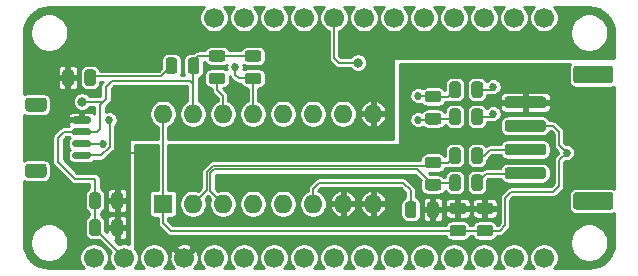
<source format=gbr>
%TF.GenerationSoftware,KiCad,Pcbnew,(5.1.6-0-10_14)*%
%TF.CreationDate,2021-12-01T23:43:45-08:00*%
%TF.ProjectId,NAU7802_Dual_24-bit_ADC_DIP,4e415537-3830-4325-9f44-75616c5f3234,v02_DIP*%
%TF.SameCoordinates,Original*%
%TF.FileFunction,Copper,L1,Top*%
%TF.FilePolarity,Positive*%
%FSLAX46Y46*%
G04 Gerber Fmt 4.6, Leading zero omitted, Abs format (unit mm)*
G04 Created by KiCad (PCBNEW (5.1.6-0-10_14)) date 2021-12-01 23:43:45*
%MOMM*%
%LPD*%
G01*
G04 APERTURE LIST*
%TA.AperFunction,ComponentPad*%
%ADD10C,1.700000*%
%TD*%
%TA.AperFunction,ComponentPad*%
%ADD11R,1.600000X1.600000*%
%TD*%
%TA.AperFunction,ComponentPad*%
%ADD12O,1.600000X1.600000*%
%TD*%
%TA.AperFunction,ViaPad*%
%ADD13C,0.685800*%
%TD*%
%TA.AperFunction,ViaPad*%
%ADD14C,0.812800*%
%TD*%
%TA.AperFunction,Conductor*%
%ADD15C,0.203200*%
%TD*%
%TA.AperFunction,Conductor*%
%ADD16C,0.152400*%
%TD*%
%TA.AperFunction,Conductor*%
%ADD17C,0.254000*%
%TD*%
G04 APERTURE END LIST*
%TO.P,R7,2*%
%TO.N,+3V3*%
%TA.AperFunction,SMDPad,CuDef*%
G36*
G01*
X148538250Y-95181000D02*
X147625750Y-95181000D01*
G75*
G02*
X147382000Y-94937250I0J243750D01*
G01*
X147382000Y-94449750D01*
G75*
G02*
X147625750Y-94206000I243750J0D01*
G01*
X148538250Y-94206000D01*
G75*
G02*
X148782000Y-94449750I0J-243750D01*
G01*
X148782000Y-94937250D01*
G75*
G02*
X148538250Y-95181000I-243750J0D01*
G01*
G37*
%TD.AperFunction*%
%TO.P,R7,1*%
%TO.N,/SCL*%
%TA.AperFunction,SMDPad,CuDef*%
G36*
G01*
X148538250Y-97056000D02*
X147625750Y-97056000D01*
G75*
G02*
X147382000Y-96812250I0J243750D01*
G01*
X147382000Y-96324750D01*
G75*
G02*
X147625750Y-96081000I243750J0D01*
G01*
X148538250Y-96081000D01*
G75*
G02*
X148782000Y-96324750I0J-243750D01*
G01*
X148782000Y-96812250D01*
G75*
G02*
X148538250Y-97056000I-243750J0D01*
G01*
G37*
%TD.AperFunction*%
%TD*%
%TO.P,C4,1*%
%TO.N,+3V3*%
%TA.AperFunction,SMDPad,CuDef*%
G36*
G01*
X134211000Y-107390250D02*
X134211000Y-106477750D01*
G75*
G02*
X134454750Y-106234000I243750J0D01*
G01*
X134942250Y-106234000D01*
G75*
G02*
X135186000Y-106477750I0J-243750D01*
G01*
X135186000Y-107390250D01*
G75*
G02*
X134942250Y-107634000I-243750J0D01*
G01*
X134454750Y-107634000D01*
G75*
G02*
X134211000Y-107390250I0J243750D01*
G01*
G37*
%TD.AperFunction*%
%TO.P,C4,2*%
%TO.N,GND*%
%TA.AperFunction,SMDPad,CuDef*%
G36*
G01*
X136086000Y-107390250D02*
X136086000Y-106477750D01*
G75*
G02*
X136329750Y-106234000I243750J0D01*
G01*
X136817250Y-106234000D01*
G75*
G02*
X137061000Y-106477750I0J-243750D01*
G01*
X137061000Y-107390250D01*
G75*
G02*
X136817250Y-107634000I-243750J0D01*
G01*
X136329750Y-107634000D01*
G75*
G02*
X136086000Y-107390250I0J243750D01*
G01*
G37*
%TD.AperFunction*%
%TD*%
D10*
%TO.P,M1,28*%
%TO.N,/SDA*%
X172720000Y-91440000D03*
%TO.P,M1,27*%
%TO.N,/SCL*%
X170180000Y-91440000D03*
%TO.P,M1,26*%
%TO.N,Net-(M1-Pad26)*%
X167640000Y-91440000D03*
%TO.P,M1,25*%
%TO.N,Net-(M1-Pad25)*%
X165100000Y-91440000D03*
%TO.P,M1,24*%
%TO.N,Net-(M1-Pad24)*%
X162560000Y-91440000D03*
%TO.P,M1,23*%
%TO.N,Net-(M1-Pad23)*%
X160020000Y-91440000D03*
%TO.P,M1,22*%
%TO.N,Net-(M1-Pad22)*%
X157480000Y-91440000D03*
%TO.P,M1,21*%
%TO.N,/DRDY*%
X154940000Y-91440000D03*
%TO.P,M1,20*%
%TO.N,Net-(M1-Pad20)*%
X152400000Y-91440000D03*
%TO.P,M1,19*%
%TO.N,Net-(M1-Pad19)*%
X149860000Y-91440000D03*
%TO.P,M1,18*%
%TO.N,Net-(M1-Pad18)*%
X147320000Y-91440000D03*
%TO.P,M1,17*%
%TO.N,Net-(M1-Pad17)*%
X144780000Y-91440000D03*
%TO.P,M1,16*%
%TO.N,Net-(M1-Pad16)*%
X172720000Y-111760000D03*
%TO.P,M1,15*%
%TO.N,Net-(M1-Pad15)*%
X170180000Y-111760000D03*
%TO.P,M1,14*%
%TO.N,Net-(M1-Pad14)*%
X167640000Y-111760000D03*
%TO.P,M1,13*%
%TO.N,Net-(M1-Pad13)*%
X165100000Y-111760000D03*
%TO.P,M1,12*%
%TO.N,Net-(M1-Pad12)*%
X162560000Y-111760000D03*
%TO.P,M1,11*%
%TO.N,Net-(M1-Pad11)*%
X160020000Y-111760000D03*
%TO.P,M1,10*%
%TO.N,Net-(M1-Pad10)*%
X157480000Y-111760000D03*
%TO.P,M1,9*%
%TO.N,Net-(M1-Pad9)*%
X154940000Y-111760000D03*
%TO.P,M1,8*%
%TO.N,Net-(M1-Pad8)*%
X152400000Y-111760000D03*
%TO.P,M1,7*%
%TO.N,Net-(M1-Pad7)*%
X149860000Y-111760000D03*
%TO.P,M1,6*%
%TO.N,Net-(M1-Pad6)*%
X147320000Y-111760000D03*
%TO.P,M1,5*%
%TO.N,Net-(M1-Pad5)*%
X144780000Y-111760000D03*
%TO.P,M1,4*%
%TO.N,GND*%
X142240000Y-111760000D03*
%TO.P,M1,3*%
%TO.N,Net-(M1-Pad3)*%
X139700000Y-111760000D03*
%TO.P,M1,2*%
%TO.N,+3V3*%
X137160000Y-111760000D03*
%TO.P,M1,1*%
%TO.N,Net-(M1-Pad1)*%
X134620000Y-111760000D03*
%TD*%
%TO.P,C1,1*%
%TO.N,/A-*%
%TA.AperFunction,SMDPad,CuDef*%
G36*
G01*
X162865750Y-103223000D02*
X163778250Y-103223000D01*
G75*
G02*
X164022000Y-103466750I0J-243750D01*
G01*
X164022000Y-103954250D01*
G75*
G02*
X163778250Y-104198000I-243750J0D01*
G01*
X162865750Y-104198000D01*
G75*
G02*
X162622000Y-103954250I0J243750D01*
G01*
X162622000Y-103466750D01*
G75*
G02*
X162865750Y-103223000I243750J0D01*
G01*
G37*
%TD.AperFunction*%
%TO.P,C1,2*%
%TO.N,/A+*%
%TA.AperFunction,SMDPad,CuDef*%
G36*
G01*
X162865750Y-105098000D02*
X163778250Y-105098000D01*
G75*
G02*
X164022000Y-105341750I0J-243750D01*
G01*
X164022000Y-105829250D01*
G75*
G02*
X163778250Y-106073000I-243750J0D01*
G01*
X162865750Y-106073000D01*
G75*
G02*
X162622000Y-105829250I0J243750D01*
G01*
X162622000Y-105341750D01*
G75*
G02*
X162865750Y-105098000I243750J0D01*
G01*
G37*
%TD.AperFunction*%
%TD*%
%TO.P,C2,2*%
%TO.N,/B+*%
%TA.AperFunction,SMDPad,CuDef*%
G36*
G01*
X163778250Y-98610000D02*
X162865750Y-98610000D01*
G75*
G02*
X162622000Y-98366250I0J243750D01*
G01*
X162622000Y-97878750D01*
G75*
G02*
X162865750Y-97635000I243750J0D01*
G01*
X163778250Y-97635000D01*
G75*
G02*
X164022000Y-97878750I0J-243750D01*
G01*
X164022000Y-98366250D01*
G75*
G02*
X163778250Y-98610000I-243750J0D01*
G01*
G37*
%TD.AperFunction*%
%TO.P,C2,1*%
%TO.N,/B-*%
%TA.AperFunction,SMDPad,CuDef*%
G36*
G01*
X163778250Y-100485000D02*
X162865750Y-100485000D01*
G75*
G02*
X162622000Y-100241250I0J243750D01*
G01*
X162622000Y-99753750D01*
G75*
G02*
X162865750Y-99510000I243750J0D01*
G01*
X163778250Y-99510000D01*
G75*
G02*
X164022000Y-99753750I0J-243750D01*
G01*
X164022000Y-100241250D01*
G75*
G02*
X163778250Y-100485000I-243750J0D01*
G01*
G37*
%TD.AperFunction*%
%TD*%
%TO.P,C3,2*%
%TO.N,GND*%
%TA.AperFunction,SMDPad,CuDef*%
G36*
G01*
X136086000Y-109676250D02*
X136086000Y-108763750D01*
G75*
G02*
X136329750Y-108520000I243750J0D01*
G01*
X136817250Y-108520000D01*
G75*
G02*
X137061000Y-108763750I0J-243750D01*
G01*
X137061000Y-109676250D01*
G75*
G02*
X136817250Y-109920000I-243750J0D01*
G01*
X136329750Y-109920000D01*
G75*
G02*
X136086000Y-109676250I0J243750D01*
G01*
G37*
%TD.AperFunction*%
%TO.P,C3,1*%
%TO.N,+3V3*%
%TA.AperFunction,SMDPad,CuDef*%
G36*
G01*
X134211000Y-109676250D02*
X134211000Y-108763750D01*
G75*
G02*
X134454750Y-108520000I243750J0D01*
G01*
X134942250Y-108520000D01*
G75*
G02*
X135186000Y-108763750I0J-243750D01*
G01*
X135186000Y-109676250D01*
G75*
G02*
X134942250Y-109920000I-243750J0D01*
G01*
X134454750Y-109920000D01*
G75*
G02*
X134211000Y-109676250I0J243750D01*
G01*
G37*
%TD.AperFunction*%
%TD*%
%TO.P,C5,2*%
%TO.N,GND*%
%TA.AperFunction,SMDPad,CuDef*%
G36*
G01*
X168159750Y-108071500D02*
X167247250Y-108071500D01*
G75*
G02*
X167003500Y-107827750I0J243750D01*
G01*
X167003500Y-107340250D01*
G75*
G02*
X167247250Y-107096500I243750J0D01*
G01*
X168159750Y-107096500D01*
G75*
G02*
X168403500Y-107340250I0J-243750D01*
G01*
X168403500Y-107827750D01*
G75*
G02*
X168159750Y-108071500I-243750J0D01*
G01*
G37*
%TD.AperFunction*%
%TO.P,C5,1*%
%TO.N,/AVDD*%
%TA.AperFunction,SMDPad,CuDef*%
G36*
G01*
X168159750Y-109946500D02*
X167247250Y-109946500D01*
G75*
G02*
X167003500Y-109702750I0J243750D01*
G01*
X167003500Y-109215250D01*
G75*
G02*
X167247250Y-108971500I243750J0D01*
G01*
X168159750Y-108971500D01*
G75*
G02*
X168403500Y-109215250I0J-243750D01*
G01*
X168403500Y-109702750D01*
G75*
G02*
X168159750Y-109946500I-243750J0D01*
G01*
G37*
%TD.AperFunction*%
%TD*%
%TO.P,C6,1*%
%TO.N,/AVDD*%
%TA.AperFunction,SMDPad,CuDef*%
G36*
G01*
X165873750Y-109946500D02*
X164961250Y-109946500D01*
G75*
G02*
X164717500Y-109702750I0J243750D01*
G01*
X164717500Y-109215250D01*
G75*
G02*
X164961250Y-108971500I243750J0D01*
G01*
X165873750Y-108971500D01*
G75*
G02*
X166117500Y-109215250I0J-243750D01*
G01*
X166117500Y-109702750D01*
G75*
G02*
X165873750Y-109946500I-243750J0D01*
G01*
G37*
%TD.AperFunction*%
%TO.P,C6,2*%
%TO.N,GND*%
%TA.AperFunction,SMDPad,CuDef*%
G36*
G01*
X165873750Y-108071500D02*
X164961250Y-108071500D01*
G75*
G02*
X164717500Y-107827750I0J243750D01*
G01*
X164717500Y-107340250D01*
G75*
G02*
X164961250Y-107096500I243750J0D01*
G01*
X165873750Y-107096500D01*
G75*
G02*
X166117500Y-107340250I0J-243750D01*
G01*
X166117500Y-107827750D01*
G75*
G02*
X165873750Y-108071500I-243750J0D01*
G01*
G37*
%TD.AperFunction*%
%TD*%
%TO.P,C7,1*%
%TO.N,Net-(C7-Pad1)*%
%TA.AperFunction,SMDPad,CuDef*%
G36*
G01*
X160944500Y-108152250D02*
X160944500Y-107239750D01*
G75*
G02*
X161188250Y-106996000I243750J0D01*
G01*
X161675750Y-106996000D01*
G75*
G02*
X161919500Y-107239750I0J-243750D01*
G01*
X161919500Y-108152250D01*
G75*
G02*
X161675750Y-108396000I-243750J0D01*
G01*
X161188250Y-108396000D01*
G75*
G02*
X160944500Y-108152250I0J243750D01*
G01*
G37*
%TD.AperFunction*%
%TO.P,C7,2*%
%TO.N,GND*%
%TA.AperFunction,SMDPad,CuDef*%
G36*
G01*
X162819500Y-108152250D02*
X162819500Y-107239750D01*
G75*
G02*
X163063250Y-106996000I243750J0D01*
G01*
X163550750Y-106996000D01*
G75*
G02*
X163794500Y-107239750I0J-243750D01*
G01*
X163794500Y-108152250D01*
G75*
G02*
X163550750Y-108396000I-243750J0D01*
G01*
X163063250Y-108396000D01*
G75*
G02*
X162819500Y-108152250I0J243750D01*
G01*
G37*
%TD.AperFunction*%
%TD*%
%TO.P,D1,1*%
%TO.N,GND*%
%TA.AperFunction,SMDPad,CuDef*%
G36*
G01*
X131925000Y-96976250D02*
X131925000Y-96063750D01*
G75*
G02*
X132168750Y-95820000I243750J0D01*
G01*
X132656250Y-95820000D01*
G75*
G02*
X132900000Y-96063750I0J-243750D01*
G01*
X132900000Y-96976250D01*
G75*
G02*
X132656250Y-97220000I-243750J0D01*
G01*
X132168750Y-97220000D01*
G75*
G02*
X131925000Y-96976250I0J243750D01*
G01*
G37*
%TD.AperFunction*%
%TO.P,D1,2*%
%TO.N,Net-(D1-Pad2)*%
%TA.AperFunction,SMDPad,CuDef*%
G36*
G01*
X133800000Y-96976250D02*
X133800000Y-96063750D01*
G75*
G02*
X134043750Y-95820000I243750J0D01*
G01*
X134531250Y-95820000D01*
G75*
G02*
X134775000Y-96063750I0J-243750D01*
G01*
X134775000Y-96976250D01*
G75*
G02*
X134531250Y-97220000I-243750J0D01*
G01*
X134043750Y-97220000D01*
G75*
G02*
X133800000Y-96976250I0J243750D01*
G01*
G37*
%TD.AperFunction*%
%TD*%
%TO.P,J1,1*%
%TO.N,/CELL_A+*%
%TA.AperFunction,SMDPad,CuDef*%
G36*
G01*
X172640000Y-105100000D02*
X169640000Y-105100000D01*
G75*
G02*
X169390000Y-104850000I0J250000D01*
G01*
X169390000Y-104350000D01*
G75*
G02*
X169640000Y-104100000I250000J0D01*
G01*
X172640000Y-104100000D01*
G75*
G02*
X172890000Y-104350000I0J-250000D01*
G01*
X172890000Y-104850000D01*
G75*
G02*
X172640000Y-105100000I-250000J0D01*
G01*
G37*
%TD.AperFunction*%
%TO.P,J1,2*%
%TO.N,/CELL_A-*%
%TA.AperFunction,SMDPad,CuDef*%
G36*
G01*
X172640000Y-103100000D02*
X169640000Y-103100000D01*
G75*
G02*
X169390000Y-102850000I0J250000D01*
G01*
X169390000Y-102350000D01*
G75*
G02*
X169640000Y-102100000I250000J0D01*
G01*
X172640000Y-102100000D01*
G75*
G02*
X172890000Y-102350000I0J-250000D01*
G01*
X172890000Y-102850000D01*
G75*
G02*
X172640000Y-103100000I-250000J0D01*
G01*
G37*
%TD.AperFunction*%
%TO.P,J1,3*%
%TO.N,/AVDD*%
%TA.AperFunction,SMDPad,CuDef*%
G36*
G01*
X172640000Y-101100000D02*
X169640000Y-101100000D01*
G75*
G02*
X169390000Y-100850000I0J250000D01*
G01*
X169390000Y-100350000D01*
G75*
G02*
X169640000Y-100100000I250000J0D01*
G01*
X172640000Y-100100000D01*
G75*
G02*
X172890000Y-100350000I0J-250000D01*
G01*
X172890000Y-100850000D01*
G75*
G02*
X172640000Y-101100000I-250000J0D01*
G01*
G37*
%TD.AperFunction*%
%TO.P,J1,4*%
%TO.N,GND*%
%TA.AperFunction,SMDPad,CuDef*%
G36*
G01*
X172640000Y-99100000D02*
X169640000Y-99100000D01*
G75*
G02*
X169390000Y-98850000I0J250000D01*
G01*
X169390000Y-98350000D01*
G75*
G02*
X169640000Y-98100000I250000J0D01*
G01*
X172640000Y-98100000D01*
G75*
G02*
X172890000Y-98350000I0J-250000D01*
G01*
X172890000Y-98850000D01*
G75*
G02*
X172640000Y-99100000I-250000J0D01*
G01*
G37*
%TD.AperFunction*%
%TO.P,J1,MP*%
%TO.N,N/C*%
%TA.AperFunction,SMDPad,CuDef*%
G36*
G01*
X178340000Y-107700000D02*
X175440000Y-107700000D01*
G75*
G02*
X175190000Y-107450000I0J250000D01*
G01*
X175190000Y-106450000D01*
G75*
G02*
X175440000Y-106200000I250000J0D01*
G01*
X178340000Y-106200000D01*
G75*
G02*
X178590000Y-106450000I0J-250000D01*
G01*
X178590000Y-107450000D01*
G75*
G02*
X178340000Y-107700000I-250000J0D01*
G01*
G37*
%TD.AperFunction*%
%TA.AperFunction,SMDPad,CuDef*%
G36*
G01*
X178340000Y-97000000D02*
X175440000Y-97000000D01*
G75*
G02*
X175190000Y-96750000I0J250000D01*
G01*
X175190000Y-95750000D01*
G75*
G02*
X175440000Y-95500000I250000J0D01*
G01*
X178340000Y-95500000D01*
G75*
G02*
X178590000Y-95750000I0J-250000D01*
G01*
X178590000Y-96750000D01*
G75*
G02*
X178340000Y-97000000I-250000J0D01*
G01*
G37*
%TD.AperFunction*%
%TD*%
%TO.P,J3,1*%
%TO.N,GND*%
%TA.AperFunction,SMDPad,CuDef*%
G36*
G01*
X132947000Y-99800000D02*
X134197000Y-99800000D01*
G75*
G02*
X134347000Y-99950000I0J-150000D01*
G01*
X134347000Y-100250000D01*
G75*
G02*
X134197000Y-100400000I-150000J0D01*
G01*
X132947000Y-100400000D01*
G75*
G02*
X132797000Y-100250000I0J150000D01*
G01*
X132797000Y-99950000D01*
G75*
G02*
X132947000Y-99800000I150000J0D01*
G01*
G37*
%TD.AperFunction*%
%TO.P,J3,2*%
%TO.N,+3V3*%
%TA.AperFunction,SMDPad,CuDef*%
G36*
G01*
X132947000Y-100800000D02*
X134197000Y-100800000D01*
G75*
G02*
X134347000Y-100950000I0J-150000D01*
G01*
X134347000Y-101250000D01*
G75*
G02*
X134197000Y-101400000I-150000J0D01*
G01*
X132947000Y-101400000D01*
G75*
G02*
X132797000Y-101250000I0J150000D01*
G01*
X132797000Y-100950000D01*
G75*
G02*
X132947000Y-100800000I150000J0D01*
G01*
G37*
%TD.AperFunction*%
%TO.P,J3,3*%
%TO.N,/SDA*%
%TA.AperFunction,SMDPad,CuDef*%
G36*
G01*
X132947000Y-101800000D02*
X134197000Y-101800000D01*
G75*
G02*
X134347000Y-101950000I0J-150000D01*
G01*
X134347000Y-102250000D01*
G75*
G02*
X134197000Y-102400000I-150000J0D01*
G01*
X132947000Y-102400000D01*
G75*
G02*
X132797000Y-102250000I0J150000D01*
G01*
X132797000Y-101950000D01*
G75*
G02*
X132947000Y-101800000I150000J0D01*
G01*
G37*
%TD.AperFunction*%
%TO.P,J3,4*%
%TO.N,/SCL*%
%TA.AperFunction,SMDPad,CuDef*%
G36*
G01*
X132947000Y-102800000D02*
X134197000Y-102800000D01*
G75*
G02*
X134347000Y-102950000I0J-150000D01*
G01*
X134347000Y-103250000D01*
G75*
G02*
X134197000Y-103400000I-150000J0D01*
G01*
X132947000Y-103400000D01*
G75*
G02*
X132797000Y-103250000I0J150000D01*
G01*
X132797000Y-102950000D01*
G75*
G02*
X132947000Y-102800000I150000J0D01*
G01*
G37*
%TD.AperFunction*%
%TO.P,J3,MP*%
%TO.N,N/C*%
%TA.AperFunction,SMDPad,CuDef*%
G36*
G01*
X129046999Y-98200000D02*
X130347001Y-98200000D01*
G75*
G02*
X130597000Y-98449999I0J-249999D01*
G01*
X130597000Y-99150001D01*
G75*
G02*
X130347001Y-99400000I-249999J0D01*
G01*
X129046999Y-99400000D01*
G75*
G02*
X128797000Y-99150001I0J249999D01*
G01*
X128797000Y-98449999D01*
G75*
G02*
X129046999Y-98200000I249999J0D01*
G01*
G37*
%TD.AperFunction*%
%TA.AperFunction,SMDPad,CuDef*%
G36*
G01*
X129046999Y-103800000D02*
X130347001Y-103800000D01*
G75*
G02*
X130597000Y-104049999I0J-249999D01*
G01*
X130597000Y-104750001D01*
G75*
G02*
X130347001Y-105000000I-249999J0D01*
G01*
X129046999Y-105000000D01*
G75*
G02*
X128797000Y-104750001I0J249999D01*
G01*
X128797000Y-104049999D01*
G75*
G02*
X129046999Y-103800000I249999J0D01*
G01*
G37*
%TD.AperFunction*%
%TD*%
%TO.P,R1,1*%
%TO.N,/A-*%
%TA.AperFunction,SMDPad,CuDef*%
G36*
G01*
X164691000Y-103580250D02*
X164691000Y-102667750D01*
G75*
G02*
X164934750Y-102424000I243750J0D01*
G01*
X165422250Y-102424000D01*
G75*
G02*
X165666000Y-102667750I0J-243750D01*
G01*
X165666000Y-103580250D01*
G75*
G02*
X165422250Y-103824000I-243750J0D01*
G01*
X164934750Y-103824000D01*
G75*
G02*
X164691000Y-103580250I0J243750D01*
G01*
G37*
%TD.AperFunction*%
%TO.P,R1,2*%
%TO.N,/CELL_A-*%
%TA.AperFunction,SMDPad,CuDef*%
G36*
G01*
X166566000Y-103580250D02*
X166566000Y-102667750D01*
G75*
G02*
X166809750Y-102424000I243750J0D01*
G01*
X167297250Y-102424000D01*
G75*
G02*
X167541000Y-102667750I0J-243750D01*
G01*
X167541000Y-103580250D01*
G75*
G02*
X167297250Y-103824000I-243750J0D01*
G01*
X166809750Y-103824000D01*
G75*
G02*
X166566000Y-103580250I0J243750D01*
G01*
G37*
%TD.AperFunction*%
%TD*%
%TO.P,R2,2*%
%TO.N,/CELL_A+*%
%TA.AperFunction,SMDPad,CuDef*%
G36*
G01*
X166566000Y-105866250D02*
X166566000Y-104953750D01*
G75*
G02*
X166809750Y-104710000I243750J0D01*
G01*
X167297250Y-104710000D01*
G75*
G02*
X167541000Y-104953750I0J-243750D01*
G01*
X167541000Y-105866250D01*
G75*
G02*
X167297250Y-106110000I-243750J0D01*
G01*
X166809750Y-106110000D01*
G75*
G02*
X166566000Y-105866250I0J243750D01*
G01*
G37*
%TD.AperFunction*%
%TO.P,R2,1*%
%TO.N,/A+*%
%TA.AperFunction,SMDPad,CuDef*%
G36*
G01*
X164691000Y-105866250D02*
X164691000Y-104953750D01*
G75*
G02*
X164934750Y-104710000I243750J0D01*
G01*
X165422250Y-104710000D01*
G75*
G02*
X165666000Y-104953750I0J-243750D01*
G01*
X165666000Y-105866250D01*
G75*
G02*
X165422250Y-106110000I-243750J0D01*
G01*
X164934750Y-106110000D01*
G75*
G02*
X164691000Y-105866250I0J243750D01*
G01*
G37*
%TD.AperFunction*%
%TD*%
%TO.P,R3,1*%
%TO.N,/B-*%
%TA.AperFunction,SMDPad,CuDef*%
G36*
G01*
X164691000Y-100278250D02*
X164691000Y-99365750D01*
G75*
G02*
X164934750Y-99122000I243750J0D01*
G01*
X165422250Y-99122000D01*
G75*
G02*
X165666000Y-99365750I0J-243750D01*
G01*
X165666000Y-100278250D01*
G75*
G02*
X165422250Y-100522000I-243750J0D01*
G01*
X164934750Y-100522000D01*
G75*
G02*
X164691000Y-100278250I0J243750D01*
G01*
G37*
%TD.AperFunction*%
%TO.P,R3,2*%
%TO.N,/CELL_B-*%
%TA.AperFunction,SMDPad,CuDef*%
G36*
G01*
X166566000Y-100278250D02*
X166566000Y-99365750D01*
G75*
G02*
X166809750Y-99122000I243750J0D01*
G01*
X167297250Y-99122000D01*
G75*
G02*
X167541000Y-99365750I0J-243750D01*
G01*
X167541000Y-100278250D01*
G75*
G02*
X167297250Y-100522000I-243750J0D01*
G01*
X166809750Y-100522000D01*
G75*
G02*
X166566000Y-100278250I0J243750D01*
G01*
G37*
%TD.AperFunction*%
%TD*%
%TO.P,R4,2*%
%TO.N,/CELL_B+*%
%TA.AperFunction,SMDPad,CuDef*%
G36*
G01*
X166566000Y-97992250D02*
X166566000Y-97079750D01*
G75*
G02*
X166809750Y-96836000I243750J0D01*
G01*
X167297250Y-96836000D01*
G75*
G02*
X167541000Y-97079750I0J-243750D01*
G01*
X167541000Y-97992250D01*
G75*
G02*
X167297250Y-98236000I-243750J0D01*
G01*
X166809750Y-98236000D01*
G75*
G02*
X166566000Y-97992250I0J243750D01*
G01*
G37*
%TD.AperFunction*%
%TO.P,R4,1*%
%TO.N,/B+*%
%TA.AperFunction,SMDPad,CuDef*%
G36*
G01*
X164691000Y-97992250D02*
X164691000Y-97079750D01*
G75*
G02*
X164934750Y-96836000I243750J0D01*
G01*
X165422250Y-96836000D01*
G75*
G02*
X165666000Y-97079750I0J-243750D01*
G01*
X165666000Y-97992250D01*
G75*
G02*
X165422250Y-98236000I-243750J0D01*
G01*
X164934750Y-98236000D01*
G75*
G02*
X164691000Y-97992250I0J243750D01*
G01*
G37*
%TD.AperFunction*%
%TD*%
%TO.P,R5,1*%
%TO.N,Net-(D1-Pad2)*%
%TA.AperFunction,SMDPad,CuDef*%
G36*
G01*
X140688000Y-95960250D02*
X140688000Y-95047750D01*
G75*
G02*
X140931750Y-94804000I243750J0D01*
G01*
X141419250Y-94804000D01*
G75*
G02*
X141663000Y-95047750I0J-243750D01*
G01*
X141663000Y-95960250D01*
G75*
G02*
X141419250Y-96204000I-243750J0D01*
G01*
X140931750Y-96204000D01*
G75*
G02*
X140688000Y-95960250I0J243750D01*
G01*
G37*
%TD.AperFunction*%
%TO.P,R5,2*%
%TO.N,+3V3*%
%TA.AperFunction,SMDPad,CuDef*%
G36*
G01*
X142563000Y-95960250D02*
X142563000Y-95047750D01*
G75*
G02*
X142806750Y-94804000I243750J0D01*
G01*
X143294250Y-94804000D01*
G75*
G02*
X143538000Y-95047750I0J-243750D01*
G01*
X143538000Y-95960250D01*
G75*
G02*
X143294250Y-96204000I-243750J0D01*
G01*
X142806750Y-96204000D01*
G75*
G02*
X142563000Y-95960250I0J243750D01*
G01*
G37*
%TD.AperFunction*%
%TD*%
%TO.P,R6,1*%
%TO.N,/SDA*%
%TA.AperFunction,SMDPad,CuDef*%
G36*
G01*
X145490250Y-97056000D02*
X144577750Y-97056000D01*
G75*
G02*
X144334000Y-96812250I0J243750D01*
G01*
X144334000Y-96324750D01*
G75*
G02*
X144577750Y-96081000I243750J0D01*
G01*
X145490250Y-96081000D01*
G75*
G02*
X145734000Y-96324750I0J-243750D01*
G01*
X145734000Y-96812250D01*
G75*
G02*
X145490250Y-97056000I-243750J0D01*
G01*
G37*
%TD.AperFunction*%
%TO.P,R6,2*%
%TO.N,+3V3*%
%TA.AperFunction,SMDPad,CuDef*%
G36*
G01*
X145490250Y-95181000D02*
X144577750Y-95181000D01*
G75*
G02*
X144334000Y-94937250I0J243750D01*
G01*
X144334000Y-94449750D01*
G75*
G02*
X144577750Y-94206000I243750J0D01*
G01*
X145490250Y-94206000D01*
G75*
G02*
X145734000Y-94449750I0J-243750D01*
G01*
X145734000Y-94937250D01*
G75*
G02*
X145490250Y-95181000I-243750J0D01*
G01*
G37*
%TD.AperFunction*%
%TD*%
D11*
%TO.P,U1,1*%
%TO.N,/AVDD*%
X140462000Y-107188000D03*
D12*
%TO.P,U1,9*%
%TO.N,GND*%
X158242000Y-99568000D03*
%TO.P,U1,2*%
%TO.N,/A-*%
X143002000Y-107188000D03*
%TO.P,U1,10*%
%TO.N,Net-(U1-Pad10)*%
X155702000Y-99568000D03*
%TO.P,U1,3*%
%TO.N,/A+*%
X145542000Y-107188000D03*
%TO.P,U1,11*%
%TO.N,Net-(U1-Pad11)*%
X153162000Y-99568000D03*
%TO.P,U1,4*%
%TO.N,/B-*%
X148082000Y-107188000D03*
%TO.P,U1,12*%
%TO.N,/DRDY*%
X150622000Y-99568000D03*
%TO.P,U1,5*%
%TO.N,/B+*%
X150622000Y-107188000D03*
%TO.P,U1,13*%
%TO.N,/SCL*%
X148082000Y-99568000D03*
%TO.P,U1,6*%
%TO.N,Net-(C7-Pad1)*%
X153162000Y-107188000D03*
%TO.P,U1,14*%
%TO.N,/SDA*%
X145542000Y-99568000D03*
%TO.P,U1,7*%
%TO.N,GND*%
X155702000Y-107188000D03*
%TO.P,U1,15*%
%TO.N,+3V3*%
X143002000Y-99568000D03*
%TO.P,U1,8*%
%TO.N,GND*%
X158242000Y-107188000D03*
%TO.P,U1,16*%
%TO.N,/AVDD*%
X140462000Y-99568000D03*
%TD*%
D13*
%TO.N,GND*%
X137033000Y-102870000D03*
X129857500Y-101600000D03*
X177800000Y-104140000D03*
X177800000Y-99060000D03*
X173990000Y-93980000D03*
X133350000Y-91440000D03*
X133350000Y-108013500D03*
X138430000Y-102870000D03*
X172085000Y-109220000D03*
X168275000Y-101473000D03*
X138684000Y-109347000D03*
X142113000Y-105410000D03*
X161163000Y-99060000D03*
X161544000Y-96139000D03*
X137795000Y-101028500D03*
X146812000Y-105410000D03*
X151892000Y-105410000D03*
X168529000Y-106045000D03*
X141732000Y-100965000D03*
X157035500Y-100965000D03*
X158750000Y-96139000D03*
D14*
%TO.N,+3V3*%
X133604000Y-98552000D03*
D13*
%TO.N,/SCL*%
X135890000Y-100076000D03*
X146558000Y-95631000D03*
%TO.N,/SDA*%
X135382000Y-102108000D03*
D14*
%TO.N,/DRDY*%
X156972000Y-95250000D03*
D13*
%TO.N,/B+*%
X162052000Y-98044000D03*
%TO.N,/B-*%
X162052000Y-100076000D03*
%TO.N,/AVDD*%
X174625000Y-102870000D03*
%TO.N,/CELL_B+*%
X168402000Y-97282000D03*
%TO.N,/CELL_B-*%
X168402000Y-99568000D03*
%TD*%
D15*
%TO.N,GND*%
X137033000Y-102870000D02*
X138430000Y-102870000D01*
%TO.N,+3V3*%
X137160000Y-111760000D02*
X137160000Y-110998000D01*
X134698500Y-109298500D02*
X134698500Y-109220000D01*
X137160000Y-111760000D02*
X134698500Y-109298500D01*
X134698500Y-109220000D02*
X134698500Y-106934000D01*
X134698500Y-106934000D02*
X134698500Y-105077500D01*
X134698500Y-105077500D02*
X133017500Y-105077500D01*
X133017500Y-105077500D02*
X131572000Y-103632000D01*
X131572000Y-103632000D02*
X131572000Y-101600000D01*
X132072000Y-101100000D02*
X133572000Y-101100000D01*
X131572000Y-101600000D02*
X132072000Y-101100000D01*
X135382000Y-98552000D02*
X134620000Y-98552000D01*
X134620000Y-98552000D02*
X133604000Y-98552000D01*
X134874000Y-98552000D02*
X134620000Y-98552000D01*
X135128000Y-98806000D02*
X135382000Y-98552000D01*
X135128000Y-100838000D02*
X135128000Y-98806000D01*
X134866000Y-101100000D02*
X135128000Y-100838000D01*
X133572000Y-101100000D02*
X134866000Y-101100000D01*
X148082000Y-94693500D02*
X145034000Y-94693500D01*
X144985500Y-94742000D02*
X145034000Y-94693500D01*
X143002000Y-97330500D02*
X143002000Y-98171000D01*
X143002000Y-98171000D02*
X143002000Y-98044000D01*
X143002000Y-99568000D02*
X143002000Y-98171000D01*
X143002000Y-95552500D02*
X143050500Y-95504000D01*
X143050500Y-95504000D02*
X143050500Y-95074500D01*
X143431500Y-94693500D02*
X145034000Y-94693500D01*
X143050500Y-95074500D02*
X143431500Y-94693500D01*
X142748000Y-96774000D02*
X143002000Y-97028000D01*
X135636000Y-97282000D02*
X136144000Y-96774000D01*
X135636000Y-98298000D02*
X135636000Y-97282000D01*
X136144000Y-96774000D02*
X142748000Y-96774000D01*
X135382000Y-98552000D02*
X135636000Y-98298000D01*
X143002000Y-97028000D02*
X143002000Y-95552500D01*
X143002000Y-99568000D02*
X143002000Y-97028000D01*
D16*
%TO.N,Net-(C7-Pad1)*%
X153162000Y-107188000D02*
X153162000Y-105918000D01*
X153162000Y-105918000D02*
X153670000Y-105410000D01*
X161432000Y-106060000D02*
X160782000Y-105410000D01*
X161432000Y-107696000D02*
X161432000Y-106060000D01*
X153670000Y-105410000D02*
X160782000Y-105410000D01*
%TO.N,/SCL*%
X133572000Y-103100000D02*
X135235822Y-103100000D01*
X135953501Y-100139501D02*
X135890000Y-100076000D01*
X135953501Y-102382321D02*
X135953501Y-100139501D01*
X135235822Y-103100000D02*
X135953501Y-102382321D01*
X148082000Y-96568500D02*
X148082000Y-99568000D01*
X148082000Y-96568500D02*
X146860500Y-96568500D01*
X146558000Y-96266000D02*
X146558000Y-95631000D01*
X146860500Y-96568500D02*
X146558000Y-96266000D01*
%TO.N,/SDA*%
X135374000Y-102100000D02*
X135382000Y-102108000D01*
X133572000Y-102100000D02*
X135374000Y-102100000D01*
X145034000Y-96568500D02*
X145034000Y-97536000D01*
X145542000Y-98044000D02*
X145542000Y-99568000D01*
X145034000Y-97536000D02*
X145542000Y-98044000D01*
%TO.N,Net-(D1-Pad2)*%
X134414510Y-96392990D02*
X134287500Y-96520000D01*
X140286510Y-96392990D02*
X134414510Y-96392990D01*
X141175500Y-95504000D02*
X140286510Y-96392990D01*
%TO.N,/DRDY*%
X154508200Y-91871800D02*
X154940000Y-91440000D01*
X154940000Y-91440000D02*
X154940000Y-94869000D01*
X155321000Y-95250000D02*
X156972000Y-95250000D01*
X154940000Y-94869000D02*
X155321000Y-95250000D01*
%TO.N,/A-*%
X164592000Y-103710500D02*
X165178500Y-103124000D01*
X163322000Y-103710500D02*
X164592000Y-103710500D01*
X163070310Y-103962190D02*
X163322000Y-103710500D01*
X144653744Y-103962190D02*
X163070310Y-103962190D01*
X144145000Y-104470934D02*
X144653744Y-103962190D01*
X144145000Y-106045000D02*
X144145000Y-104470934D01*
X143002000Y-107188000D02*
X144145000Y-106045000D01*
%TO.N,/A+*%
X163322000Y-105585500D02*
X163400500Y-105585500D01*
X163576000Y-105410000D02*
X165178500Y-105410000D01*
X163400500Y-105585500D02*
X163576000Y-105410000D01*
X145542000Y-107188000D02*
X144449809Y-106095809D01*
X162003500Y-104267000D02*
X144780000Y-104267000D01*
X144780000Y-104267000D02*
X144449809Y-104597191D01*
X144449809Y-106095809D02*
X144449809Y-104597191D01*
X162003500Y-104267000D02*
X163322000Y-105585500D01*
%TO.N,/B+*%
X164592000Y-98122500D02*
X165178500Y-97536000D01*
X163322000Y-98122500D02*
X164592000Y-98122500D01*
X163243500Y-98044000D02*
X163322000Y-98122500D01*
X162052000Y-98044000D02*
X163243500Y-98044000D01*
%TO.N,/B-*%
X165003000Y-99997500D02*
X165178500Y-99822000D01*
X163322000Y-99997500D02*
X165003000Y-99997500D01*
X163243500Y-100076000D02*
X163322000Y-99997500D01*
X162052000Y-100076000D02*
X163243500Y-100076000D01*
%TO.N,/AVDD*%
X174625000Y-102870000D02*
X173990000Y-102235000D01*
X173990000Y-101092000D02*
X173498000Y-100600000D01*
X173990000Y-102235000D02*
X173990000Y-101092000D01*
X173498000Y-100600000D02*
X171140000Y-100600000D01*
X140462000Y-107188000D02*
X140462000Y-99568000D01*
X140462000Y-107188000D02*
X140462000Y-108839000D01*
X140462000Y-108839000D02*
X141097000Y-109474000D01*
X164988000Y-109459000D02*
X164973000Y-109474000D01*
X165735000Y-109459000D02*
X164988000Y-109459000D01*
X164973000Y-109474000D02*
X165100000Y-109474000D01*
X164338000Y-109474000D02*
X164973000Y-109474000D01*
X141097000Y-109474000D02*
X164338000Y-109474000D01*
X165417500Y-109459000D02*
X167703500Y-109459000D01*
X173990000Y-103505000D02*
X174625000Y-102870000D01*
X173482000Y-106172000D02*
X173990000Y-105664000D01*
X169926000Y-106172000D02*
X173482000Y-106172000D01*
X169418000Y-106680000D02*
X169926000Y-106172000D01*
X169418000Y-109029500D02*
X169418000Y-106680000D01*
X168988500Y-109459000D02*
X169418000Y-109029500D01*
X173990000Y-105664000D02*
X173990000Y-103505000D01*
X167703500Y-109459000D02*
X168988500Y-109459000D01*
%TO.N,/CELL_A-*%
X167053500Y-103124000D02*
X167640000Y-103124000D01*
X168164000Y-102600000D02*
X171140000Y-102600000D01*
X167640000Y-103124000D02*
X168164000Y-102600000D01*
%TO.N,/CELL_A+*%
X170835190Y-104648000D02*
X170835190Y-104726256D01*
X167053500Y-105410000D02*
X167815500Y-104648000D01*
X171092000Y-104648000D02*
X171140000Y-104600000D01*
X167815500Y-104648000D02*
X171092000Y-104648000D01*
%TO.N,/CELL_B+*%
X168148000Y-97536000D02*
X168402000Y-97282000D01*
X167053500Y-97536000D02*
X168148000Y-97536000D01*
%TO.N,/CELL_B-*%
X168148000Y-99822000D02*
X168402000Y-99568000D01*
X167053500Y-99822000D02*
X168148000Y-99822000D01*
%TD*%
D17*
%TO.N,GND*%
G36*
X143823820Y-90655283D02*
G01*
X143689102Y-90856903D01*
X143596307Y-91080931D01*
X143549000Y-91318757D01*
X143549000Y-91561243D01*
X143596307Y-91799069D01*
X143689102Y-92023097D01*
X143823820Y-92224717D01*
X143995283Y-92396180D01*
X144196903Y-92530898D01*
X144420931Y-92623693D01*
X144658757Y-92671000D01*
X144901243Y-92671000D01*
X145139069Y-92623693D01*
X145363097Y-92530898D01*
X145564717Y-92396180D01*
X145736180Y-92224717D01*
X145870898Y-92023097D01*
X145963693Y-91799069D01*
X146011000Y-91561243D01*
X146011000Y-91318757D01*
X145963693Y-91080931D01*
X145870898Y-90856903D01*
X145736180Y-90655283D01*
X145656897Y-90576000D01*
X146443103Y-90576000D01*
X146363820Y-90655283D01*
X146229102Y-90856903D01*
X146136307Y-91080931D01*
X146089000Y-91318757D01*
X146089000Y-91561243D01*
X146136307Y-91799069D01*
X146229102Y-92023097D01*
X146363820Y-92224717D01*
X146535283Y-92396180D01*
X146736903Y-92530898D01*
X146960931Y-92623693D01*
X147198757Y-92671000D01*
X147441243Y-92671000D01*
X147679069Y-92623693D01*
X147903097Y-92530898D01*
X148104717Y-92396180D01*
X148276180Y-92224717D01*
X148410898Y-92023097D01*
X148503693Y-91799069D01*
X148551000Y-91561243D01*
X148551000Y-91318757D01*
X148503693Y-91080931D01*
X148410898Y-90856903D01*
X148276180Y-90655283D01*
X148196897Y-90576000D01*
X148983103Y-90576000D01*
X148903820Y-90655283D01*
X148769102Y-90856903D01*
X148676307Y-91080931D01*
X148629000Y-91318757D01*
X148629000Y-91561243D01*
X148676307Y-91799069D01*
X148769102Y-92023097D01*
X148903820Y-92224717D01*
X149075283Y-92396180D01*
X149276903Y-92530898D01*
X149500931Y-92623693D01*
X149738757Y-92671000D01*
X149981243Y-92671000D01*
X150219069Y-92623693D01*
X150443097Y-92530898D01*
X150644717Y-92396180D01*
X150816180Y-92224717D01*
X150950898Y-92023097D01*
X151043693Y-91799069D01*
X151091000Y-91561243D01*
X151091000Y-91318757D01*
X151043693Y-91080931D01*
X150950898Y-90856903D01*
X150816180Y-90655283D01*
X150736897Y-90576000D01*
X151523103Y-90576000D01*
X151443820Y-90655283D01*
X151309102Y-90856903D01*
X151216307Y-91080931D01*
X151169000Y-91318757D01*
X151169000Y-91561243D01*
X151216307Y-91799069D01*
X151309102Y-92023097D01*
X151443820Y-92224717D01*
X151615283Y-92396180D01*
X151816903Y-92530898D01*
X152040931Y-92623693D01*
X152278757Y-92671000D01*
X152521243Y-92671000D01*
X152759069Y-92623693D01*
X152983097Y-92530898D01*
X153184717Y-92396180D01*
X153356180Y-92224717D01*
X153490898Y-92023097D01*
X153583693Y-91799069D01*
X153631000Y-91561243D01*
X153631000Y-91318757D01*
X153583693Y-91080931D01*
X153490898Y-90856903D01*
X153356180Y-90655283D01*
X153276897Y-90576000D01*
X154063103Y-90576000D01*
X153983820Y-90655283D01*
X153849102Y-90856903D01*
X153756307Y-91080931D01*
X153709000Y-91318757D01*
X153709000Y-91561243D01*
X153756307Y-91799069D01*
X153849102Y-92023097D01*
X153983820Y-92224717D01*
X154155283Y-92396180D01*
X154356903Y-92530898D01*
X154482800Y-92583046D01*
X154482801Y-94846540D01*
X154480589Y-94869000D01*
X154482801Y-94891460D01*
X154489416Y-94958627D01*
X154505430Y-95011415D01*
X154515560Y-95044809D01*
X154558013Y-95124235D01*
X154595195Y-95169540D01*
X154615148Y-95193853D01*
X154632592Y-95208169D01*
X154981830Y-95557408D01*
X154996147Y-95574853D01*
X155013592Y-95589170D01*
X155065763Y-95631987D01*
X155094050Y-95647106D01*
X155145191Y-95674441D01*
X155231373Y-95700585D01*
X155298540Y-95707200D01*
X155298549Y-95707200D01*
X155320999Y-95709411D01*
X155343449Y-95707200D01*
X156330493Y-95707200D01*
X156360386Y-95751938D01*
X156470062Y-95861614D01*
X156599026Y-95947785D01*
X156742324Y-96007141D01*
X156894448Y-96037400D01*
X157049552Y-96037400D01*
X157201676Y-96007141D01*
X157344974Y-95947785D01*
X157473938Y-95861614D01*
X157583614Y-95751938D01*
X157669785Y-95622974D01*
X157729141Y-95479676D01*
X157759400Y-95327552D01*
X157759400Y-95172448D01*
X157729141Y-95020324D01*
X157669785Y-94877026D01*
X157583614Y-94748062D01*
X157473938Y-94638386D01*
X157344974Y-94552215D01*
X157201676Y-94492859D01*
X157049552Y-94462600D01*
X156894448Y-94462600D01*
X156742324Y-94492859D01*
X156599026Y-94552215D01*
X156470062Y-94638386D01*
X156360386Y-94748062D01*
X156330493Y-94792800D01*
X155510378Y-94792800D01*
X155397200Y-94679623D01*
X155397200Y-92583046D01*
X155523097Y-92530898D01*
X155724717Y-92396180D01*
X155896180Y-92224717D01*
X156030898Y-92023097D01*
X156123693Y-91799069D01*
X156171000Y-91561243D01*
X156171000Y-91318757D01*
X156123693Y-91080931D01*
X156030898Y-90856903D01*
X155896180Y-90655283D01*
X155816897Y-90576000D01*
X156603103Y-90576000D01*
X156523820Y-90655283D01*
X156389102Y-90856903D01*
X156296307Y-91080931D01*
X156249000Y-91318757D01*
X156249000Y-91561243D01*
X156296307Y-91799069D01*
X156389102Y-92023097D01*
X156523820Y-92224717D01*
X156695283Y-92396180D01*
X156896903Y-92530898D01*
X157120931Y-92623693D01*
X157358757Y-92671000D01*
X157601243Y-92671000D01*
X157839069Y-92623693D01*
X158063097Y-92530898D01*
X158264717Y-92396180D01*
X158436180Y-92224717D01*
X158570898Y-92023097D01*
X158663693Y-91799069D01*
X158711000Y-91561243D01*
X158711000Y-91318757D01*
X158663693Y-91080931D01*
X158570898Y-90856903D01*
X158436180Y-90655283D01*
X158356897Y-90576000D01*
X159143103Y-90576000D01*
X159063820Y-90655283D01*
X158929102Y-90856903D01*
X158836307Y-91080931D01*
X158789000Y-91318757D01*
X158789000Y-91561243D01*
X158836307Y-91799069D01*
X158929102Y-92023097D01*
X159063820Y-92224717D01*
X159235283Y-92396180D01*
X159436903Y-92530898D01*
X159660931Y-92623693D01*
X159898757Y-92671000D01*
X160141243Y-92671000D01*
X160379069Y-92623693D01*
X160603097Y-92530898D01*
X160804717Y-92396180D01*
X160976180Y-92224717D01*
X161110898Y-92023097D01*
X161203693Y-91799069D01*
X161251000Y-91561243D01*
X161251000Y-91318757D01*
X161203693Y-91080931D01*
X161110898Y-90856903D01*
X160976180Y-90655283D01*
X160896897Y-90576000D01*
X161683103Y-90576000D01*
X161603820Y-90655283D01*
X161469102Y-90856903D01*
X161376307Y-91080931D01*
X161329000Y-91318757D01*
X161329000Y-91561243D01*
X161376307Y-91799069D01*
X161469102Y-92023097D01*
X161603820Y-92224717D01*
X161775283Y-92396180D01*
X161976903Y-92530898D01*
X162200931Y-92623693D01*
X162438757Y-92671000D01*
X162681243Y-92671000D01*
X162919069Y-92623693D01*
X163143097Y-92530898D01*
X163344717Y-92396180D01*
X163516180Y-92224717D01*
X163650898Y-92023097D01*
X163743693Y-91799069D01*
X163791000Y-91561243D01*
X163791000Y-91318757D01*
X163743693Y-91080931D01*
X163650898Y-90856903D01*
X163516180Y-90655283D01*
X163436897Y-90576000D01*
X164223103Y-90576000D01*
X164143820Y-90655283D01*
X164009102Y-90856903D01*
X163916307Y-91080931D01*
X163869000Y-91318757D01*
X163869000Y-91561243D01*
X163916307Y-91799069D01*
X164009102Y-92023097D01*
X164143820Y-92224717D01*
X164315283Y-92396180D01*
X164516903Y-92530898D01*
X164740931Y-92623693D01*
X164978757Y-92671000D01*
X165221243Y-92671000D01*
X165459069Y-92623693D01*
X165683097Y-92530898D01*
X165884717Y-92396180D01*
X166056180Y-92224717D01*
X166190898Y-92023097D01*
X166283693Y-91799069D01*
X166331000Y-91561243D01*
X166331000Y-91318757D01*
X166283693Y-91080931D01*
X166190898Y-90856903D01*
X166056180Y-90655283D01*
X165976897Y-90576000D01*
X166763103Y-90576000D01*
X166683820Y-90655283D01*
X166549102Y-90856903D01*
X166456307Y-91080931D01*
X166409000Y-91318757D01*
X166409000Y-91561243D01*
X166456307Y-91799069D01*
X166549102Y-92023097D01*
X166683820Y-92224717D01*
X166855283Y-92396180D01*
X167056903Y-92530898D01*
X167280931Y-92623693D01*
X167518757Y-92671000D01*
X167761243Y-92671000D01*
X167999069Y-92623693D01*
X168223097Y-92530898D01*
X168424717Y-92396180D01*
X168596180Y-92224717D01*
X168730898Y-92023097D01*
X168823693Y-91799069D01*
X168871000Y-91561243D01*
X168871000Y-91318757D01*
X168823693Y-91080931D01*
X168730898Y-90856903D01*
X168596180Y-90655283D01*
X168516897Y-90576000D01*
X169303103Y-90576000D01*
X169223820Y-90655283D01*
X169089102Y-90856903D01*
X168996307Y-91080931D01*
X168949000Y-91318757D01*
X168949000Y-91561243D01*
X168996307Y-91799069D01*
X169089102Y-92023097D01*
X169223820Y-92224717D01*
X169395283Y-92396180D01*
X169596903Y-92530898D01*
X169820931Y-92623693D01*
X170058757Y-92671000D01*
X170301243Y-92671000D01*
X170539069Y-92623693D01*
X170763097Y-92530898D01*
X170964717Y-92396180D01*
X171136180Y-92224717D01*
X171270898Y-92023097D01*
X171363693Y-91799069D01*
X171411000Y-91561243D01*
X171411000Y-91318757D01*
X171363693Y-91080931D01*
X171270898Y-90856903D01*
X171136180Y-90655283D01*
X171056897Y-90576000D01*
X171843103Y-90576000D01*
X171763820Y-90655283D01*
X171629102Y-90856903D01*
X171536307Y-91080931D01*
X171489000Y-91318757D01*
X171489000Y-91561243D01*
X171536307Y-91799069D01*
X171629102Y-92023097D01*
X171763820Y-92224717D01*
X171935283Y-92396180D01*
X172136903Y-92530898D01*
X172360931Y-92623693D01*
X172598757Y-92671000D01*
X172841243Y-92671000D01*
X173079069Y-92623693D01*
X173258525Y-92549360D01*
X174899000Y-92549360D01*
X174899000Y-92870640D01*
X174961678Y-93185745D01*
X175084626Y-93482568D01*
X175263119Y-93749702D01*
X175490298Y-93976881D01*
X175757432Y-94155374D01*
X176054255Y-94278322D01*
X176369360Y-94341000D01*
X176690640Y-94341000D01*
X177005745Y-94278322D01*
X177302568Y-94155374D01*
X177569702Y-93976881D01*
X177796881Y-93749702D01*
X177975374Y-93482568D01*
X178098322Y-93185745D01*
X178161000Y-92870640D01*
X178161000Y-92549360D01*
X178098322Y-92234255D01*
X177975374Y-91937432D01*
X177796881Y-91670298D01*
X177569702Y-91443119D01*
X177302568Y-91264626D01*
X177005745Y-91141678D01*
X176690640Y-91079000D01*
X176369360Y-91079000D01*
X176054255Y-91141678D01*
X175757432Y-91264626D01*
X175490298Y-91443119D01*
X175263119Y-91670298D01*
X175084626Y-91937432D01*
X174961678Y-92234255D01*
X174899000Y-92549360D01*
X173258525Y-92549360D01*
X173303097Y-92530898D01*
X173504717Y-92396180D01*
X173676180Y-92224717D01*
X173810898Y-92023097D01*
X173903693Y-91799069D01*
X173951000Y-91561243D01*
X173951000Y-91318757D01*
X173903693Y-91080931D01*
X173810898Y-90856903D01*
X173676180Y-90655283D01*
X173596897Y-90576000D01*
X176510146Y-90576000D01*
X176944115Y-90618551D01*
X177342462Y-90738819D01*
X177709864Y-90934170D01*
X178032317Y-91197157D01*
X178297553Y-91517773D01*
X178495460Y-91883795D01*
X178618506Y-92281291D01*
X178664000Y-92714137D01*
X178664000Y-94869000D01*
X160020000Y-94869000D01*
X159995224Y-94871440D01*
X159971399Y-94878667D01*
X159949443Y-94890403D01*
X159930197Y-94906197D01*
X159914403Y-94925443D01*
X159902667Y-94947399D01*
X159895440Y-94971224D01*
X159893000Y-94996000D01*
X159893000Y-101727000D01*
X140919200Y-101727000D01*
X140919200Y-100656926D01*
X141021413Y-100614588D01*
X141214843Y-100485342D01*
X141379342Y-100320843D01*
X141508588Y-100127413D01*
X141597614Y-99912485D01*
X141643000Y-99684318D01*
X141643000Y-99451682D01*
X141597614Y-99223515D01*
X141508588Y-99008587D01*
X141379342Y-98815157D01*
X141214843Y-98650658D01*
X141021413Y-98521412D01*
X140806485Y-98432386D01*
X140578318Y-98387000D01*
X140345682Y-98387000D01*
X140117515Y-98432386D01*
X139902587Y-98521412D01*
X139709157Y-98650658D01*
X139544658Y-98815157D01*
X139415412Y-99008587D01*
X139326386Y-99223515D01*
X139281000Y-99451682D01*
X139281000Y-99684318D01*
X139326386Y-99912485D01*
X139415412Y-100127413D01*
X139544658Y-100320843D01*
X139709157Y-100485342D01*
X139902587Y-100614588D01*
X140004801Y-100656926D01*
X140004801Y-101727000D01*
X137668000Y-101727000D01*
X137643224Y-101729440D01*
X137619399Y-101736667D01*
X137597443Y-101748403D01*
X137578197Y-101764197D01*
X137562403Y-101783443D01*
X137550667Y-101805399D01*
X137543440Y-101829224D01*
X137541000Y-101854000D01*
X137541000Y-110585391D01*
X137519069Y-110576307D01*
X137281243Y-110529000D01*
X137276420Y-110529000D01*
X137254606Y-110522383D01*
X137160000Y-110513065D01*
X137065395Y-110522383D01*
X137043581Y-110529000D01*
X137038757Y-110529000D01*
X136800931Y-110576307D01*
X136700434Y-110617934D01*
X136367375Y-110284875D01*
X136446500Y-110205750D01*
X136446500Y-109347000D01*
X136700500Y-109347000D01*
X136700500Y-110205750D01*
X136795750Y-110301000D01*
X137061000Y-110302843D01*
X137135689Y-110295487D01*
X137207508Y-110273701D01*
X137273696Y-110238322D01*
X137331711Y-110190711D01*
X137379322Y-110132696D01*
X137414701Y-110066508D01*
X137436487Y-109994689D01*
X137443843Y-109920000D01*
X137442000Y-109442250D01*
X137346750Y-109347000D01*
X136700500Y-109347000D01*
X136446500Y-109347000D01*
X135800250Y-109347000D01*
X135705000Y-109442250D01*
X135704307Y-109621808D01*
X135568843Y-109486344D01*
X135568843Y-108763750D01*
X135556803Y-108641508D01*
X135521146Y-108523963D01*
X135519028Y-108520000D01*
X135703157Y-108520000D01*
X135705000Y-108997750D01*
X135800250Y-109093000D01*
X136446500Y-109093000D01*
X136446500Y-108234250D01*
X136700500Y-108234250D01*
X136700500Y-109093000D01*
X137346750Y-109093000D01*
X137442000Y-108997750D01*
X137443843Y-108520000D01*
X137436487Y-108445311D01*
X137414701Y-108373492D01*
X137379322Y-108307304D01*
X137331711Y-108249289D01*
X137273696Y-108201678D01*
X137207508Y-108166299D01*
X137135689Y-108144513D01*
X137061000Y-108137157D01*
X136795750Y-108139000D01*
X136700500Y-108234250D01*
X136446500Y-108234250D01*
X136351250Y-108139000D01*
X136086000Y-108137157D01*
X136011311Y-108144513D01*
X135939492Y-108166299D01*
X135873304Y-108201678D01*
X135815289Y-108249289D01*
X135767678Y-108307304D01*
X135732299Y-108373492D01*
X135710513Y-108445311D01*
X135703157Y-108520000D01*
X135519028Y-108520000D01*
X135463243Y-108415634D01*
X135385318Y-108320682D01*
X135290366Y-108242757D01*
X135182037Y-108184854D01*
X135181100Y-108184570D01*
X135181100Y-107969430D01*
X135182037Y-107969146D01*
X135290366Y-107911243D01*
X135385318Y-107833318D01*
X135463243Y-107738366D01*
X135519027Y-107634000D01*
X135703157Y-107634000D01*
X135710513Y-107708689D01*
X135732299Y-107780508D01*
X135767678Y-107846696D01*
X135815289Y-107904711D01*
X135873304Y-107952322D01*
X135939492Y-107987701D01*
X136011311Y-108009487D01*
X136086000Y-108016843D01*
X136351250Y-108015000D01*
X136446500Y-107919750D01*
X136446500Y-107061000D01*
X136700500Y-107061000D01*
X136700500Y-107919750D01*
X136795750Y-108015000D01*
X137061000Y-108016843D01*
X137135689Y-108009487D01*
X137207508Y-107987701D01*
X137273696Y-107952322D01*
X137331711Y-107904711D01*
X137379322Y-107846696D01*
X137414701Y-107780508D01*
X137436487Y-107708689D01*
X137443843Y-107634000D01*
X137442000Y-107156250D01*
X137346750Y-107061000D01*
X136700500Y-107061000D01*
X136446500Y-107061000D01*
X135800250Y-107061000D01*
X135705000Y-107156250D01*
X135703157Y-107634000D01*
X135519027Y-107634000D01*
X135521146Y-107630037D01*
X135556803Y-107512492D01*
X135568843Y-107390250D01*
X135568843Y-106477750D01*
X135556803Y-106355508D01*
X135521146Y-106237963D01*
X135519028Y-106234000D01*
X135703157Y-106234000D01*
X135705000Y-106711750D01*
X135800250Y-106807000D01*
X136446500Y-106807000D01*
X136446500Y-105948250D01*
X136700500Y-105948250D01*
X136700500Y-106807000D01*
X137346750Y-106807000D01*
X137442000Y-106711750D01*
X137443843Y-106234000D01*
X137436487Y-106159311D01*
X137414701Y-106087492D01*
X137379322Y-106021304D01*
X137331711Y-105963289D01*
X137273696Y-105915678D01*
X137207508Y-105880299D01*
X137135689Y-105858513D01*
X137061000Y-105851157D01*
X136795750Y-105853000D01*
X136700500Y-105948250D01*
X136446500Y-105948250D01*
X136351250Y-105853000D01*
X136086000Y-105851157D01*
X136011311Y-105858513D01*
X135939492Y-105880299D01*
X135873304Y-105915678D01*
X135815289Y-105963289D01*
X135767678Y-106021304D01*
X135732299Y-106087492D01*
X135710513Y-106159311D01*
X135703157Y-106234000D01*
X135519028Y-106234000D01*
X135463243Y-106129634D01*
X135385318Y-106034682D01*
X135290366Y-105956757D01*
X135182037Y-105898854D01*
X135181100Y-105898570D01*
X135181100Y-105101207D01*
X135183435Y-105077500D01*
X135174117Y-104982894D01*
X135146522Y-104891923D01*
X135101709Y-104808085D01*
X135041401Y-104734599D01*
X134967915Y-104674291D01*
X134884077Y-104629478D01*
X134793106Y-104601883D01*
X134722207Y-104594900D01*
X134698500Y-104592565D01*
X134674793Y-104594900D01*
X133217400Y-104594900D01*
X132054600Y-103432101D01*
X132054600Y-101799899D01*
X132271900Y-101582600D01*
X132533968Y-101582600D01*
X132548248Y-101600000D01*
X132503957Y-101653968D01*
X132454717Y-101746090D01*
X132424395Y-101846047D01*
X132414157Y-101950000D01*
X132414157Y-102250000D01*
X132424395Y-102353953D01*
X132454717Y-102453910D01*
X132503957Y-102546032D01*
X132548248Y-102600000D01*
X132503957Y-102653968D01*
X132454717Y-102746090D01*
X132424395Y-102846047D01*
X132414157Y-102950000D01*
X132414157Y-103250000D01*
X132424395Y-103353953D01*
X132454717Y-103453910D01*
X132503957Y-103546032D01*
X132570223Y-103626777D01*
X132650968Y-103693043D01*
X132743090Y-103742283D01*
X132843047Y-103772605D01*
X132947000Y-103782843D01*
X134197000Y-103782843D01*
X134300953Y-103772605D01*
X134400910Y-103742283D01*
X134493032Y-103693043D01*
X134573777Y-103626777D01*
X134630878Y-103557200D01*
X135213372Y-103557200D01*
X135235822Y-103559411D01*
X135258272Y-103557200D01*
X135258282Y-103557200D01*
X135325449Y-103550585D01*
X135411631Y-103524441D01*
X135491058Y-103481987D01*
X135560675Y-103424853D01*
X135574996Y-103407403D01*
X136260910Y-102721490D01*
X136278354Y-102707174D01*
X136306060Y-102673415D01*
X136335488Y-102637558D01*
X136358179Y-102595104D01*
X136377942Y-102558130D01*
X136404086Y-102471948D01*
X136410701Y-102404781D01*
X136410701Y-102404772D01*
X136412912Y-102382322D01*
X136410701Y-102359872D01*
X136410701Y-100579049D01*
X136452290Y-100537460D01*
X136531512Y-100418895D01*
X136586081Y-100287154D01*
X136613900Y-100147298D01*
X136613900Y-100004702D01*
X136586081Y-99864846D01*
X136531512Y-99733105D01*
X136452290Y-99614540D01*
X136351460Y-99513710D01*
X136232895Y-99434488D01*
X136101154Y-99379919D01*
X135961298Y-99352100D01*
X135818702Y-99352100D01*
X135678846Y-99379919D01*
X135610600Y-99408187D01*
X135610600Y-99005898D01*
X135706477Y-98910021D01*
X135724901Y-98894901D01*
X135740017Y-98876481D01*
X135960477Y-98656021D01*
X135978901Y-98640901D01*
X136039209Y-98567415D01*
X136084022Y-98483577D01*
X136111617Y-98392606D01*
X136118600Y-98321707D01*
X136118600Y-98321706D01*
X136120935Y-98298001D01*
X136118600Y-98274296D01*
X136118600Y-97481899D01*
X136343899Y-97256600D01*
X142519401Y-97256600D01*
X142519401Y-97306785D01*
X142519400Y-97306794D01*
X142519401Y-97756508D01*
X142519401Y-98020287D01*
X142519400Y-98020293D01*
X142519400Y-98194706D01*
X142519401Y-98194711D01*
X142519400Y-98489595D01*
X142442587Y-98521412D01*
X142249157Y-98650658D01*
X142084658Y-98815157D01*
X141955412Y-99008587D01*
X141866386Y-99223515D01*
X141821000Y-99451682D01*
X141821000Y-99684318D01*
X141866386Y-99912485D01*
X141955412Y-100127413D01*
X142084658Y-100320843D01*
X142249157Y-100485342D01*
X142442587Y-100614588D01*
X142657515Y-100703614D01*
X142885682Y-100749000D01*
X143118318Y-100749000D01*
X143346485Y-100703614D01*
X143561413Y-100614588D01*
X143754843Y-100485342D01*
X143919342Y-100320843D01*
X144048588Y-100127413D01*
X144137614Y-99912485D01*
X144183000Y-99684318D01*
X144183000Y-99451682D01*
X144137614Y-99223515D01*
X144048588Y-99008587D01*
X143919342Y-98815157D01*
X143754843Y-98650658D01*
X143561413Y-98521412D01*
X143484600Y-98489595D01*
X143484600Y-97051704D01*
X143486935Y-97027999D01*
X143484600Y-97004293D01*
X143484600Y-96554143D01*
X143534037Y-96539146D01*
X143642366Y-96481243D01*
X143737318Y-96403318D01*
X143815243Y-96308366D01*
X143873146Y-96200037D01*
X143908803Y-96082492D01*
X143920843Y-95960250D01*
X143920843Y-95176100D01*
X143998570Y-95176100D01*
X143998854Y-95177037D01*
X144056757Y-95285366D01*
X144134682Y-95380318D01*
X144229634Y-95458243D01*
X144337963Y-95516146D01*
X144455508Y-95551803D01*
X144577750Y-95563843D01*
X145490250Y-95563843D01*
X145612492Y-95551803D01*
X145730037Y-95516146D01*
X145838366Y-95458243D01*
X145857386Y-95442633D01*
X145834100Y-95559702D01*
X145834100Y-95702298D01*
X145857386Y-95819367D01*
X145838366Y-95803757D01*
X145730037Y-95745854D01*
X145612492Y-95710197D01*
X145490250Y-95698157D01*
X144577750Y-95698157D01*
X144455508Y-95710197D01*
X144337963Y-95745854D01*
X144229634Y-95803757D01*
X144134682Y-95881682D01*
X144056757Y-95976634D01*
X143998854Y-96084963D01*
X143963197Y-96202508D01*
X143951157Y-96324750D01*
X143951157Y-96812250D01*
X143963197Y-96934492D01*
X143998854Y-97052037D01*
X144056757Y-97160366D01*
X144134682Y-97255318D01*
X144229634Y-97333243D01*
X144337963Y-97391146D01*
X144455508Y-97426803D01*
X144576801Y-97438750D01*
X144576801Y-97513541D01*
X144574589Y-97536000D01*
X144576801Y-97558460D01*
X144582819Y-97619560D01*
X144583416Y-97625626D01*
X144609560Y-97711809D01*
X144652013Y-97791235D01*
X144683267Y-97829317D01*
X144709148Y-97860853D01*
X144726592Y-97875169D01*
X145084800Y-98233378D01*
X145084800Y-98479074D01*
X144982587Y-98521412D01*
X144789157Y-98650658D01*
X144624658Y-98815157D01*
X144495412Y-99008587D01*
X144406386Y-99223515D01*
X144361000Y-99451682D01*
X144361000Y-99684318D01*
X144406386Y-99912485D01*
X144495412Y-100127413D01*
X144624658Y-100320843D01*
X144789157Y-100485342D01*
X144982587Y-100614588D01*
X145197515Y-100703614D01*
X145425682Y-100749000D01*
X145658318Y-100749000D01*
X145886485Y-100703614D01*
X146101413Y-100614588D01*
X146294843Y-100485342D01*
X146459342Y-100320843D01*
X146588588Y-100127413D01*
X146677614Y-99912485D01*
X146723000Y-99684318D01*
X146723000Y-99451682D01*
X146677614Y-99223515D01*
X146588588Y-99008587D01*
X146459342Y-98815157D01*
X146294843Y-98650658D01*
X146101413Y-98521412D01*
X145999200Y-98479074D01*
X145999200Y-98066449D01*
X146001411Y-98043999D01*
X145999200Y-98021549D01*
X145999200Y-98021540D01*
X145992585Y-97954373D01*
X145966441Y-97868191D01*
X145938060Y-97815093D01*
X145923987Y-97788763D01*
X145881170Y-97736592D01*
X145866853Y-97719147D01*
X145849408Y-97704830D01*
X145575067Y-97430489D01*
X145612492Y-97426803D01*
X145730037Y-97391146D01*
X145838366Y-97333243D01*
X145933318Y-97255318D01*
X146011243Y-97160366D01*
X146069146Y-97052037D01*
X146104803Y-96934492D01*
X146116843Y-96812250D01*
X146116843Y-96386705D01*
X146133559Y-96441808D01*
X146176013Y-96521235D01*
X146233147Y-96590853D01*
X146250597Y-96605174D01*
X146521330Y-96875908D01*
X146535647Y-96893353D01*
X146553092Y-96907670D01*
X146553093Y-96907671D01*
X146605264Y-96950487D01*
X146684690Y-96992941D01*
X146704749Y-96999026D01*
X146770873Y-97019085D01*
X146838040Y-97025700D01*
X146838050Y-97025700D01*
X146860500Y-97027911D01*
X146882950Y-97025700D01*
X147038865Y-97025700D01*
X147046854Y-97052037D01*
X147104757Y-97160366D01*
X147182682Y-97255318D01*
X147277634Y-97333243D01*
X147385963Y-97391146D01*
X147503508Y-97426803D01*
X147624800Y-97438749D01*
X147624801Y-98479074D01*
X147522587Y-98521412D01*
X147329157Y-98650658D01*
X147164658Y-98815157D01*
X147035412Y-99008587D01*
X146946386Y-99223515D01*
X146901000Y-99451682D01*
X146901000Y-99684318D01*
X146946386Y-99912485D01*
X147035412Y-100127413D01*
X147164658Y-100320843D01*
X147329157Y-100485342D01*
X147522587Y-100614588D01*
X147737515Y-100703614D01*
X147965682Y-100749000D01*
X148198318Y-100749000D01*
X148426485Y-100703614D01*
X148641413Y-100614588D01*
X148834843Y-100485342D01*
X148999342Y-100320843D01*
X149128588Y-100127413D01*
X149217614Y-99912485D01*
X149263000Y-99684318D01*
X149263000Y-99451682D01*
X149441000Y-99451682D01*
X149441000Y-99684318D01*
X149486386Y-99912485D01*
X149575412Y-100127413D01*
X149704658Y-100320843D01*
X149869157Y-100485342D01*
X150062587Y-100614588D01*
X150277515Y-100703614D01*
X150505682Y-100749000D01*
X150738318Y-100749000D01*
X150966485Y-100703614D01*
X151181413Y-100614588D01*
X151374843Y-100485342D01*
X151539342Y-100320843D01*
X151668588Y-100127413D01*
X151757614Y-99912485D01*
X151803000Y-99684318D01*
X151803000Y-99451682D01*
X151981000Y-99451682D01*
X151981000Y-99684318D01*
X152026386Y-99912485D01*
X152115412Y-100127413D01*
X152244658Y-100320843D01*
X152409157Y-100485342D01*
X152602587Y-100614588D01*
X152817515Y-100703614D01*
X153045682Y-100749000D01*
X153278318Y-100749000D01*
X153506485Y-100703614D01*
X153721413Y-100614588D01*
X153914843Y-100485342D01*
X154079342Y-100320843D01*
X154208588Y-100127413D01*
X154297614Y-99912485D01*
X154343000Y-99684318D01*
X154343000Y-99451682D01*
X154521000Y-99451682D01*
X154521000Y-99684318D01*
X154566386Y-99912485D01*
X154655412Y-100127413D01*
X154784658Y-100320843D01*
X154949157Y-100485342D01*
X155142587Y-100614588D01*
X155357515Y-100703614D01*
X155585682Y-100749000D01*
X155818318Y-100749000D01*
X156046485Y-100703614D01*
X156261413Y-100614588D01*
X156454843Y-100485342D01*
X156619342Y-100320843D01*
X156748588Y-100127413D01*
X156837614Y-99912485D01*
X156844649Y-99877115D01*
X157102165Y-99877115D01*
X157184372Y-100093546D01*
X157307223Y-100289781D01*
X157465997Y-100458278D01*
X157654592Y-100592562D01*
X157865761Y-100687473D01*
X157932886Y-100707829D01*
X158115000Y-100646297D01*
X158115000Y-99695000D01*
X158369000Y-99695000D01*
X158369000Y-100646297D01*
X158551114Y-100707829D01*
X158618239Y-100687473D01*
X158829408Y-100592562D01*
X159018003Y-100458278D01*
X159176777Y-100289781D01*
X159299628Y-100093546D01*
X159381835Y-99877115D01*
X159320908Y-99695000D01*
X158369000Y-99695000D01*
X158115000Y-99695000D01*
X157163092Y-99695000D01*
X157102165Y-99877115D01*
X156844649Y-99877115D01*
X156883000Y-99684318D01*
X156883000Y-99451682D01*
X156844650Y-99258885D01*
X157102165Y-99258885D01*
X157163092Y-99441000D01*
X158115000Y-99441000D01*
X158115000Y-98489703D01*
X158369000Y-98489703D01*
X158369000Y-99441000D01*
X159320908Y-99441000D01*
X159381835Y-99258885D01*
X159299628Y-99042454D01*
X159176777Y-98846219D01*
X159018003Y-98677722D01*
X158829408Y-98543438D01*
X158618239Y-98448527D01*
X158551114Y-98428171D01*
X158369000Y-98489703D01*
X158115000Y-98489703D01*
X157932886Y-98428171D01*
X157865761Y-98448527D01*
X157654592Y-98543438D01*
X157465997Y-98677722D01*
X157307223Y-98846219D01*
X157184372Y-99042454D01*
X157102165Y-99258885D01*
X156844650Y-99258885D01*
X156837614Y-99223515D01*
X156748588Y-99008587D01*
X156619342Y-98815157D01*
X156454843Y-98650658D01*
X156261413Y-98521412D01*
X156046485Y-98432386D01*
X155818318Y-98387000D01*
X155585682Y-98387000D01*
X155357515Y-98432386D01*
X155142587Y-98521412D01*
X154949157Y-98650658D01*
X154784658Y-98815157D01*
X154655412Y-99008587D01*
X154566386Y-99223515D01*
X154521000Y-99451682D01*
X154343000Y-99451682D01*
X154297614Y-99223515D01*
X154208588Y-99008587D01*
X154079342Y-98815157D01*
X153914843Y-98650658D01*
X153721413Y-98521412D01*
X153506485Y-98432386D01*
X153278318Y-98387000D01*
X153045682Y-98387000D01*
X152817515Y-98432386D01*
X152602587Y-98521412D01*
X152409157Y-98650658D01*
X152244658Y-98815157D01*
X152115412Y-99008587D01*
X152026386Y-99223515D01*
X151981000Y-99451682D01*
X151803000Y-99451682D01*
X151757614Y-99223515D01*
X151668588Y-99008587D01*
X151539342Y-98815157D01*
X151374843Y-98650658D01*
X151181413Y-98521412D01*
X150966485Y-98432386D01*
X150738318Y-98387000D01*
X150505682Y-98387000D01*
X150277515Y-98432386D01*
X150062587Y-98521412D01*
X149869157Y-98650658D01*
X149704658Y-98815157D01*
X149575412Y-99008587D01*
X149486386Y-99223515D01*
X149441000Y-99451682D01*
X149263000Y-99451682D01*
X149217614Y-99223515D01*
X149128588Y-99008587D01*
X148999342Y-98815157D01*
X148834843Y-98650658D01*
X148641413Y-98521412D01*
X148539200Y-98479074D01*
X148539200Y-97438749D01*
X148660492Y-97426803D01*
X148778037Y-97391146D01*
X148886366Y-97333243D01*
X148981318Y-97255318D01*
X149059243Y-97160366D01*
X149117146Y-97052037D01*
X149152803Y-96934492D01*
X149164843Y-96812250D01*
X149164843Y-96324750D01*
X149152803Y-96202508D01*
X149117146Y-96084963D01*
X149059243Y-95976634D01*
X148981318Y-95881682D01*
X148886366Y-95803757D01*
X148778037Y-95745854D01*
X148660492Y-95710197D01*
X148538250Y-95698157D01*
X147625750Y-95698157D01*
X147503508Y-95710197D01*
X147385963Y-95745854D01*
X147277634Y-95803757D01*
X147258614Y-95819367D01*
X147281900Y-95702298D01*
X147281900Y-95559702D01*
X147258614Y-95442633D01*
X147277634Y-95458243D01*
X147385963Y-95516146D01*
X147503508Y-95551803D01*
X147625750Y-95563843D01*
X148538250Y-95563843D01*
X148660492Y-95551803D01*
X148778037Y-95516146D01*
X148886366Y-95458243D01*
X148981318Y-95380318D01*
X149059243Y-95285366D01*
X149117146Y-95177037D01*
X149152803Y-95059492D01*
X149164843Y-94937250D01*
X149164843Y-94449750D01*
X149152803Y-94327508D01*
X149117146Y-94209963D01*
X149059243Y-94101634D01*
X148981318Y-94006682D01*
X148886366Y-93928757D01*
X148778037Y-93870854D01*
X148660492Y-93835197D01*
X148538250Y-93823157D01*
X147625750Y-93823157D01*
X147503508Y-93835197D01*
X147385963Y-93870854D01*
X147277634Y-93928757D01*
X147182682Y-94006682D01*
X147104757Y-94101634D01*
X147046854Y-94209963D01*
X147046570Y-94210900D01*
X146069430Y-94210900D01*
X146069146Y-94209963D01*
X146011243Y-94101634D01*
X145933318Y-94006682D01*
X145838366Y-93928757D01*
X145730037Y-93870854D01*
X145612492Y-93835197D01*
X145490250Y-93823157D01*
X144577750Y-93823157D01*
X144455508Y-93835197D01*
X144337963Y-93870854D01*
X144229634Y-93928757D01*
X144134682Y-94006682D01*
X144056757Y-94101634D01*
X143998854Y-94209963D01*
X143998570Y-94210900D01*
X143455196Y-94210900D01*
X143431499Y-94208566D01*
X143407802Y-94210900D01*
X143407793Y-94210900D01*
X143336894Y-94217883D01*
X143245923Y-94245478D01*
X143162085Y-94290291D01*
X143088599Y-94350599D01*
X143073483Y-94369018D01*
X143021344Y-94421157D01*
X142806750Y-94421157D01*
X142684508Y-94433197D01*
X142566963Y-94468854D01*
X142458634Y-94526757D01*
X142363682Y-94604682D01*
X142285757Y-94699634D01*
X142227854Y-94807963D01*
X142192197Y-94925508D01*
X142180157Y-95047750D01*
X142180157Y-95960250D01*
X142192197Y-96082492D01*
X142227854Y-96200037D01*
X142276688Y-96291400D01*
X141949312Y-96291400D01*
X141998146Y-96200037D01*
X142033803Y-96082492D01*
X142045843Y-95960250D01*
X142045843Y-95047750D01*
X142033803Y-94925508D01*
X141998146Y-94807963D01*
X141940243Y-94699634D01*
X141862318Y-94604682D01*
X141767366Y-94526757D01*
X141659037Y-94468854D01*
X141541492Y-94433197D01*
X141419250Y-94421157D01*
X140931750Y-94421157D01*
X140809508Y-94433197D01*
X140691963Y-94468854D01*
X140583634Y-94526757D01*
X140488682Y-94604682D01*
X140410757Y-94699634D01*
X140352854Y-94807963D01*
X140317197Y-94925508D01*
X140305157Y-95047750D01*
X140305157Y-95727765D01*
X140097133Y-95935790D01*
X135144068Y-95935790D01*
X135110146Y-95823963D01*
X135052243Y-95715634D01*
X134974318Y-95620682D01*
X134879366Y-95542757D01*
X134771037Y-95484854D01*
X134653492Y-95449197D01*
X134531250Y-95437157D01*
X134043750Y-95437157D01*
X133921508Y-95449197D01*
X133803963Y-95484854D01*
X133695634Y-95542757D01*
X133600682Y-95620682D01*
X133522757Y-95715634D01*
X133464854Y-95823963D01*
X133429197Y-95941508D01*
X133417157Y-96063750D01*
X133417157Y-96976250D01*
X133429197Y-97098492D01*
X133464854Y-97216037D01*
X133522757Y-97324366D01*
X133600682Y-97419318D01*
X133695634Y-97497243D01*
X133803963Y-97555146D01*
X133921508Y-97590803D01*
X134043750Y-97602843D01*
X134531250Y-97602843D01*
X134653492Y-97590803D01*
X134771037Y-97555146D01*
X134879366Y-97497243D01*
X134974318Y-97419318D01*
X135052243Y-97324366D01*
X135110146Y-97216037D01*
X135145803Y-97098492D01*
X135157843Y-96976250D01*
X135157843Y-96850190D01*
X135385311Y-96850190D01*
X135311513Y-96923988D01*
X135293100Y-96939099D01*
X135277989Y-96957512D01*
X135277987Y-96957514D01*
X135232792Y-97012585D01*
X135187978Y-97096424D01*
X135160384Y-97187394D01*
X135151065Y-97282000D01*
X135153401Y-97305714D01*
X135153400Y-98069400D01*
X134228535Y-98069400D01*
X134215614Y-98050062D01*
X134105938Y-97940386D01*
X133976974Y-97854215D01*
X133833676Y-97794859D01*
X133681552Y-97764600D01*
X133526448Y-97764600D01*
X133374324Y-97794859D01*
X133231026Y-97854215D01*
X133102062Y-97940386D01*
X132992386Y-98050062D01*
X132906215Y-98179026D01*
X132846859Y-98322324D01*
X132816600Y-98474448D01*
X132816600Y-98629552D01*
X132846859Y-98781676D01*
X132906215Y-98924974D01*
X132992386Y-99053938D01*
X133102062Y-99163614D01*
X133231026Y-99249785D01*
X133374324Y-99309141D01*
X133526448Y-99339400D01*
X133681552Y-99339400D01*
X133833676Y-99309141D01*
X133976974Y-99249785D01*
X134105938Y-99163614D01*
X134215614Y-99053938D01*
X134228535Y-99034600D01*
X134645401Y-99034600D01*
X134645401Y-99563029D01*
X134617711Y-99529289D01*
X134559696Y-99481678D01*
X134493508Y-99446299D01*
X134421689Y-99424513D01*
X134347000Y-99417157D01*
X133794250Y-99419000D01*
X133699000Y-99514250D01*
X133699000Y-99973000D01*
X133719000Y-99973000D01*
X133719000Y-100227000D01*
X133699000Y-100227000D01*
X133699000Y-100247000D01*
X133445000Y-100247000D01*
X133445000Y-100227000D01*
X132511250Y-100227000D01*
X132416000Y-100322250D01*
X132414157Y-100400000D01*
X132421513Y-100474689D01*
X132443299Y-100546508D01*
X132478678Y-100612696D01*
X132482538Y-100617400D01*
X132095707Y-100617400D01*
X132072000Y-100615065D01*
X131977393Y-100624383D01*
X131921245Y-100641415D01*
X131886423Y-100651978D01*
X131802585Y-100696791D01*
X131729099Y-100757099D01*
X131713987Y-100775513D01*
X131247513Y-101241988D01*
X131229100Y-101257099D01*
X131213989Y-101275512D01*
X131213987Y-101275514D01*
X131168792Y-101330585D01*
X131123978Y-101414424D01*
X131096384Y-101505394D01*
X131087065Y-101600000D01*
X131089401Y-101623715D01*
X131089400Y-103608295D01*
X131087065Y-103632000D01*
X131089400Y-103655705D01*
X131089400Y-103655706D01*
X131096383Y-103726605D01*
X131123978Y-103817576D01*
X131168791Y-103901415D01*
X131229099Y-103974901D01*
X131247518Y-103990017D01*
X132659488Y-105401988D01*
X132674599Y-105420401D01*
X132748085Y-105480709D01*
X132783476Y-105499626D01*
X132831923Y-105525522D01*
X132922893Y-105553117D01*
X133017500Y-105562435D01*
X133041207Y-105560100D01*
X134215901Y-105560100D01*
X134215901Y-105898570D01*
X134214963Y-105898854D01*
X134106634Y-105956757D01*
X134011682Y-106034682D01*
X133933757Y-106129634D01*
X133875854Y-106237963D01*
X133840197Y-106355508D01*
X133828157Y-106477750D01*
X133828157Y-107390250D01*
X133840197Y-107512492D01*
X133875854Y-107630037D01*
X133933757Y-107738366D01*
X134011682Y-107833318D01*
X134106634Y-107911243D01*
X134214963Y-107969146D01*
X134215901Y-107969430D01*
X134215900Y-108184570D01*
X134214963Y-108184854D01*
X134106634Y-108242757D01*
X134011682Y-108320682D01*
X133933757Y-108415634D01*
X133875854Y-108523963D01*
X133840197Y-108641508D01*
X133828157Y-108763750D01*
X133828157Y-109676250D01*
X133840197Y-109798492D01*
X133875854Y-109916037D01*
X133933757Y-110024366D01*
X134011682Y-110119318D01*
X134106634Y-110197243D01*
X134214963Y-110255146D01*
X134332508Y-110290803D01*
X134454750Y-110302843D01*
X134942250Y-110302843D01*
X135013342Y-110295841D01*
X136017934Y-111300434D01*
X135976307Y-111400931D01*
X135929000Y-111638757D01*
X135929000Y-111881243D01*
X135976307Y-112119069D01*
X136069102Y-112343097D01*
X136203820Y-112544717D01*
X136283103Y-112624000D01*
X135496897Y-112624000D01*
X135576180Y-112544717D01*
X135710898Y-112343097D01*
X135803693Y-112119069D01*
X135851000Y-111881243D01*
X135851000Y-111638757D01*
X135803693Y-111400931D01*
X135710898Y-111176903D01*
X135576180Y-110975283D01*
X135404717Y-110803820D01*
X135203097Y-110669102D01*
X134979069Y-110576307D01*
X134741243Y-110529000D01*
X134498757Y-110529000D01*
X134260931Y-110576307D01*
X134036903Y-110669102D01*
X133835283Y-110803820D01*
X133663820Y-110975283D01*
X133529102Y-111176903D01*
X133436307Y-111400931D01*
X133389000Y-111638757D01*
X133389000Y-111881243D01*
X133436307Y-112119069D01*
X133529102Y-112343097D01*
X133663820Y-112544717D01*
X133743103Y-112624000D01*
X130829854Y-112624000D01*
X130395885Y-112581449D01*
X129997536Y-112461181D01*
X129630138Y-112265831D01*
X129307685Y-112002845D01*
X129042446Y-111682226D01*
X128844539Y-111316204D01*
X128721494Y-110918708D01*
X128676000Y-110485863D01*
X128676000Y-110329360D01*
X129179000Y-110329360D01*
X129179000Y-110650640D01*
X129241678Y-110965745D01*
X129364626Y-111262568D01*
X129543119Y-111529702D01*
X129770298Y-111756881D01*
X130037432Y-111935374D01*
X130334255Y-112058322D01*
X130649360Y-112121000D01*
X130970640Y-112121000D01*
X131285745Y-112058322D01*
X131582568Y-111935374D01*
X131849702Y-111756881D01*
X132076881Y-111529702D01*
X132255374Y-111262568D01*
X132378322Y-110965745D01*
X132441000Y-110650640D01*
X132441000Y-110329360D01*
X132378322Y-110014255D01*
X132255374Y-109717432D01*
X132076881Y-109450298D01*
X131849702Y-109223119D01*
X131582568Y-109044626D01*
X131285745Y-108921678D01*
X130970640Y-108859000D01*
X130649360Y-108859000D01*
X130334255Y-108921678D01*
X130037432Y-109044626D01*
X129770298Y-109223119D01*
X129543119Y-109450298D01*
X129364626Y-109717432D01*
X129241678Y-110014255D01*
X129179000Y-110329360D01*
X128676000Y-110329360D01*
X128676000Y-105260260D01*
X128695411Y-105276190D01*
X128804821Y-105334671D01*
X128923538Y-105370683D01*
X129046999Y-105382843D01*
X130347001Y-105382843D01*
X130470462Y-105370683D01*
X130589179Y-105334671D01*
X130698589Y-105276190D01*
X130794488Y-105197488D01*
X130873190Y-105101589D01*
X130931671Y-104992179D01*
X130967683Y-104873462D01*
X130979843Y-104750001D01*
X130979843Y-104049999D01*
X130967683Y-103926538D01*
X130931671Y-103807821D01*
X130873190Y-103698411D01*
X130794488Y-103602512D01*
X130698589Y-103523810D01*
X130589179Y-103465329D01*
X130470462Y-103429317D01*
X130347001Y-103417157D01*
X129046999Y-103417157D01*
X128923538Y-103429317D01*
X128804821Y-103465329D01*
X128695411Y-103523810D01*
X128676000Y-103539740D01*
X128676000Y-99800000D01*
X132414157Y-99800000D01*
X132416000Y-99877750D01*
X132511250Y-99973000D01*
X133445000Y-99973000D01*
X133445000Y-99514250D01*
X133349750Y-99419000D01*
X132797000Y-99417157D01*
X132722311Y-99424513D01*
X132650492Y-99446299D01*
X132584304Y-99481678D01*
X132526289Y-99529289D01*
X132478678Y-99587304D01*
X132443299Y-99653492D01*
X132421513Y-99725311D01*
X132414157Y-99800000D01*
X128676000Y-99800000D01*
X128676000Y-99660260D01*
X128695411Y-99676190D01*
X128804821Y-99734671D01*
X128923538Y-99770683D01*
X129046999Y-99782843D01*
X130347001Y-99782843D01*
X130470462Y-99770683D01*
X130589179Y-99734671D01*
X130698589Y-99676190D01*
X130794488Y-99597488D01*
X130873190Y-99501589D01*
X130931671Y-99392179D01*
X130967683Y-99273462D01*
X130979843Y-99150001D01*
X130979843Y-98449999D01*
X130967683Y-98326538D01*
X130931671Y-98207821D01*
X130873190Y-98098411D01*
X130794488Y-98002512D01*
X130698589Y-97923810D01*
X130589179Y-97865329D01*
X130470462Y-97829317D01*
X130347001Y-97817157D01*
X129046999Y-97817157D01*
X128923538Y-97829317D01*
X128804821Y-97865329D01*
X128695411Y-97923810D01*
X128676000Y-97939740D01*
X128676000Y-97220000D01*
X131542157Y-97220000D01*
X131549513Y-97294689D01*
X131571299Y-97366508D01*
X131606678Y-97432696D01*
X131654289Y-97490711D01*
X131712304Y-97538322D01*
X131778492Y-97573701D01*
X131850311Y-97595487D01*
X131925000Y-97602843D01*
X132190250Y-97601000D01*
X132285500Y-97505750D01*
X132285500Y-96647000D01*
X132539500Y-96647000D01*
X132539500Y-97505750D01*
X132634750Y-97601000D01*
X132900000Y-97602843D01*
X132974689Y-97595487D01*
X133046508Y-97573701D01*
X133112696Y-97538322D01*
X133170711Y-97490711D01*
X133218322Y-97432696D01*
X133253701Y-97366508D01*
X133275487Y-97294689D01*
X133282843Y-97220000D01*
X133281000Y-96742250D01*
X133185750Y-96647000D01*
X132539500Y-96647000D01*
X132285500Y-96647000D01*
X131639250Y-96647000D01*
X131544000Y-96742250D01*
X131542157Y-97220000D01*
X128676000Y-97220000D01*
X128676000Y-95820000D01*
X131542157Y-95820000D01*
X131544000Y-96297750D01*
X131639250Y-96393000D01*
X132285500Y-96393000D01*
X132285500Y-95534250D01*
X132539500Y-95534250D01*
X132539500Y-96393000D01*
X133185750Y-96393000D01*
X133281000Y-96297750D01*
X133282843Y-95820000D01*
X133275487Y-95745311D01*
X133253701Y-95673492D01*
X133218322Y-95607304D01*
X133170711Y-95549289D01*
X133112696Y-95501678D01*
X133046508Y-95466299D01*
X132974689Y-95444513D01*
X132900000Y-95437157D01*
X132634750Y-95439000D01*
X132539500Y-95534250D01*
X132285500Y-95534250D01*
X132190250Y-95439000D01*
X131925000Y-95437157D01*
X131850311Y-95444513D01*
X131778492Y-95466299D01*
X131712304Y-95501678D01*
X131654289Y-95549289D01*
X131606678Y-95607304D01*
X131571299Y-95673492D01*
X131549513Y-95745311D01*
X131542157Y-95820000D01*
X128676000Y-95820000D01*
X128676000Y-92729854D01*
X128693697Y-92549360D01*
X129179000Y-92549360D01*
X129179000Y-92870640D01*
X129241678Y-93185745D01*
X129364626Y-93482568D01*
X129543119Y-93749702D01*
X129770298Y-93976881D01*
X130037432Y-94155374D01*
X130334255Y-94278322D01*
X130649360Y-94341000D01*
X130970640Y-94341000D01*
X131285745Y-94278322D01*
X131582568Y-94155374D01*
X131849702Y-93976881D01*
X132076881Y-93749702D01*
X132255374Y-93482568D01*
X132378322Y-93185745D01*
X132441000Y-92870640D01*
X132441000Y-92549360D01*
X132378322Y-92234255D01*
X132255374Y-91937432D01*
X132076881Y-91670298D01*
X131849702Y-91443119D01*
X131582568Y-91264626D01*
X131285745Y-91141678D01*
X130970640Y-91079000D01*
X130649360Y-91079000D01*
X130334255Y-91141678D01*
X130037432Y-91264626D01*
X129770298Y-91443119D01*
X129543119Y-91670298D01*
X129364626Y-91937432D01*
X129241678Y-92234255D01*
X129179000Y-92549360D01*
X128693697Y-92549360D01*
X128718551Y-92295885D01*
X128838819Y-91897538D01*
X129034170Y-91530136D01*
X129297157Y-91207683D01*
X129617773Y-90942447D01*
X129983795Y-90744540D01*
X130381291Y-90621494D01*
X130814137Y-90576000D01*
X143903103Y-90576000D01*
X143823820Y-90655283D01*
G37*
X143823820Y-90655283D02*
X143689102Y-90856903D01*
X143596307Y-91080931D01*
X143549000Y-91318757D01*
X143549000Y-91561243D01*
X143596307Y-91799069D01*
X143689102Y-92023097D01*
X143823820Y-92224717D01*
X143995283Y-92396180D01*
X144196903Y-92530898D01*
X144420931Y-92623693D01*
X144658757Y-92671000D01*
X144901243Y-92671000D01*
X145139069Y-92623693D01*
X145363097Y-92530898D01*
X145564717Y-92396180D01*
X145736180Y-92224717D01*
X145870898Y-92023097D01*
X145963693Y-91799069D01*
X146011000Y-91561243D01*
X146011000Y-91318757D01*
X145963693Y-91080931D01*
X145870898Y-90856903D01*
X145736180Y-90655283D01*
X145656897Y-90576000D01*
X146443103Y-90576000D01*
X146363820Y-90655283D01*
X146229102Y-90856903D01*
X146136307Y-91080931D01*
X146089000Y-91318757D01*
X146089000Y-91561243D01*
X146136307Y-91799069D01*
X146229102Y-92023097D01*
X146363820Y-92224717D01*
X146535283Y-92396180D01*
X146736903Y-92530898D01*
X146960931Y-92623693D01*
X147198757Y-92671000D01*
X147441243Y-92671000D01*
X147679069Y-92623693D01*
X147903097Y-92530898D01*
X148104717Y-92396180D01*
X148276180Y-92224717D01*
X148410898Y-92023097D01*
X148503693Y-91799069D01*
X148551000Y-91561243D01*
X148551000Y-91318757D01*
X148503693Y-91080931D01*
X148410898Y-90856903D01*
X148276180Y-90655283D01*
X148196897Y-90576000D01*
X148983103Y-90576000D01*
X148903820Y-90655283D01*
X148769102Y-90856903D01*
X148676307Y-91080931D01*
X148629000Y-91318757D01*
X148629000Y-91561243D01*
X148676307Y-91799069D01*
X148769102Y-92023097D01*
X148903820Y-92224717D01*
X149075283Y-92396180D01*
X149276903Y-92530898D01*
X149500931Y-92623693D01*
X149738757Y-92671000D01*
X149981243Y-92671000D01*
X150219069Y-92623693D01*
X150443097Y-92530898D01*
X150644717Y-92396180D01*
X150816180Y-92224717D01*
X150950898Y-92023097D01*
X151043693Y-91799069D01*
X151091000Y-91561243D01*
X151091000Y-91318757D01*
X151043693Y-91080931D01*
X150950898Y-90856903D01*
X150816180Y-90655283D01*
X150736897Y-90576000D01*
X151523103Y-90576000D01*
X151443820Y-90655283D01*
X151309102Y-90856903D01*
X151216307Y-91080931D01*
X151169000Y-91318757D01*
X151169000Y-91561243D01*
X151216307Y-91799069D01*
X151309102Y-92023097D01*
X151443820Y-92224717D01*
X151615283Y-92396180D01*
X151816903Y-92530898D01*
X152040931Y-92623693D01*
X152278757Y-92671000D01*
X152521243Y-92671000D01*
X152759069Y-92623693D01*
X152983097Y-92530898D01*
X153184717Y-92396180D01*
X153356180Y-92224717D01*
X153490898Y-92023097D01*
X153583693Y-91799069D01*
X153631000Y-91561243D01*
X153631000Y-91318757D01*
X153583693Y-91080931D01*
X153490898Y-90856903D01*
X153356180Y-90655283D01*
X153276897Y-90576000D01*
X154063103Y-90576000D01*
X153983820Y-90655283D01*
X153849102Y-90856903D01*
X153756307Y-91080931D01*
X153709000Y-91318757D01*
X153709000Y-91561243D01*
X153756307Y-91799069D01*
X153849102Y-92023097D01*
X153983820Y-92224717D01*
X154155283Y-92396180D01*
X154356903Y-92530898D01*
X154482800Y-92583046D01*
X154482801Y-94846540D01*
X154480589Y-94869000D01*
X154482801Y-94891460D01*
X154489416Y-94958627D01*
X154505430Y-95011415D01*
X154515560Y-95044809D01*
X154558013Y-95124235D01*
X154595195Y-95169540D01*
X154615148Y-95193853D01*
X154632592Y-95208169D01*
X154981830Y-95557408D01*
X154996147Y-95574853D01*
X155013592Y-95589170D01*
X155065763Y-95631987D01*
X155094050Y-95647106D01*
X155145191Y-95674441D01*
X155231373Y-95700585D01*
X155298540Y-95707200D01*
X155298549Y-95707200D01*
X155320999Y-95709411D01*
X155343449Y-95707200D01*
X156330493Y-95707200D01*
X156360386Y-95751938D01*
X156470062Y-95861614D01*
X156599026Y-95947785D01*
X156742324Y-96007141D01*
X156894448Y-96037400D01*
X157049552Y-96037400D01*
X157201676Y-96007141D01*
X157344974Y-95947785D01*
X157473938Y-95861614D01*
X157583614Y-95751938D01*
X157669785Y-95622974D01*
X157729141Y-95479676D01*
X157759400Y-95327552D01*
X157759400Y-95172448D01*
X157729141Y-95020324D01*
X157669785Y-94877026D01*
X157583614Y-94748062D01*
X157473938Y-94638386D01*
X157344974Y-94552215D01*
X157201676Y-94492859D01*
X157049552Y-94462600D01*
X156894448Y-94462600D01*
X156742324Y-94492859D01*
X156599026Y-94552215D01*
X156470062Y-94638386D01*
X156360386Y-94748062D01*
X156330493Y-94792800D01*
X155510378Y-94792800D01*
X155397200Y-94679623D01*
X155397200Y-92583046D01*
X155523097Y-92530898D01*
X155724717Y-92396180D01*
X155896180Y-92224717D01*
X156030898Y-92023097D01*
X156123693Y-91799069D01*
X156171000Y-91561243D01*
X156171000Y-91318757D01*
X156123693Y-91080931D01*
X156030898Y-90856903D01*
X155896180Y-90655283D01*
X155816897Y-90576000D01*
X156603103Y-90576000D01*
X156523820Y-90655283D01*
X156389102Y-90856903D01*
X156296307Y-91080931D01*
X156249000Y-91318757D01*
X156249000Y-91561243D01*
X156296307Y-91799069D01*
X156389102Y-92023097D01*
X156523820Y-92224717D01*
X156695283Y-92396180D01*
X156896903Y-92530898D01*
X157120931Y-92623693D01*
X157358757Y-92671000D01*
X157601243Y-92671000D01*
X157839069Y-92623693D01*
X158063097Y-92530898D01*
X158264717Y-92396180D01*
X158436180Y-92224717D01*
X158570898Y-92023097D01*
X158663693Y-91799069D01*
X158711000Y-91561243D01*
X158711000Y-91318757D01*
X158663693Y-91080931D01*
X158570898Y-90856903D01*
X158436180Y-90655283D01*
X158356897Y-90576000D01*
X159143103Y-90576000D01*
X159063820Y-90655283D01*
X158929102Y-90856903D01*
X158836307Y-91080931D01*
X158789000Y-91318757D01*
X158789000Y-91561243D01*
X158836307Y-91799069D01*
X158929102Y-92023097D01*
X159063820Y-92224717D01*
X159235283Y-92396180D01*
X159436903Y-92530898D01*
X159660931Y-92623693D01*
X159898757Y-92671000D01*
X160141243Y-92671000D01*
X160379069Y-92623693D01*
X160603097Y-92530898D01*
X160804717Y-92396180D01*
X160976180Y-92224717D01*
X161110898Y-92023097D01*
X161203693Y-91799069D01*
X161251000Y-91561243D01*
X161251000Y-91318757D01*
X161203693Y-91080931D01*
X161110898Y-90856903D01*
X160976180Y-90655283D01*
X160896897Y-90576000D01*
X161683103Y-90576000D01*
X161603820Y-90655283D01*
X161469102Y-90856903D01*
X161376307Y-91080931D01*
X161329000Y-91318757D01*
X161329000Y-91561243D01*
X161376307Y-91799069D01*
X161469102Y-92023097D01*
X161603820Y-92224717D01*
X161775283Y-92396180D01*
X161976903Y-92530898D01*
X162200931Y-92623693D01*
X162438757Y-92671000D01*
X162681243Y-92671000D01*
X162919069Y-92623693D01*
X163143097Y-92530898D01*
X163344717Y-92396180D01*
X163516180Y-92224717D01*
X163650898Y-92023097D01*
X163743693Y-91799069D01*
X163791000Y-91561243D01*
X163791000Y-91318757D01*
X163743693Y-91080931D01*
X163650898Y-90856903D01*
X163516180Y-90655283D01*
X163436897Y-90576000D01*
X164223103Y-90576000D01*
X164143820Y-90655283D01*
X164009102Y-90856903D01*
X163916307Y-91080931D01*
X163869000Y-91318757D01*
X163869000Y-91561243D01*
X163916307Y-91799069D01*
X164009102Y-92023097D01*
X164143820Y-92224717D01*
X164315283Y-92396180D01*
X164516903Y-92530898D01*
X164740931Y-92623693D01*
X164978757Y-92671000D01*
X165221243Y-92671000D01*
X165459069Y-92623693D01*
X165683097Y-92530898D01*
X165884717Y-92396180D01*
X166056180Y-92224717D01*
X166190898Y-92023097D01*
X166283693Y-91799069D01*
X166331000Y-91561243D01*
X166331000Y-91318757D01*
X166283693Y-91080931D01*
X166190898Y-90856903D01*
X166056180Y-90655283D01*
X165976897Y-90576000D01*
X166763103Y-90576000D01*
X166683820Y-90655283D01*
X166549102Y-90856903D01*
X166456307Y-91080931D01*
X166409000Y-91318757D01*
X166409000Y-91561243D01*
X166456307Y-91799069D01*
X166549102Y-92023097D01*
X166683820Y-92224717D01*
X166855283Y-92396180D01*
X167056903Y-92530898D01*
X167280931Y-92623693D01*
X167518757Y-92671000D01*
X167761243Y-92671000D01*
X167999069Y-92623693D01*
X168223097Y-92530898D01*
X168424717Y-92396180D01*
X168596180Y-92224717D01*
X168730898Y-92023097D01*
X168823693Y-91799069D01*
X168871000Y-91561243D01*
X168871000Y-91318757D01*
X168823693Y-91080931D01*
X168730898Y-90856903D01*
X168596180Y-90655283D01*
X168516897Y-90576000D01*
X169303103Y-90576000D01*
X169223820Y-90655283D01*
X169089102Y-90856903D01*
X168996307Y-91080931D01*
X168949000Y-91318757D01*
X168949000Y-91561243D01*
X168996307Y-91799069D01*
X169089102Y-92023097D01*
X169223820Y-92224717D01*
X169395283Y-92396180D01*
X169596903Y-92530898D01*
X169820931Y-92623693D01*
X170058757Y-92671000D01*
X170301243Y-92671000D01*
X170539069Y-92623693D01*
X170763097Y-92530898D01*
X170964717Y-92396180D01*
X171136180Y-92224717D01*
X171270898Y-92023097D01*
X171363693Y-91799069D01*
X171411000Y-91561243D01*
X171411000Y-91318757D01*
X171363693Y-91080931D01*
X171270898Y-90856903D01*
X171136180Y-90655283D01*
X171056897Y-90576000D01*
X171843103Y-90576000D01*
X171763820Y-90655283D01*
X171629102Y-90856903D01*
X171536307Y-91080931D01*
X171489000Y-91318757D01*
X171489000Y-91561243D01*
X171536307Y-91799069D01*
X171629102Y-92023097D01*
X171763820Y-92224717D01*
X171935283Y-92396180D01*
X172136903Y-92530898D01*
X172360931Y-92623693D01*
X172598757Y-92671000D01*
X172841243Y-92671000D01*
X173079069Y-92623693D01*
X173258525Y-92549360D01*
X174899000Y-92549360D01*
X174899000Y-92870640D01*
X174961678Y-93185745D01*
X175084626Y-93482568D01*
X175263119Y-93749702D01*
X175490298Y-93976881D01*
X175757432Y-94155374D01*
X176054255Y-94278322D01*
X176369360Y-94341000D01*
X176690640Y-94341000D01*
X177005745Y-94278322D01*
X177302568Y-94155374D01*
X177569702Y-93976881D01*
X177796881Y-93749702D01*
X177975374Y-93482568D01*
X178098322Y-93185745D01*
X178161000Y-92870640D01*
X178161000Y-92549360D01*
X178098322Y-92234255D01*
X177975374Y-91937432D01*
X177796881Y-91670298D01*
X177569702Y-91443119D01*
X177302568Y-91264626D01*
X177005745Y-91141678D01*
X176690640Y-91079000D01*
X176369360Y-91079000D01*
X176054255Y-91141678D01*
X175757432Y-91264626D01*
X175490298Y-91443119D01*
X175263119Y-91670298D01*
X175084626Y-91937432D01*
X174961678Y-92234255D01*
X174899000Y-92549360D01*
X173258525Y-92549360D01*
X173303097Y-92530898D01*
X173504717Y-92396180D01*
X173676180Y-92224717D01*
X173810898Y-92023097D01*
X173903693Y-91799069D01*
X173951000Y-91561243D01*
X173951000Y-91318757D01*
X173903693Y-91080931D01*
X173810898Y-90856903D01*
X173676180Y-90655283D01*
X173596897Y-90576000D01*
X176510146Y-90576000D01*
X176944115Y-90618551D01*
X177342462Y-90738819D01*
X177709864Y-90934170D01*
X178032317Y-91197157D01*
X178297553Y-91517773D01*
X178495460Y-91883795D01*
X178618506Y-92281291D01*
X178664000Y-92714137D01*
X178664000Y-94869000D01*
X160020000Y-94869000D01*
X159995224Y-94871440D01*
X159971399Y-94878667D01*
X159949443Y-94890403D01*
X159930197Y-94906197D01*
X159914403Y-94925443D01*
X159902667Y-94947399D01*
X159895440Y-94971224D01*
X159893000Y-94996000D01*
X159893000Y-101727000D01*
X140919200Y-101727000D01*
X140919200Y-100656926D01*
X141021413Y-100614588D01*
X141214843Y-100485342D01*
X141379342Y-100320843D01*
X141508588Y-100127413D01*
X141597614Y-99912485D01*
X141643000Y-99684318D01*
X141643000Y-99451682D01*
X141597614Y-99223515D01*
X141508588Y-99008587D01*
X141379342Y-98815157D01*
X141214843Y-98650658D01*
X141021413Y-98521412D01*
X140806485Y-98432386D01*
X140578318Y-98387000D01*
X140345682Y-98387000D01*
X140117515Y-98432386D01*
X139902587Y-98521412D01*
X139709157Y-98650658D01*
X139544658Y-98815157D01*
X139415412Y-99008587D01*
X139326386Y-99223515D01*
X139281000Y-99451682D01*
X139281000Y-99684318D01*
X139326386Y-99912485D01*
X139415412Y-100127413D01*
X139544658Y-100320843D01*
X139709157Y-100485342D01*
X139902587Y-100614588D01*
X140004801Y-100656926D01*
X140004801Y-101727000D01*
X137668000Y-101727000D01*
X137643224Y-101729440D01*
X137619399Y-101736667D01*
X137597443Y-101748403D01*
X137578197Y-101764197D01*
X137562403Y-101783443D01*
X137550667Y-101805399D01*
X137543440Y-101829224D01*
X137541000Y-101854000D01*
X137541000Y-110585391D01*
X137519069Y-110576307D01*
X137281243Y-110529000D01*
X137276420Y-110529000D01*
X137254606Y-110522383D01*
X137160000Y-110513065D01*
X137065395Y-110522383D01*
X137043581Y-110529000D01*
X137038757Y-110529000D01*
X136800931Y-110576307D01*
X136700434Y-110617934D01*
X136367375Y-110284875D01*
X136446500Y-110205750D01*
X136446500Y-109347000D01*
X136700500Y-109347000D01*
X136700500Y-110205750D01*
X136795750Y-110301000D01*
X137061000Y-110302843D01*
X137135689Y-110295487D01*
X137207508Y-110273701D01*
X137273696Y-110238322D01*
X137331711Y-110190711D01*
X137379322Y-110132696D01*
X137414701Y-110066508D01*
X137436487Y-109994689D01*
X137443843Y-109920000D01*
X137442000Y-109442250D01*
X137346750Y-109347000D01*
X136700500Y-109347000D01*
X136446500Y-109347000D01*
X135800250Y-109347000D01*
X135705000Y-109442250D01*
X135704307Y-109621808D01*
X135568843Y-109486344D01*
X135568843Y-108763750D01*
X135556803Y-108641508D01*
X135521146Y-108523963D01*
X135519028Y-108520000D01*
X135703157Y-108520000D01*
X135705000Y-108997750D01*
X135800250Y-109093000D01*
X136446500Y-109093000D01*
X136446500Y-108234250D01*
X136700500Y-108234250D01*
X136700500Y-109093000D01*
X137346750Y-109093000D01*
X137442000Y-108997750D01*
X137443843Y-108520000D01*
X137436487Y-108445311D01*
X137414701Y-108373492D01*
X137379322Y-108307304D01*
X137331711Y-108249289D01*
X137273696Y-108201678D01*
X137207508Y-108166299D01*
X137135689Y-108144513D01*
X137061000Y-108137157D01*
X136795750Y-108139000D01*
X136700500Y-108234250D01*
X136446500Y-108234250D01*
X136351250Y-108139000D01*
X136086000Y-108137157D01*
X136011311Y-108144513D01*
X135939492Y-108166299D01*
X135873304Y-108201678D01*
X135815289Y-108249289D01*
X135767678Y-108307304D01*
X135732299Y-108373492D01*
X135710513Y-108445311D01*
X135703157Y-108520000D01*
X135519028Y-108520000D01*
X135463243Y-108415634D01*
X135385318Y-108320682D01*
X135290366Y-108242757D01*
X135182037Y-108184854D01*
X135181100Y-108184570D01*
X135181100Y-107969430D01*
X135182037Y-107969146D01*
X135290366Y-107911243D01*
X135385318Y-107833318D01*
X135463243Y-107738366D01*
X135519027Y-107634000D01*
X135703157Y-107634000D01*
X135710513Y-107708689D01*
X135732299Y-107780508D01*
X135767678Y-107846696D01*
X135815289Y-107904711D01*
X135873304Y-107952322D01*
X135939492Y-107987701D01*
X136011311Y-108009487D01*
X136086000Y-108016843D01*
X136351250Y-108015000D01*
X136446500Y-107919750D01*
X136446500Y-107061000D01*
X136700500Y-107061000D01*
X136700500Y-107919750D01*
X136795750Y-108015000D01*
X137061000Y-108016843D01*
X137135689Y-108009487D01*
X137207508Y-107987701D01*
X137273696Y-107952322D01*
X137331711Y-107904711D01*
X137379322Y-107846696D01*
X137414701Y-107780508D01*
X137436487Y-107708689D01*
X137443843Y-107634000D01*
X137442000Y-107156250D01*
X137346750Y-107061000D01*
X136700500Y-107061000D01*
X136446500Y-107061000D01*
X135800250Y-107061000D01*
X135705000Y-107156250D01*
X135703157Y-107634000D01*
X135519027Y-107634000D01*
X135521146Y-107630037D01*
X135556803Y-107512492D01*
X135568843Y-107390250D01*
X135568843Y-106477750D01*
X135556803Y-106355508D01*
X135521146Y-106237963D01*
X135519028Y-106234000D01*
X135703157Y-106234000D01*
X135705000Y-106711750D01*
X135800250Y-106807000D01*
X136446500Y-106807000D01*
X136446500Y-105948250D01*
X136700500Y-105948250D01*
X136700500Y-106807000D01*
X137346750Y-106807000D01*
X137442000Y-106711750D01*
X137443843Y-106234000D01*
X137436487Y-106159311D01*
X137414701Y-106087492D01*
X137379322Y-106021304D01*
X137331711Y-105963289D01*
X137273696Y-105915678D01*
X137207508Y-105880299D01*
X137135689Y-105858513D01*
X137061000Y-105851157D01*
X136795750Y-105853000D01*
X136700500Y-105948250D01*
X136446500Y-105948250D01*
X136351250Y-105853000D01*
X136086000Y-105851157D01*
X136011311Y-105858513D01*
X135939492Y-105880299D01*
X135873304Y-105915678D01*
X135815289Y-105963289D01*
X135767678Y-106021304D01*
X135732299Y-106087492D01*
X135710513Y-106159311D01*
X135703157Y-106234000D01*
X135519028Y-106234000D01*
X135463243Y-106129634D01*
X135385318Y-106034682D01*
X135290366Y-105956757D01*
X135182037Y-105898854D01*
X135181100Y-105898570D01*
X135181100Y-105101207D01*
X135183435Y-105077500D01*
X135174117Y-104982894D01*
X135146522Y-104891923D01*
X135101709Y-104808085D01*
X135041401Y-104734599D01*
X134967915Y-104674291D01*
X134884077Y-104629478D01*
X134793106Y-104601883D01*
X134722207Y-104594900D01*
X134698500Y-104592565D01*
X134674793Y-104594900D01*
X133217400Y-104594900D01*
X132054600Y-103432101D01*
X132054600Y-101799899D01*
X132271900Y-101582600D01*
X132533968Y-101582600D01*
X132548248Y-101600000D01*
X132503957Y-101653968D01*
X132454717Y-101746090D01*
X132424395Y-101846047D01*
X132414157Y-101950000D01*
X132414157Y-102250000D01*
X132424395Y-102353953D01*
X132454717Y-102453910D01*
X132503957Y-102546032D01*
X132548248Y-102600000D01*
X132503957Y-102653968D01*
X132454717Y-102746090D01*
X132424395Y-102846047D01*
X132414157Y-102950000D01*
X132414157Y-103250000D01*
X132424395Y-103353953D01*
X132454717Y-103453910D01*
X132503957Y-103546032D01*
X132570223Y-103626777D01*
X132650968Y-103693043D01*
X132743090Y-103742283D01*
X132843047Y-103772605D01*
X132947000Y-103782843D01*
X134197000Y-103782843D01*
X134300953Y-103772605D01*
X134400910Y-103742283D01*
X134493032Y-103693043D01*
X134573777Y-103626777D01*
X134630878Y-103557200D01*
X135213372Y-103557200D01*
X135235822Y-103559411D01*
X135258272Y-103557200D01*
X135258282Y-103557200D01*
X135325449Y-103550585D01*
X135411631Y-103524441D01*
X135491058Y-103481987D01*
X135560675Y-103424853D01*
X135574996Y-103407403D01*
X136260910Y-102721490D01*
X136278354Y-102707174D01*
X136306060Y-102673415D01*
X136335488Y-102637558D01*
X136358179Y-102595104D01*
X136377942Y-102558130D01*
X136404086Y-102471948D01*
X136410701Y-102404781D01*
X136410701Y-102404772D01*
X136412912Y-102382322D01*
X136410701Y-102359872D01*
X136410701Y-100579049D01*
X136452290Y-100537460D01*
X136531512Y-100418895D01*
X136586081Y-100287154D01*
X136613900Y-100147298D01*
X136613900Y-100004702D01*
X136586081Y-99864846D01*
X136531512Y-99733105D01*
X136452290Y-99614540D01*
X136351460Y-99513710D01*
X136232895Y-99434488D01*
X136101154Y-99379919D01*
X135961298Y-99352100D01*
X135818702Y-99352100D01*
X135678846Y-99379919D01*
X135610600Y-99408187D01*
X135610600Y-99005898D01*
X135706477Y-98910021D01*
X135724901Y-98894901D01*
X135740017Y-98876481D01*
X135960477Y-98656021D01*
X135978901Y-98640901D01*
X136039209Y-98567415D01*
X136084022Y-98483577D01*
X136111617Y-98392606D01*
X136118600Y-98321707D01*
X136118600Y-98321706D01*
X136120935Y-98298001D01*
X136118600Y-98274296D01*
X136118600Y-97481899D01*
X136343899Y-97256600D01*
X142519401Y-97256600D01*
X142519401Y-97306785D01*
X142519400Y-97306794D01*
X142519401Y-97756508D01*
X142519401Y-98020287D01*
X142519400Y-98020293D01*
X142519400Y-98194706D01*
X142519401Y-98194711D01*
X142519400Y-98489595D01*
X142442587Y-98521412D01*
X142249157Y-98650658D01*
X142084658Y-98815157D01*
X141955412Y-99008587D01*
X141866386Y-99223515D01*
X141821000Y-99451682D01*
X141821000Y-99684318D01*
X141866386Y-99912485D01*
X141955412Y-100127413D01*
X142084658Y-100320843D01*
X142249157Y-100485342D01*
X142442587Y-100614588D01*
X142657515Y-100703614D01*
X142885682Y-100749000D01*
X143118318Y-100749000D01*
X143346485Y-100703614D01*
X143561413Y-100614588D01*
X143754843Y-100485342D01*
X143919342Y-100320843D01*
X144048588Y-100127413D01*
X144137614Y-99912485D01*
X144183000Y-99684318D01*
X144183000Y-99451682D01*
X144137614Y-99223515D01*
X144048588Y-99008587D01*
X143919342Y-98815157D01*
X143754843Y-98650658D01*
X143561413Y-98521412D01*
X143484600Y-98489595D01*
X143484600Y-97051704D01*
X143486935Y-97027999D01*
X143484600Y-97004293D01*
X143484600Y-96554143D01*
X143534037Y-96539146D01*
X143642366Y-96481243D01*
X143737318Y-96403318D01*
X143815243Y-96308366D01*
X143873146Y-96200037D01*
X143908803Y-96082492D01*
X143920843Y-95960250D01*
X143920843Y-95176100D01*
X143998570Y-95176100D01*
X143998854Y-95177037D01*
X144056757Y-95285366D01*
X144134682Y-95380318D01*
X144229634Y-95458243D01*
X144337963Y-95516146D01*
X144455508Y-95551803D01*
X144577750Y-95563843D01*
X145490250Y-95563843D01*
X145612492Y-95551803D01*
X145730037Y-95516146D01*
X145838366Y-95458243D01*
X145857386Y-95442633D01*
X145834100Y-95559702D01*
X145834100Y-95702298D01*
X145857386Y-95819367D01*
X145838366Y-95803757D01*
X145730037Y-95745854D01*
X145612492Y-95710197D01*
X145490250Y-95698157D01*
X144577750Y-95698157D01*
X144455508Y-95710197D01*
X144337963Y-95745854D01*
X144229634Y-95803757D01*
X144134682Y-95881682D01*
X144056757Y-95976634D01*
X143998854Y-96084963D01*
X143963197Y-96202508D01*
X143951157Y-96324750D01*
X143951157Y-96812250D01*
X143963197Y-96934492D01*
X143998854Y-97052037D01*
X144056757Y-97160366D01*
X144134682Y-97255318D01*
X144229634Y-97333243D01*
X144337963Y-97391146D01*
X144455508Y-97426803D01*
X144576801Y-97438750D01*
X144576801Y-97513541D01*
X144574589Y-97536000D01*
X144576801Y-97558460D01*
X144582819Y-97619560D01*
X144583416Y-97625626D01*
X144609560Y-97711809D01*
X144652013Y-97791235D01*
X144683267Y-97829317D01*
X144709148Y-97860853D01*
X144726592Y-97875169D01*
X145084800Y-98233378D01*
X145084800Y-98479074D01*
X144982587Y-98521412D01*
X144789157Y-98650658D01*
X144624658Y-98815157D01*
X144495412Y-99008587D01*
X144406386Y-99223515D01*
X144361000Y-99451682D01*
X144361000Y-99684318D01*
X144406386Y-99912485D01*
X144495412Y-100127413D01*
X144624658Y-100320843D01*
X144789157Y-100485342D01*
X144982587Y-100614588D01*
X145197515Y-100703614D01*
X145425682Y-100749000D01*
X145658318Y-100749000D01*
X145886485Y-100703614D01*
X146101413Y-100614588D01*
X146294843Y-100485342D01*
X146459342Y-100320843D01*
X146588588Y-100127413D01*
X146677614Y-99912485D01*
X146723000Y-99684318D01*
X146723000Y-99451682D01*
X146677614Y-99223515D01*
X146588588Y-99008587D01*
X146459342Y-98815157D01*
X146294843Y-98650658D01*
X146101413Y-98521412D01*
X145999200Y-98479074D01*
X145999200Y-98066449D01*
X146001411Y-98043999D01*
X145999200Y-98021549D01*
X145999200Y-98021540D01*
X145992585Y-97954373D01*
X145966441Y-97868191D01*
X145938060Y-97815093D01*
X145923987Y-97788763D01*
X145881170Y-97736592D01*
X145866853Y-97719147D01*
X145849408Y-97704830D01*
X145575067Y-97430489D01*
X145612492Y-97426803D01*
X145730037Y-97391146D01*
X145838366Y-97333243D01*
X145933318Y-97255318D01*
X146011243Y-97160366D01*
X146069146Y-97052037D01*
X146104803Y-96934492D01*
X146116843Y-96812250D01*
X146116843Y-96386705D01*
X146133559Y-96441808D01*
X146176013Y-96521235D01*
X146233147Y-96590853D01*
X146250597Y-96605174D01*
X146521330Y-96875908D01*
X146535647Y-96893353D01*
X146553092Y-96907670D01*
X146553093Y-96907671D01*
X146605264Y-96950487D01*
X146684690Y-96992941D01*
X146704749Y-96999026D01*
X146770873Y-97019085D01*
X146838040Y-97025700D01*
X146838050Y-97025700D01*
X146860500Y-97027911D01*
X146882950Y-97025700D01*
X147038865Y-97025700D01*
X147046854Y-97052037D01*
X147104757Y-97160366D01*
X147182682Y-97255318D01*
X147277634Y-97333243D01*
X147385963Y-97391146D01*
X147503508Y-97426803D01*
X147624800Y-97438749D01*
X147624801Y-98479074D01*
X147522587Y-98521412D01*
X147329157Y-98650658D01*
X147164658Y-98815157D01*
X147035412Y-99008587D01*
X146946386Y-99223515D01*
X146901000Y-99451682D01*
X146901000Y-99684318D01*
X146946386Y-99912485D01*
X147035412Y-100127413D01*
X147164658Y-100320843D01*
X147329157Y-100485342D01*
X147522587Y-100614588D01*
X147737515Y-100703614D01*
X147965682Y-100749000D01*
X148198318Y-100749000D01*
X148426485Y-100703614D01*
X148641413Y-100614588D01*
X148834843Y-100485342D01*
X148999342Y-100320843D01*
X149128588Y-100127413D01*
X149217614Y-99912485D01*
X149263000Y-99684318D01*
X149263000Y-99451682D01*
X149441000Y-99451682D01*
X149441000Y-99684318D01*
X149486386Y-99912485D01*
X149575412Y-100127413D01*
X149704658Y-100320843D01*
X149869157Y-100485342D01*
X150062587Y-100614588D01*
X150277515Y-100703614D01*
X150505682Y-100749000D01*
X150738318Y-100749000D01*
X150966485Y-100703614D01*
X151181413Y-100614588D01*
X151374843Y-100485342D01*
X151539342Y-100320843D01*
X151668588Y-100127413D01*
X151757614Y-99912485D01*
X151803000Y-99684318D01*
X151803000Y-99451682D01*
X151981000Y-99451682D01*
X151981000Y-99684318D01*
X152026386Y-99912485D01*
X152115412Y-100127413D01*
X152244658Y-100320843D01*
X152409157Y-100485342D01*
X152602587Y-100614588D01*
X152817515Y-100703614D01*
X153045682Y-100749000D01*
X153278318Y-100749000D01*
X153506485Y-100703614D01*
X153721413Y-100614588D01*
X153914843Y-100485342D01*
X154079342Y-100320843D01*
X154208588Y-100127413D01*
X154297614Y-99912485D01*
X154343000Y-99684318D01*
X154343000Y-99451682D01*
X154521000Y-99451682D01*
X154521000Y-99684318D01*
X154566386Y-99912485D01*
X154655412Y-100127413D01*
X154784658Y-100320843D01*
X154949157Y-100485342D01*
X155142587Y-100614588D01*
X155357515Y-100703614D01*
X155585682Y-100749000D01*
X155818318Y-100749000D01*
X156046485Y-100703614D01*
X156261413Y-100614588D01*
X156454843Y-100485342D01*
X156619342Y-100320843D01*
X156748588Y-100127413D01*
X156837614Y-99912485D01*
X156844649Y-99877115D01*
X157102165Y-99877115D01*
X157184372Y-100093546D01*
X157307223Y-100289781D01*
X157465997Y-100458278D01*
X157654592Y-100592562D01*
X157865761Y-100687473D01*
X157932886Y-100707829D01*
X158115000Y-100646297D01*
X158115000Y-99695000D01*
X158369000Y-99695000D01*
X158369000Y-100646297D01*
X158551114Y-100707829D01*
X158618239Y-100687473D01*
X158829408Y-100592562D01*
X159018003Y-100458278D01*
X159176777Y-100289781D01*
X159299628Y-100093546D01*
X159381835Y-99877115D01*
X159320908Y-99695000D01*
X158369000Y-99695000D01*
X158115000Y-99695000D01*
X157163092Y-99695000D01*
X157102165Y-99877115D01*
X156844649Y-99877115D01*
X156883000Y-99684318D01*
X156883000Y-99451682D01*
X156844650Y-99258885D01*
X157102165Y-99258885D01*
X157163092Y-99441000D01*
X158115000Y-99441000D01*
X158115000Y-98489703D01*
X158369000Y-98489703D01*
X158369000Y-99441000D01*
X159320908Y-99441000D01*
X159381835Y-99258885D01*
X159299628Y-99042454D01*
X159176777Y-98846219D01*
X159018003Y-98677722D01*
X158829408Y-98543438D01*
X158618239Y-98448527D01*
X158551114Y-98428171D01*
X158369000Y-98489703D01*
X158115000Y-98489703D01*
X157932886Y-98428171D01*
X157865761Y-98448527D01*
X157654592Y-98543438D01*
X157465997Y-98677722D01*
X157307223Y-98846219D01*
X157184372Y-99042454D01*
X157102165Y-99258885D01*
X156844650Y-99258885D01*
X156837614Y-99223515D01*
X156748588Y-99008587D01*
X156619342Y-98815157D01*
X156454843Y-98650658D01*
X156261413Y-98521412D01*
X156046485Y-98432386D01*
X155818318Y-98387000D01*
X155585682Y-98387000D01*
X155357515Y-98432386D01*
X155142587Y-98521412D01*
X154949157Y-98650658D01*
X154784658Y-98815157D01*
X154655412Y-99008587D01*
X154566386Y-99223515D01*
X154521000Y-99451682D01*
X154343000Y-99451682D01*
X154297614Y-99223515D01*
X154208588Y-99008587D01*
X154079342Y-98815157D01*
X153914843Y-98650658D01*
X153721413Y-98521412D01*
X153506485Y-98432386D01*
X153278318Y-98387000D01*
X153045682Y-98387000D01*
X152817515Y-98432386D01*
X152602587Y-98521412D01*
X152409157Y-98650658D01*
X152244658Y-98815157D01*
X152115412Y-99008587D01*
X152026386Y-99223515D01*
X151981000Y-99451682D01*
X151803000Y-99451682D01*
X151757614Y-99223515D01*
X151668588Y-99008587D01*
X151539342Y-98815157D01*
X151374843Y-98650658D01*
X151181413Y-98521412D01*
X150966485Y-98432386D01*
X150738318Y-98387000D01*
X150505682Y-98387000D01*
X150277515Y-98432386D01*
X150062587Y-98521412D01*
X149869157Y-98650658D01*
X149704658Y-98815157D01*
X149575412Y-99008587D01*
X149486386Y-99223515D01*
X149441000Y-99451682D01*
X149263000Y-99451682D01*
X149217614Y-99223515D01*
X149128588Y-99008587D01*
X148999342Y-98815157D01*
X148834843Y-98650658D01*
X148641413Y-98521412D01*
X148539200Y-98479074D01*
X148539200Y-97438749D01*
X148660492Y-97426803D01*
X148778037Y-97391146D01*
X148886366Y-97333243D01*
X148981318Y-97255318D01*
X149059243Y-97160366D01*
X149117146Y-97052037D01*
X149152803Y-96934492D01*
X149164843Y-96812250D01*
X149164843Y-96324750D01*
X149152803Y-96202508D01*
X149117146Y-96084963D01*
X149059243Y-95976634D01*
X148981318Y-95881682D01*
X148886366Y-95803757D01*
X148778037Y-95745854D01*
X148660492Y-95710197D01*
X148538250Y-95698157D01*
X147625750Y-95698157D01*
X147503508Y-95710197D01*
X147385963Y-95745854D01*
X147277634Y-95803757D01*
X147258614Y-95819367D01*
X147281900Y-95702298D01*
X147281900Y-95559702D01*
X147258614Y-95442633D01*
X147277634Y-95458243D01*
X147385963Y-95516146D01*
X147503508Y-95551803D01*
X147625750Y-95563843D01*
X148538250Y-95563843D01*
X148660492Y-95551803D01*
X148778037Y-95516146D01*
X148886366Y-95458243D01*
X148981318Y-95380318D01*
X149059243Y-95285366D01*
X149117146Y-95177037D01*
X149152803Y-95059492D01*
X149164843Y-94937250D01*
X149164843Y-94449750D01*
X149152803Y-94327508D01*
X149117146Y-94209963D01*
X149059243Y-94101634D01*
X148981318Y-94006682D01*
X148886366Y-93928757D01*
X148778037Y-93870854D01*
X148660492Y-93835197D01*
X148538250Y-93823157D01*
X147625750Y-93823157D01*
X147503508Y-93835197D01*
X147385963Y-93870854D01*
X147277634Y-93928757D01*
X147182682Y-94006682D01*
X147104757Y-94101634D01*
X147046854Y-94209963D01*
X147046570Y-94210900D01*
X146069430Y-94210900D01*
X146069146Y-94209963D01*
X146011243Y-94101634D01*
X145933318Y-94006682D01*
X145838366Y-93928757D01*
X145730037Y-93870854D01*
X145612492Y-93835197D01*
X145490250Y-93823157D01*
X144577750Y-93823157D01*
X144455508Y-93835197D01*
X144337963Y-93870854D01*
X144229634Y-93928757D01*
X144134682Y-94006682D01*
X144056757Y-94101634D01*
X143998854Y-94209963D01*
X143998570Y-94210900D01*
X143455196Y-94210900D01*
X143431499Y-94208566D01*
X143407802Y-94210900D01*
X143407793Y-94210900D01*
X143336894Y-94217883D01*
X143245923Y-94245478D01*
X143162085Y-94290291D01*
X143088599Y-94350599D01*
X143073483Y-94369018D01*
X143021344Y-94421157D01*
X142806750Y-94421157D01*
X142684508Y-94433197D01*
X142566963Y-94468854D01*
X142458634Y-94526757D01*
X142363682Y-94604682D01*
X142285757Y-94699634D01*
X142227854Y-94807963D01*
X142192197Y-94925508D01*
X142180157Y-95047750D01*
X142180157Y-95960250D01*
X142192197Y-96082492D01*
X142227854Y-96200037D01*
X142276688Y-96291400D01*
X141949312Y-96291400D01*
X141998146Y-96200037D01*
X142033803Y-96082492D01*
X142045843Y-95960250D01*
X142045843Y-95047750D01*
X142033803Y-94925508D01*
X141998146Y-94807963D01*
X141940243Y-94699634D01*
X141862318Y-94604682D01*
X141767366Y-94526757D01*
X141659037Y-94468854D01*
X141541492Y-94433197D01*
X141419250Y-94421157D01*
X140931750Y-94421157D01*
X140809508Y-94433197D01*
X140691963Y-94468854D01*
X140583634Y-94526757D01*
X140488682Y-94604682D01*
X140410757Y-94699634D01*
X140352854Y-94807963D01*
X140317197Y-94925508D01*
X140305157Y-95047750D01*
X140305157Y-95727765D01*
X140097133Y-95935790D01*
X135144068Y-95935790D01*
X135110146Y-95823963D01*
X135052243Y-95715634D01*
X134974318Y-95620682D01*
X134879366Y-95542757D01*
X134771037Y-95484854D01*
X134653492Y-95449197D01*
X134531250Y-95437157D01*
X134043750Y-95437157D01*
X133921508Y-95449197D01*
X133803963Y-95484854D01*
X133695634Y-95542757D01*
X133600682Y-95620682D01*
X133522757Y-95715634D01*
X133464854Y-95823963D01*
X133429197Y-95941508D01*
X133417157Y-96063750D01*
X133417157Y-96976250D01*
X133429197Y-97098492D01*
X133464854Y-97216037D01*
X133522757Y-97324366D01*
X133600682Y-97419318D01*
X133695634Y-97497243D01*
X133803963Y-97555146D01*
X133921508Y-97590803D01*
X134043750Y-97602843D01*
X134531250Y-97602843D01*
X134653492Y-97590803D01*
X134771037Y-97555146D01*
X134879366Y-97497243D01*
X134974318Y-97419318D01*
X135052243Y-97324366D01*
X135110146Y-97216037D01*
X135145803Y-97098492D01*
X135157843Y-96976250D01*
X135157843Y-96850190D01*
X135385311Y-96850190D01*
X135311513Y-96923988D01*
X135293100Y-96939099D01*
X135277989Y-96957512D01*
X135277987Y-96957514D01*
X135232792Y-97012585D01*
X135187978Y-97096424D01*
X135160384Y-97187394D01*
X135151065Y-97282000D01*
X135153401Y-97305714D01*
X135153400Y-98069400D01*
X134228535Y-98069400D01*
X134215614Y-98050062D01*
X134105938Y-97940386D01*
X133976974Y-97854215D01*
X133833676Y-97794859D01*
X133681552Y-97764600D01*
X133526448Y-97764600D01*
X133374324Y-97794859D01*
X133231026Y-97854215D01*
X133102062Y-97940386D01*
X132992386Y-98050062D01*
X132906215Y-98179026D01*
X132846859Y-98322324D01*
X132816600Y-98474448D01*
X132816600Y-98629552D01*
X132846859Y-98781676D01*
X132906215Y-98924974D01*
X132992386Y-99053938D01*
X133102062Y-99163614D01*
X133231026Y-99249785D01*
X133374324Y-99309141D01*
X133526448Y-99339400D01*
X133681552Y-99339400D01*
X133833676Y-99309141D01*
X133976974Y-99249785D01*
X134105938Y-99163614D01*
X134215614Y-99053938D01*
X134228535Y-99034600D01*
X134645401Y-99034600D01*
X134645401Y-99563029D01*
X134617711Y-99529289D01*
X134559696Y-99481678D01*
X134493508Y-99446299D01*
X134421689Y-99424513D01*
X134347000Y-99417157D01*
X133794250Y-99419000D01*
X133699000Y-99514250D01*
X133699000Y-99973000D01*
X133719000Y-99973000D01*
X133719000Y-100227000D01*
X133699000Y-100227000D01*
X133699000Y-100247000D01*
X133445000Y-100247000D01*
X133445000Y-100227000D01*
X132511250Y-100227000D01*
X132416000Y-100322250D01*
X132414157Y-100400000D01*
X132421513Y-100474689D01*
X132443299Y-100546508D01*
X132478678Y-100612696D01*
X132482538Y-100617400D01*
X132095707Y-100617400D01*
X132072000Y-100615065D01*
X131977393Y-100624383D01*
X131921245Y-100641415D01*
X131886423Y-100651978D01*
X131802585Y-100696791D01*
X131729099Y-100757099D01*
X131713987Y-100775513D01*
X131247513Y-101241988D01*
X131229100Y-101257099D01*
X131213989Y-101275512D01*
X131213987Y-101275514D01*
X131168792Y-101330585D01*
X131123978Y-101414424D01*
X131096384Y-101505394D01*
X131087065Y-101600000D01*
X131089401Y-101623715D01*
X131089400Y-103608295D01*
X131087065Y-103632000D01*
X131089400Y-103655705D01*
X131089400Y-103655706D01*
X131096383Y-103726605D01*
X131123978Y-103817576D01*
X131168791Y-103901415D01*
X131229099Y-103974901D01*
X131247518Y-103990017D01*
X132659488Y-105401988D01*
X132674599Y-105420401D01*
X132748085Y-105480709D01*
X132783476Y-105499626D01*
X132831923Y-105525522D01*
X132922893Y-105553117D01*
X133017500Y-105562435D01*
X133041207Y-105560100D01*
X134215901Y-105560100D01*
X134215901Y-105898570D01*
X134214963Y-105898854D01*
X134106634Y-105956757D01*
X134011682Y-106034682D01*
X133933757Y-106129634D01*
X133875854Y-106237963D01*
X133840197Y-106355508D01*
X133828157Y-106477750D01*
X133828157Y-107390250D01*
X133840197Y-107512492D01*
X133875854Y-107630037D01*
X133933757Y-107738366D01*
X134011682Y-107833318D01*
X134106634Y-107911243D01*
X134214963Y-107969146D01*
X134215901Y-107969430D01*
X134215900Y-108184570D01*
X134214963Y-108184854D01*
X134106634Y-108242757D01*
X134011682Y-108320682D01*
X133933757Y-108415634D01*
X133875854Y-108523963D01*
X133840197Y-108641508D01*
X133828157Y-108763750D01*
X133828157Y-109676250D01*
X133840197Y-109798492D01*
X133875854Y-109916037D01*
X133933757Y-110024366D01*
X134011682Y-110119318D01*
X134106634Y-110197243D01*
X134214963Y-110255146D01*
X134332508Y-110290803D01*
X134454750Y-110302843D01*
X134942250Y-110302843D01*
X135013342Y-110295841D01*
X136017934Y-111300434D01*
X135976307Y-111400931D01*
X135929000Y-111638757D01*
X135929000Y-111881243D01*
X135976307Y-112119069D01*
X136069102Y-112343097D01*
X136203820Y-112544717D01*
X136283103Y-112624000D01*
X135496897Y-112624000D01*
X135576180Y-112544717D01*
X135710898Y-112343097D01*
X135803693Y-112119069D01*
X135851000Y-111881243D01*
X135851000Y-111638757D01*
X135803693Y-111400931D01*
X135710898Y-111176903D01*
X135576180Y-110975283D01*
X135404717Y-110803820D01*
X135203097Y-110669102D01*
X134979069Y-110576307D01*
X134741243Y-110529000D01*
X134498757Y-110529000D01*
X134260931Y-110576307D01*
X134036903Y-110669102D01*
X133835283Y-110803820D01*
X133663820Y-110975283D01*
X133529102Y-111176903D01*
X133436307Y-111400931D01*
X133389000Y-111638757D01*
X133389000Y-111881243D01*
X133436307Y-112119069D01*
X133529102Y-112343097D01*
X133663820Y-112544717D01*
X133743103Y-112624000D01*
X130829854Y-112624000D01*
X130395885Y-112581449D01*
X129997536Y-112461181D01*
X129630138Y-112265831D01*
X129307685Y-112002845D01*
X129042446Y-111682226D01*
X128844539Y-111316204D01*
X128721494Y-110918708D01*
X128676000Y-110485863D01*
X128676000Y-110329360D01*
X129179000Y-110329360D01*
X129179000Y-110650640D01*
X129241678Y-110965745D01*
X129364626Y-111262568D01*
X129543119Y-111529702D01*
X129770298Y-111756881D01*
X130037432Y-111935374D01*
X130334255Y-112058322D01*
X130649360Y-112121000D01*
X130970640Y-112121000D01*
X131285745Y-112058322D01*
X131582568Y-111935374D01*
X131849702Y-111756881D01*
X132076881Y-111529702D01*
X132255374Y-111262568D01*
X132378322Y-110965745D01*
X132441000Y-110650640D01*
X132441000Y-110329360D01*
X132378322Y-110014255D01*
X132255374Y-109717432D01*
X132076881Y-109450298D01*
X131849702Y-109223119D01*
X131582568Y-109044626D01*
X131285745Y-108921678D01*
X130970640Y-108859000D01*
X130649360Y-108859000D01*
X130334255Y-108921678D01*
X130037432Y-109044626D01*
X129770298Y-109223119D01*
X129543119Y-109450298D01*
X129364626Y-109717432D01*
X129241678Y-110014255D01*
X129179000Y-110329360D01*
X128676000Y-110329360D01*
X128676000Y-105260260D01*
X128695411Y-105276190D01*
X128804821Y-105334671D01*
X128923538Y-105370683D01*
X129046999Y-105382843D01*
X130347001Y-105382843D01*
X130470462Y-105370683D01*
X130589179Y-105334671D01*
X130698589Y-105276190D01*
X130794488Y-105197488D01*
X130873190Y-105101589D01*
X130931671Y-104992179D01*
X130967683Y-104873462D01*
X130979843Y-104750001D01*
X130979843Y-104049999D01*
X130967683Y-103926538D01*
X130931671Y-103807821D01*
X130873190Y-103698411D01*
X130794488Y-103602512D01*
X130698589Y-103523810D01*
X130589179Y-103465329D01*
X130470462Y-103429317D01*
X130347001Y-103417157D01*
X129046999Y-103417157D01*
X128923538Y-103429317D01*
X128804821Y-103465329D01*
X128695411Y-103523810D01*
X128676000Y-103539740D01*
X128676000Y-99800000D01*
X132414157Y-99800000D01*
X132416000Y-99877750D01*
X132511250Y-99973000D01*
X133445000Y-99973000D01*
X133445000Y-99514250D01*
X133349750Y-99419000D01*
X132797000Y-99417157D01*
X132722311Y-99424513D01*
X132650492Y-99446299D01*
X132584304Y-99481678D01*
X132526289Y-99529289D01*
X132478678Y-99587304D01*
X132443299Y-99653492D01*
X132421513Y-99725311D01*
X132414157Y-99800000D01*
X128676000Y-99800000D01*
X128676000Y-99660260D01*
X128695411Y-99676190D01*
X128804821Y-99734671D01*
X128923538Y-99770683D01*
X129046999Y-99782843D01*
X130347001Y-99782843D01*
X130470462Y-99770683D01*
X130589179Y-99734671D01*
X130698589Y-99676190D01*
X130794488Y-99597488D01*
X130873190Y-99501589D01*
X130931671Y-99392179D01*
X130967683Y-99273462D01*
X130979843Y-99150001D01*
X130979843Y-98449999D01*
X130967683Y-98326538D01*
X130931671Y-98207821D01*
X130873190Y-98098411D01*
X130794488Y-98002512D01*
X130698589Y-97923810D01*
X130589179Y-97865329D01*
X130470462Y-97829317D01*
X130347001Y-97817157D01*
X129046999Y-97817157D01*
X128923538Y-97829317D01*
X128804821Y-97865329D01*
X128695411Y-97923810D01*
X128676000Y-97939740D01*
X128676000Y-97220000D01*
X131542157Y-97220000D01*
X131549513Y-97294689D01*
X131571299Y-97366508D01*
X131606678Y-97432696D01*
X131654289Y-97490711D01*
X131712304Y-97538322D01*
X131778492Y-97573701D01*
X131850311Y-97595487D01*
X131925000Y-97602843D01*
X132190250Y-97601000D01*
X132285500Y-97505750D01*
X132285500Y-96647000D01*
X132539500Y-96647000D01*
X132539500Y-97505750D01*
X132634750Y-97601000D01*
X132900000Y-97602843D01*
X132974689Y-97595487D01*
X133046508Y-97573701D01*
X133112696Y-97538322D01*
X133170711Y-97490711D01*
X133218322Y-97432696D01*
X133253701Y-97366508D01*
X133275487Y-97294689D01*
X133282843Y-97220000D01*
X133281000Y-96742250D01*
X133185750Y-96647000D01*
X132539500Y-96647000D01*
X132285500Y-96647000D01*
X131639250Y-96647000D01*
X131544000Y-96742250D01*
X131542157Y-97220000D01*
X128676000Y-97220000D01*
X128676000Y-95820000D01*
X131542157Y-95820000D01*
X131544000Y-96297750D01*
X131639250Y-96393000D01*
X132285500Y-96393000D01*
X132285500Y-95534250D01*
X132539500Y-95534250D01*
X132539500Y-96393000D01*
X133185750Y-96393000D01*
X133281000Y-96297750D01*
X133282843Y-95820000D01*
X133275487Y-95745311D01*
X133253701Y-95673492D01*
X133218322Y-95607304D01*
X133170711Y-95549289D01*
X133112696Y-95501678D01*
X133046508Y-95466299D01*
X132974689Y-95444513D01*
X132900000Y-95437157D01*
X132634750Y-95439000D01*
X132539500Y-95534250D01*
X132285500Y-95534250D01*
X132190250Y-95439000D01*
X131925000Y-95437157D01*
X131850311Y-95444513D01*
X131778492Y-95466299D01*
X131712304Y-95501678D01*
X131654289Y-95549289D01*
X131606678Y-95607304D01*
X131571299Y-95673492D01*
X131549513Y-95745311D01*
X131542157Y-95820000D01*
X128676000Y-95820000D01*
X128676000Y-92729854D01*
X128693697Y-92549360D01*
X129179000Y-92549360D01*
X129179000Y-92870640D01*
X129241678Y-93185745D01*
X129364626Y-93482568D01*
X129543119Y-93749702D01*
X129770298Y-93976881D01*
X130037432Y-94155374D01*
X130334255Y-94278322D01*
X130649360Y-94341000D01*
X130970640Y-94341000D01*
X131285745Y-94278322D01*
X131582568Y-94155374D01*
X131849702Y-93976881D01*
X132076881Y-93749702D01*
X132255374Y-93482568D01*
X132378322Y-93185745D01*
X132441000Y-92870640D01*
X132441000Y-92549360D01*
X132378322Y-92234255D01*
X132255374Y-91937432D01*
X132076881Y-91670298D01*
X131849702Y-91443119D01*
X131582568Y-91264626D01*
X131285745Y-91141678D01*
X130970640Y-91079000D01*
X130649360Y-91079000D01*
X130334255Y-91141678D01*
X130037432Y-91264626D01*
X129770298Y-91443119D01*
X129543119Y-91670298D01*
X129364626Y-91937432D01*
X129241678Y-92234255D01*
X129179000Y-92549360D01*
X128693697Y-92549360D01*
X128718551Y-92295885D01*
X128838819Y-91897538D01*
X129034170Y-91530136D01*
X129297157Y-91207683D01*
X129617773Y-90942447D01*
X129983795Y-90744540D01*
X130381291Y-90621494D01*
X130814137Y-90576000D01*
X143903103Y-90576000D01*
X143823820Y-90655283D01*
G36*
X174932825Y-95375241D02*
G01*
X174913810Y-95398411D01*
X174855329Y-95507821D01*
X174819317Y-95626538D01*
X174807157Y-95750000D01*
X174807157Y-96750000D01*
X174819317Y-96873462D01*
X174855329Y-96992179D01*
X174913810Y-97101589D01*
X174992512Y-97197488D01*
X175088411Y-97276190D01*
X175197821Y-97334671D01*
X175316538Y-97370683D01*
X175440000Y-97382843D01*
X178340000Y-97382843D01*
X178463462Y-97370683D01*
X178582179Y-97334671D01*
X178664000Y-97290937D01*
X178664001Y-105909064D01*
X178582179Y-105865329D01*
X178463462Y-105829317D01*
X178340000Y-105817157D01*
X175440000Y-105817157D01*
X175316538Y-105829317D01*
X175197821Y-105865329D01*
X175088411Y-105923810D01*
X174992512Y-106002512D01*
X174913810Y-106098411D01*
X174855329Y-106207821D01*
X174819317Y-106326538D01*
X174807157Y-106450000D01*
X174807157Y-107450000D01*
X174819317Y-107573462D01*
X174855329Y-107692179D01*
X174913810Y-107801589D01*
X174992512Y-107897488D01*
X175088411Y-107976190D01*
X175197821Y-108034671D01*
X175316538Y-108070683D01*
X175440000Y-108082843D01*
X178340000Y-108082843D01*
X178463462Y-108070683D01*
X178582179Y-108034671D01*
X178664001Y-107990936D01*
X178664001Y-110470136D01*
X178621449Y-110904115D01*
X178501181Y-111302464D01*
X178305831Y-111669862D01*
X178042845Y-111992315D01*
X177722226Y-112257554D01*
X177356204Y-112455461D01*
X176958708Y-112578506D01*
X176525863Y-112624000D01*
X173596897Y-112624000D01*
X173676180Y-112544717D01*
X173810898Y-112343097D01*
X173903693Y-112119069D01*
X173951000Y-111881243D01*
X173951000Y-111638757D01*
X173903693Y-111400931D01*
X173810898Y-111176903D01*
X173676180Y-110975283D01*
X173504717Y-110803820D01*
X173303097Y-110669102D01*
X173079069Y-110576307D01*
X172841243Y-110529000D01*
X172598757Y-110529000D01*
X172360931Y-110576307D01*
X172136903Y-110669102D01*
X171935283Y-110803820D01*
X171763820Y-110975283D01*
X171629102Y-111176903D01*
X171536307Y-111400931D01*
X171489000Y-111638757D01*
X171489000Y-111881243D01*
X171536307Y-112119069D01*
X171629102Y-112343097D01*
X171763820Y-112544717D01*
X171843103Y-112624000D01*
X171056897Y-112624000D01*
X171136180Y-112544717D01*
X171270898Y-112343097D01*
X171363693Y-112119069D01*
X171411000Y-111881243D01*
X171411000Y-111638757D01*
X171363693Y-111400931D01*
X171270898Y-111176903D01*
X171136180Y-110975283D01*
X170964717Y-110803820D01*
X170763097Y-110669102D01*
X170539069Y-110576307D01*
X170301243Y-110529000D01*
X170058757Y-110529000D01*
X169820931Y-110576307D01*
X169596903Y-110669102D01*
X169395283Y-110803820D01*
X169223820Y-110975283D01*
X169089102Y-111176903D01*
X168996307Y-111400931D01*
X168949000Y-111638757D01*
X168949000Y-111881243D01*
X168996307Y-112119069D01*
X169089102Y-112343097D01*
X169223820Y-112544717D01*
X169303103Y-112624000D01*
X168516897Y-112624000D01*
X168596180Y-112544717D01*
X168730898Y-112343097D01*
X168823693Y-112119069D01*
X168871000Y-111881243D01*
X168871000Y-111638757D01*
X168823693Y-111400931D01*
X168730898Y-111176903D01*
X168596180Y-110975283D01*
X168424717Y-110803820D01*
X168223097Y-110669102D01*
X167999069Y-110576307D01*
X167761243Y-110529000D01*
X167518757Y-110529000D01*
X167280931Y-110576307D01*
X167056903Y-110669102D01*
X166855283Y-110803820D01*
X166683820Y-110975283D01*
X166549102Y-111176903D01*
X166456307Y-111400931D01*
X166409000Y-111638757D01*
X166409000Y-111881243D01*
X166456307Y-112119069D01*
X166549102Y-112343097D01*
X166683820Y-112544717D01*
X166763103Y-112624000D01*
X165976897Y-112624000D01*
X166056180Y-112544717D01*
X166190898Y-112343097D01*
X166283693Y-112119069D01*
X166331000Y-111881243D01*
X166331000Y-111638757D01*
X166283693Y-111400931D01*
X166190898Y-111176903D01*
X166056180Y-110975283D01*
X165884717Y-110803820D01*
X165683097Y-110669102D01*
X165459069Y-110576307D01*
X165221243Y-110529000D01*
X164978757Y-110529000D01*
X164740931Y-110576307D01*
X164516903Y-110669102D01*
X164315283Y-110803820D01*
X164143820Y-110975283D01*
X164009102Y-111176903D01*
X163916307Y-111400931D01*
X163869000Y-111638757D01*
X163869000Y-111881243D01*
X163916307Y-112119069D01*
X164009102Y-112343097D01*
X164143820Y-112544717D01*
X164223103Y-112624000D01*
X163436897Y-112624000D01*
X163516180Y-112544717D01*
X163650898Y-112343097D01*
X163743693Y-112119069D01*
X163791000Y-111881243D01*
X163791000Y-111638757D01*
X163743693Y-111400931D01*
X163650898Y-111176903D01*
X163516180Y-110975283D01*
X163344717Y-110803820D01*
X163143097Y-110669102D01*
X162919069Y-110576307D01*
X162681243Y-110529000D01*
X162438757Y-110529000D01*
X162200931Y-110576307D01*
X161976903Y-110669102D01*
X161775283Y-110803820D01*
X161603820Y-110975283D01*
X161469102Y-111176903D01*
X161376307Y-111400931D01*
X161329000Y-111638757D01*
X161329000Y-111881243D01*
X161376307Y-112119069D01*
X161469102Y-112343097D01*
X161603820Y-112544717D01*
X161683103Y-112624000D01*
X160896897Y-112624000D01*
X160976180Y-112544717D01*
X161110898Y-112343097D01*
X161203693Y-112119069D01*
X161251000Y-111881243D01*
X161251000Y-111638757D01*
X161203693Y-111400931D01*
X161110898Y-111176903D01*
X160976180Y-110975283D01*
X160804717Y-110803820D01*
X160603097Y-110669102D01*
X160379069Y-110576307D01*
X160141243Y-110529000D01*
X159898757Y-110529000D01*
X159660931Y-110576307D01*
X159436903Y-110669102D01*
X159235283Y-110803820D01*
X159063820Y-110975283D01*
X158929102Y-111176903D01*
X158836307Y-111400931D01*
X158789000Y-111638757D01*
X158789000Y-111881243D01*
X158836307Y-112119069D01*
X158929102Y-112343097D01*
X159063820Y-112544717D01*
X159143103Y-112624000D01*
X158356897Y-112624000D01*
X158436180Y-112544717D01*
X158570898Y-112343097D01*
X158663693Y-112119069D01*
X158711000Y-111881243D01*
X158711000Y-111638757D01*
X158663693Y-111400931D01*
X158570898Y-111176903D01*
X158436180Y-110975283D01*
X158264717Y-110803820D01*
X158063097Y-110669102D01*
X157839069Y-110576307D01*
X157601243Y-110529000D01*
X157358757Y-110529000D01*
X157120931Y-110576307D01*
X156896903Y-110669102D01*
X156695283Y-110803820D01*
X156523820Y-110975283D01*
X156389102Y-111176903D01*
X156296307Y-111400931D01*
X156249000Y-111638757D01*
X156249000Y-111881243D01*
X156296307Y-112119069D01*
X156389102Y-112343097D01*
X156523820Y-112544717D01*
X156603103Y-112624000D01*
X155816897Y-112624000D01*
X155896180Y-112544717D01*
X156030898Y-112343097D01*
X156123693Y-112119069D01*
X156171000Y-111881243D01*
X156171000Y-111638757D01*
X156123693Y-111400931D01*
X156030898Y-111176903D01*
X155896180Y-110975283D01*
X155724717Y-110803820D01*
X155523097Y-110669102D01*
X155299069Y-110576307D01*
X155061243Y-110529000D01*
X154818757Y-110529000D01*
X154580931Y-110576307D01*
X154356903Y-110669102D01*
X154155283Y-110803820D01*
X153983820Y-110975283D01*
X153849102Y-111176903D01*
X153756307Y-111400931D01*
X153709000Y-111638757D01*
X153709000Y-111881243D01*
X153756307Y-112119069D01*
X153849102Y-112343097D01*
X153983820Y-112544717D01*
X154063103Y-112624000D01*
X153276897Y-112624000D01*
X153356180Y-112544717D01*
X153490898Y-112343097D01*
X153583693Y-112119069D01*
X153631000Y-111881243D01*
X153631000Y-111638757D01*
X153583693Y-111400931D01*
X153490898Y-111176903D01*
X153356180Y-110975283D01*
X153184717Y-110803820D01*
X152983097Y-110669102D01*
X152759069Y-110576307D01*
X152521243Y-110529000D01*
X152278757Y-110529000D01*
X152040931Y-110576307D01*
X151816903Y-110669102D01*
X151615283Y-110803820D01*
X151443820Y-110975283D01*
X151309102Y-111176903D01*
X151216307Y-111400931D01*
X151169000Y-111638757D01*
X151169000Y-111881243D01*
X151216307Y-112119069D01*
X151309102Y-112343097D01*
X151443820Y-112544717D01*
X151523103Y-112624000D01*
X150736897Y-112624000D01*
X150816180Y-112544717D01*
X150950898Y-112343097D01*
X151043693Y-112119069D01*
X151091000Y-111881243D01*
X151091000Y-111638757D01*
X151043693Y-111400931D01*
X150950898Y-111176903D01*
X150816180Y-110975283D01*
X150644717Y-110803820D01*
X150443097Y-110669102D01*
X150219069Y-110576307D01*
X149981243Y-110529000D01*
X149738757Y-110529000D01*
X149500931Y-110576307D01*
X149276903Y-110669102D01*
X149075283Y-110803820D01*
X148903820Y-110975283D01*
X148769102Y-111176903D01*
X148676307Y-111400931D01*
X148629000Y-111638757D01*
X148629000Y-111881243D01*
X148676307Y-112119069D01*
X148769102Y-112343097D01*
X148903820Y-112544717D01*
X148983103Y-112624000D01*
X148196897Y-112624000D01*
X148276180Y-112544717D01*
X148410898Y-112343097D01*
X148503693Y-112119069D01*
X148551000Y-111881243D01*
X148551000Y-111638757D01*
X148503693Y-111400931D01*
X148410898Y-111176903D01*
X148276180Y-110975283D01*
X148104717Y-110803820D01*
X147903097Y-110669102D01*
X147679069Y-110576307D01*
X147441243Y-110529000D01*
X147198757Y-110529000D01*
X146960931Y-110576307D01*
X146736903Y-110669102D01*
X146535283Y-110803820D01*
X146363820Y-110975283D01*
X146229102Y-111176903D01*
X146136307Y-111400931D01*
X146089000Y-111638757D01*
X146089000Y-111881243D01*
X146136307Y-112119069D01*
X146229102Y-112343097D01*
X146363820Y-112544717D01*
X146443103Y-112624000D01*
X145656897Y-112624000D01*
X145736180Y-112544717D01*
X145870898Y-112343097D01*
X145963693Y-112119069D01*
X146011000Y-111881243D01*
X146011000Y-111638757D01*
X145963693Y-111400931D01*
X145870898Y-111176903D01*
X145736180Y-110975283D01*
X145564717Y-110803820D01*
X145363097Y-110669102D01*
X145139069Y-110576307D01*
X144901243Y-110529000D01*
X144658757Y-110529000D01*
X144420931Y-110576307D01*
X144196903Y-110669102D01*
X143995283Y-110803820D01*
X143823820Y-110975283D01*
X143689102Y-111176903D01*
X143596307Y-111400931D01*
X143549000Y-111638757D01*
X143549000Y-111881243D01*
X143596307Y-112119069D01*
X143689102Y-112343097D01*
X143823820Y-112544717D01*
X143903103Y-112624000D01*
X143124452Y-112624000D01*
X143204030Y-112544422D01*
X143132102Y-112472494D01*
X143310078Y-112380477D01*
X143410566Y-112159793D01*
X143466069Y-111923745D01*
X143474456Y-111681404D01*
X143435402Y-111442083D01*
X143350411Y-111214980D01*
X143310078Y-111139523D01*
X143132100Y-111047505D01*
X142419605Y-111760000D01*
X142433748Y-111774143D01*
X142254143Y-111953748D01*
X142240000Y-111939605D01*
X142225858Y-111953748D01*
X142046253Y-111774143D01*
X142060395Y-111760000D01*
X141347900Y-111047505D01*
X141169922Y-111139523D01*
X141069434Y-111360207D01*
X141013931Y-111596255D01*
X141005544Y-111838596D01*
X141044598Y-112077917D01*
X141129589Y-112305020D01*
X141169922Y-112380477D01*
X141347898Y-112472494D01*
X141275970Y-112544422D01*
X141355548Y-112624000D01*
X140576897Y-112624000D01*
X140656180Y-112544717D01*
X140790898Y-112343097D01*
X140883693Y-112119069D01*
X140931000Y-111881243D01*
X140931000Y-111638757D01*
X140883693Y-111400931D01*
X140790898Y-111176903D01*
X140656180Y-110975283D01*
X140548797Y-110867900D01*
X141527505Y-110867900D01*
X142240000Y-111580395D01*
X142952495Y-110867900D01*
X142860477Y-110689922D01*
X142639793Y-110589434D01*
X142403745Y-110533931D01*
X142161404Y-110525544D01*
X141922083Y-110564598D01*
X141694980Y-110649589D01*
X141619523Y-110689922D01*
X141527505Y-110867900D01*
X140548797Y-110867900D01*
X140484717Y-110803820D01*
X140283097Y-110669102D01*
X140059069Y-110576307D01*
X139821243Y-110529000D01*
X139578757Y-110529000D01*
X139340931Y-110576307D01*
X139116903Y-110669102D01*
X138915283Y-110803820D01*
X138743820Y-110975283D01*
X138609102Y-111176903D01*
X138516307Y-111400931D01*
X138469000Y-111638757D01*
X138469000Y-111881243D01*
X138516307Y-112119069D01*
X138609102Y-112343097D01*
X138743820Y-112544717D01*
X138823103Y-112624000D01*
X138049000Y-112624000D01*
X138049000Y-112611897D01*
X138116180Y-112544717D01*
X138250898Y-112343097D01*
X138343693Y-112119069D01*
X138391000Y-111881243D01*
X138391000Y-111638757D01*
X138343693Y-111400931D01*
X138250898Y-111176903D01*
X138116180Y-110975283D01*
X138049000Y-110908103D01*
X138049000Y-110329360D01*
X174899000Y-110329360D01*
X174899000Y-110650640D01*
X174961678Y-110965745D01*
X175084626Y-111262568D01*
X175263119Y-111529702D01*
X175490298Y-111756881D01*
X175757432Y-111935374D01*
X176054255Y-112058322D01*
X176369360Y-112121000D01*
X176690640Y-112121000D01*
X177005745Y-112058322D01*
X177302568Y-111935374D01*
X177569702Y-111756881D01*
X177796881Y-111529702D01*
X177975374Y-111262568D01*
X178098322Y-110965745D01*
X178161000Y-110650640D01*
X178161000Y-110329360D01*
X178098322Y-110014255D01*
X177975374Y-109717432D01*
X177796881Y-109450298D01*
X177569702Y-109223119D01*
X177302568Y-109044626D01*
X177005745Y-108921678D01*
X176690640Y-108859000D01*
X176369360Y-108859000D01*
X176054255Y-108921678D01*
X175757432Y-109044626D01*
X175490298Y-109223119D01*
X175263119Y-109450298D01*
X175084626Y-109717432D01*
X174961678Y-110014255D01*
X174899000Y-110329360D01*
X138049000Y-110329360D01*
X138049000Y-102219260D01*
X140004801Y-102221332D01*
X140004800Y-106005157D01*
X139662000Y-106005157D01*
X139587311Y-106012513D01*
X139515492Y-106034299D01*
X139449304Y-106069678D01*
X139391289Y-106117289D01*
X139343678Y-106175304D01*
X139308299Y-106241492D01*
X139286513Y-106313311D01*
X139279157Y-106388000D01*
X139279157Y-107988000D01*
X139286513Y-108062689D01*
X139308299Y-108134508D01*
X139343678Y-108200696D01*
X139391289Y-108258711D01*
X139449304Y-108306322D01*
X139515492Y-108341701D01*
X139587311Y-108363487D01*
X139662000Y-108370843D01*
X140004801Y-108370843D01*
X140004801Y-108816540D01*
X140002589Y-108839000D01*
X140011416Y-108928626D01*
X140037560Y-109014809D01*
X140080013Y-109094235D01*
X140112769Y-109134147D01*
X140137148Y-109163853D01*
X140154592Y-109178169D01*
X140757834Y-109781413D01*
X140772147Y-109798853D01*
X140789586Y-109813165D01*
X140789592Y-109813171D01*
X140841764Y-109855987D01*
X140921190Y-109898441D01*
X140941249Y-109904526D01*
X141007373Y-109924585D01*
X141074540Y-109931200D01*
X141074550Y-109931200D01*
X141097000Y-109933411D01*
X141119450Y-109931200D01*
X164378915Y-109931200D01*
X164382354Y-109942537D01*
X164440257Y-110050866D01*
X164518182Y-110145818D01*
X164613134Y-110223743D01*
X164721463Y-110281646D01*
X164839008Y-110317303D01*
X164961250Y-110329343D01*
X165873750Y-110329343D01*
X165995992Y-110317303D01*
X166113537Y-110281646D01*
X166221866Y-110223743D01*
X166316818Y-110145818D01*
X166394743Y-110050866D01*
X166452646Y-109942537D01*
X166460635Y-109916200D01*
X166660365Y-109916200D01*
X166668354Y-109942537D01*
X166726257Y-110050866D01*
X166804182Y-110145818D01*
X166899134Y-110223743D01*
X167007463Y-110281646D01*
X167125008Y-110317303D01*
X167247250Y-110329343D01*
X168159750Y-110329343D01*
X168281992Y-110317303D01*
X168399537Y-110281646D01*
X168507866Y-110223743D01*
X168602818Y-110145818D01*
X168680743Y-110050866D01*
X168738646Y-109942537D01*
X168746635Y-109916200D01*
X168966050Y-109916200D01*
X168988500Y-109918411D01*
X169010950Y-109916200D01*
X169010960Y-109916200D01*
X169078127Y-109909585D01*
X169164309Y-109883441D01*
X169243736Y-109840987D01*
X169313353Y-109783853D01*
X169327674Y-109766404D01*
X169725414Y-109368665D01*
X169742853Y-109354353D01*
X169757165Y-109336914D01*
X169757171Y-109336908D01*
X169799987Y-109284736D01*
X169842441Y-109205310D01*
X169860309Y-109146407D01*
X169868585Y-109119127D01*
X169875200Y-109051960D01*
X169875200Y-109051950D01*
X169877411Y-109029500D01*
X169875200Y-109007050D01*
X169875200Y-106869377D01*
X170115378Y-106629200D01*
X173459550Y-106629200D01*
X173482000Y-106631411D01*
X173504450Y-106629200D01*
X173504460Y-106629200D01*
X173571627Y-106622585D01*
X173657809Y-106596441D01*
X173737236Y-106553987D01*
X173806853Y-106496853D01*
X173821174Y-106479403D01*
X174297409Y-106003169D01*
X174314853Y-105988853D01*
X174367527Y-105924671D01*
X174371987Y-105919237D01*
X174403336Y-105860585D01*
X174414441Y-105839809D01*
X174440585Y-105753627D01*
X174447200Y-105686460D01*
X174447200Y-105686451D01*
X174449411Y-105664001D01*
X174447200Y-105641551D01*
X174447200Y-103694377D01*
X174548677Y-103592901D01*
X174553702Y-103593900D01*
X174696298Y-103593900D01*
X174836154Y-103566081D01*
X174967895Y-103511512D01*
X175086460Y-103432290D01*
X175187290Y-103331460D01*
X175266512Y-103212895D01*
X175321081Y-103081154D01*
X175348900Y-102941298D01*
X175348900Y-102798702D01*
X175321081Y-102658846D01*
X175266512Y-102527105D01*
X175187290Y-102408540D01*
X175086460Y-102307710D01*
X174967895Y-102228488D01*
X174836154Y-102173919D01*
X174696298Y-102146100D01*
X174553702Y-102146100D01*
X174548677Y-102147099D01*
X174447200Y-102045623D01*
X174447200Y-101114449D01*
X174449411Y-101091999D01*
X174447200Y-101069549D01*
X174447200Y-101069540D01*
X174440585Y-101002373D01*
X174414441Y-100916191D01*
X174371987Y-100836764D01*
X174314853Y-100767147D01*
X174297408Y-100752830D01*
X173837174Y-100292597D01*
X173822853Y-100275147D01*
X173753236Y-100218013D01*
X173673809Y-100175559D01*
X173587627Y-100149415D01*
X173520460Y-100142800D01*
X173520450Y-100142800D01*
X173498000Y-100140589D01*
X173475550Y-100142800D01*
X173235282Y-100142800D01*
X173224671Y-100107821D01*
X173166190Y-99998411D01*
X173087488Y-99902512D01*
X172991589Y-99823810D01*
X172882179Y-99765329D01*
X172763462Y-99729317D01*
X172640000Y-99717157D01*
X169640000Y-99717157D01*
X169516538Y-99729317D01*
X169397821Y-99765329D01*
X169288411Y-99823810D01*
X169192512Y-99902512D01*
X169113810Y-99998411D01*
X169055329Y-100107821D01*
X169019317Y-100226538D01*
X169007157Y-100350000D01*
X169007157Y-100850000D01*
X169019317Y-100973462D01*
X169055329Y-101092179D01*
X169113810Y-101201589D01*
X169192512Y-101297488D01*
X169288411Y-101376190D01*
X169397821Y-101434671D01*
X169516538Y-101470683D01*
X169640000Y-101482843D01*
X172640000Y-101482843D01*
X172763462Y-101470683D01*
X172882179Y-101434671D01*
X172991589Y-101376190D01*
X173087488Y-101297488D01*
X173166190Y-101201589D01*
X173224671Y-101092179D01*
X173235282Y-101057200D01*
X173308623Y-101057200D01*
X173532801Y-101281379D01*
X173532800Y-102212550D01*
X173530589Y-102235000D01*
X173532800Y-102257450D01*
X173532800Y-102257459D01*
X173539415Y-102324626D01*
X173565559Y-102410808D01*
X173608013Y-102490235D01*
X173665147Y-102559853D01*
X173682597Y-102574174D01*
X173902099Y-102793677D01*
X173901100Y-102798702D01*
X173901100Y-102941298D01*
X173902099Y-102946323D01*
X173682592Y-103165831D01*
X173665148Y-103180147D01*
X173650831Y-103197592D01*
X173650830Y-103197593D01*
X173608013Y-103249765D01*
X173584134Y-103294441D01*
X173565560Y-103329191D01*
X173550379Y-103379236D01*
X173539416Y-103415374D01*
X173530589Y-103505000D01*
X173532801Y-103527460D01*
X173532800Y-105474622D01*
X173292623Y-105714800D01*
X169948449Y-105714800D01*
X169925999Y-105712589D01*
X169903549Y-105714800D01*
X169903540Y-105714800D01*
X169836373Y-105721415D01*
X169750191Y-105747559D01*
X169724466Y-105761309D01*
X169670763Y-105790013D01*
X169618592Y-105832830D01*
X169601147Y-105847147D01*
X169586830Y-105864592D01*
X169110592Y-106340831D01*
X169093148Y-106355147D01*
X169078831Y-106372592D01*
X169078830Y-106372593D01*
X169036013Y-106424765D01*
X168998160Y-106495585D01*
X168993560Y-106504191D01*
X168967416Y-106590373D01*
X168963592Y-106629200D01*
X168958589Y-106680000D01*
X168960801Y-106702460D01*
X168960800Y-108840122D01*
X168799122Y-109001800D01*
X168746635Y-109001800D01*
X168738646Y-108975463D01*
X168680743Y-108867134D01*
X168602818Y-108772182D01*
X168507866Y-108694257D01*
X168399537Y-108636354D01*
X168281992Y-108600697D01*
X168159750Y-108588657D01*
X167247250Y-108588657D01*
X167125008Y-108600697D01*
X167007463Y-108636354D01*
X166899134Y-108694257D01*
X166804182Y-108772182D01*
X166726257Y-108867134D01*
X166668354Y-108975463D01*
X166660365Y-109001800D01*
X166460635Y-109001800D01*
X166452646Y-108975463D01*
X166394743Y-108867134D01*
X166316818Y-108772182D01*
X166221866Y-108694257D01*
X166113537Y-108636354D01*
X165995992Y-108600697D01*
X165873750Y-108588657D01*
X164961250Y-108588657D01*
X164839008Y-108600697D01*
X164721463Y-108636354D01*
X164613134Y-108694257D01*
X164518182Y-108772182D01*
X164440257Y-108867134D01*
X164382354Y-108975463D01*
X164369815Y-109016800D01*
X141286379Y-109016800D01*
X140919200Y-108649623D01*
X140919200Y-108370843D01*
X141262000Y-108370843D01*
X141336689Y-108363487D01*
X141408508Y-108341701D01*
X141474696Y-108306322D01*
X141532711Y-108258711D01*
X141580322Y-108200696D01*
X141615701Y-108134508D01*
X141637487Y-108062689D01*
X141644843Y-107988000D01*
X141644843Y-107071682D01*
X141821000Y-107071682D01*
X141821000Y-107304318D01*
X141866386Y-107532485D01*
X141955412Y-107747413D01*
X142084658Y-107940843D01*
X142249157Y-108105342D01*
X142442587Y-108234588D01*
X142657515Y-108323614D01*
X142885682Y-108369000D01*
X143118318Y-108369000D01*
X143346485Y-108323614D01*
X143561413Y-108234588D01*
X143754843Y-108105342D01*
X143919342Y-107940843D01*
X144048588Y-107747413D01*
X144137614Y-107532485D01*
X144183000Y-107304318D01*
X144183000Y-107071682D01*
X144137614Y-106843515D01*
X144095276Y-106741302D01*
X144272000Y-106564577D01*
X144448724Y-106741301D01*
X144406386Y-106843515D01*
X144361000Y-107071682D01*
X144361000Y-107304318D01*
X144406386Y-107532485D01*
X144495412Y-107747413D01*
X144624658Y-107940843D01*
X144789157Y-108105342D01*
X144982587Y-108234588D01*
X145197515Y-108323614D01*
X145425682Y-108369000D01*
X145658318Y-108369000D01*
X145886485Y-108323614D01*
X146101413Y-108234588D01*
X146294843Y-108105342D01*
X146459342Y-107940843D01*
X146588588Y-107747413D01*
X146677614Y-107532485D01*
X146723000Y-107304318D01*
X146723000Y-107071682D01*
X146901000Y-107071682D01*
X146901000Y-107304318D01*
X146946386Y-107532485D01*
X147035412Y-107747413D01*
X147164658Y-107940843D01*
X147329157Y-108105342D01*
X147522587Y-108234588D01*
X147737515Y-108323614D01*
X147965682Y-108369000D01*
X148198318Y-108369000D01*
X148426485Y-108323614D01*
X148641413Y-108234588D01*
X148834843Y-108105342D01*
X148999342Y-107940843D01*
X149128588Y-107747413D01*
X149217614Y-107532485D01*
X149263000Y-107304318D01*
X149263000Y-107071682D01*
X149441000Y-107071682D01*
X149441000Y-107304318D01*
X149486386Y-107532485D01*
X149575412Y-107747413D01*
X149704658Y-107940843D01*
X149869157Y-108105342D01*
X150062587Y-108234588D01*
X150277515Y-108323614D01*
X150505682Y-108369000D01*
X150738318Y-108369000D01*
X150966485Y-108323614D01*
X151181413Y-108234588D01*
X151374843Y-108105342D01*
X151539342Y-107940843D01*
X151668588Y-107747413D01*
X151757614Y-107532485D01*
X151803000Y-107304318D01*
X151803000Y-107071682D01*
X151981000Y-107071682D01*
X151981000Y-107304318D01*
X152026386Y-107532485D01*
X152115412Y-107747413D01*
X152244658Y-107940843D01*
X152409157Y-108105342D01*
X152602587Y-108234588D01*
X152817515Y-108323614D01*
X153045682Y-108369000D01*
X153278318Y-108369000D01*
X153506485Y-108323614D01*
X153721413Y-108234588D01*
X153914843Y-108105342D01*
X154079342Y-107940843D01*
X154208588Y-107747413D01*
X154297614Y-107532485D01*
X154304649Y-107497115D01*
X154562165Y-107497115D01*
X154644372Y-107713546D01*
X154767223Y-107909781D01*
X154925997Y-108078278D01*
X155114592Y-108212562D01*
X155325761Y-108307473D01*
X155392886Y-108327829D01*
X155575000Y-108266297D01*
X155575000Y-107315000D01*
X155829000Y-107315000D01*
X155829000Y-108266297D01*
X156011114Y-108327829D01*
X156078239Y-108307473D01*
X156289408Y-108212562D01*
X156478003Y-108078278D01*
X156636777Y-107909781D01*
X156759628Y-107713546D01*
X156841835Y-107497115D01*
X157102165Y-107497115D01*
X157184372Y-107713546D01*
X157307223Y-107909781D01*
X157465997Y-108078278D01*
X157654592Y-108212562D01*
X157865761Y-108307473D01*
X157932886Y-108327829D01*
X158115000Y-108266297D01*
X158115000Y-107315000D01*
X158369000Y-107315000D01*
X158369000Y-108266297D01*
X158551114Y-108327829D01*
X158618239Y-108307473D01*
X158829408Y-108212562D01*
X159018003Y-108078278D01*
X159176777Y-107909781D01*
X159299628Y-107713546D01*
X159381835Y-107497115D01*
X159320908Y-107315000D01*
X158369000Y-107315000D01*
X158115000Y-107315000D01*
X157163092Y-107315000D01*
X157102165Y-107497115D01*
X156841835Y-107497115D01*
X156780908Y-107315000D01*
X155829000Y-107315000D01*
X155575000Y-107315000D01*
X154623092Y-107315000D01*
X154562165Y-107497115D01*
X154304649Y-107497115D01*
X154343000Y-107304318D01*
X154343000Y-107071682D01*
X154304650Y-106878885D01*
X154562165Y-106878885D01*
X154623092Y-107061000D01*
X155575000Y-107061000D01*
X155575000Y-106109703D01*
X155829000Y-106109703D01*
X155829000Y-107061000D01*
X156780908Y-107061000D01*
X156841835Y-106878885D01*
X157102165Y-106878885D01*
X157163092Y-107061000D01*
X158115000Y-107061000D01*
X158115000Y-106109703D01*
X158369000Y-106109703D01*
X158369000Y-107061000D01*
X159320908Y-107061000D01*
X159381835Y-106878885D01*
X159299628Y-106662454D01*
X159176777Y-106466219D01*
X159018003Y-106297722D01*
X158829408Y-106163438D01*
X158618239Y-106068527D01*
X158551114Y-106048171D01*
X158369000Y-106109703D01*
X158115000Y-106109703D01*
X157932886Y-106048171D01*
X157865761Y-106068527D01*
X157654592Y-106163438D01*
X157465997Y-106297722D01*
X157307223Y-106466219D01*
X157184372Y-106662454D01*
X157102165Y-106878885D01*
X156841835Y-106878885D01*
X156759628Y-106662454D01*
X156636777Y-106466219D01*
X156478003Y-106297722D01*
X156289408Y-106163438D01*
X156078239Y-106068527D01*
X156011114Y-106048171D01*
X155829000Y-106109703D01*
X155575000Y-106109703D01*
X155392886Y-106048171D01*
X155325761Y-106068527D01*
X155114592Y-106163438D01*
X154925997Y-106297722D01*
X154767223Y-106466219D01*
X154644372Y-106662454D01*
X154562165Y-106878885D01*
X154304650Y-106878885D01*
X154297614Y-106843515D01*
X154208588Y-106628587D01*
X154079342Y-106435157D01*
X153914843Y-106270658D01*
X153721413Y-106141412D01*
X153625071Y-106101506D01*
X153859378Y-105867200D01*
X160592623Y-105867200D01*
X160974801Y-106249379D01*
X160974801Y-106652865D01*
X160948463Y-106660854D01*
X160840134Y-106718757D01*
X160745182Y-106796682D01*
X160667257Y-106891634D01*
X160609354Y-106999963D01*
X160573697Y-107117508D01*
X160561657Y-107239750D01*
X160561657Y-108152250D01*
X160573697Y-108274492D01*
X160609354Y-108392037D01*
X160667257Y-108500366D01*
X160745182Y-108595318D01*
X160840134Y-108673243D01*
X160948463Y-108731146D01*
X161066008Y-108766803D01*
X161188250Y-108778843D01*
X161675750Y-108778843D01*
X161797992Y-108766803D01*
X161915537Y-108731146D01*
X162023866Y-108673243D01*
X162118818Y-108595318D01*
X162196743Y-108500366D01*
X162252527Y-108396000D01*
X162436657Y-108396000D01*
X162444013Y-108470689D01*
X162465799Y-108542508D01*
X162501178Y-108608696D01*
X162548789Y-108666711D01*
X162606804Y-108714322D01*
X162672992Y-108749701D01*
X162744811Y-108771487D01*
X162819500Y-108778843D01*
X163084750Y-108777000D01*
X163180000Y-108681750D01*
X163180000Y-107823000D01*
X163434000Y-107823000D01*
X163434000Y-108681750D01*
X163529250Y-108777000D01*
X163794500Y-108778843D01*
X163869189Y-108771487D01*
X163941008Y-108749701D01*
X164007196Y-108714322D01*
X164065211Y-108666711D01*
X164112822Y-108608696D01*
X164148201Y-108542508D01*
X164169987Y-108470689D01*
X164177343Y-108396000D01*
X164176092Y-108071500D01*
X164334657Y-108071500D01*
X164342013Y-108146189D01*
X164363799Y-108218008D01*
X164399178Y-108284196D01*
X164446789Y-108342211D01*
X164504804Y-108389822D01*
X164570992Y-108425201D01*
X164642811Y-108446987D01*
X164717500Y-108454343D01*
X165195250Y-108452500D01*
X165290500Y-108357250D01*
X165290500Y-107711000D01*
X165544500Y-107711000D01*
X165544500Y-108357250D01*
X165639750Y-108452500D01*
X166117500Y-108454343D01*
X166192189Y-108446987D01*
X166264008Y-108425201D01*
X166330196Y-108389822D01*
X166388211Y-108342211D01*
X166435822Y-108284196D01*
X166471201Y-108218008D01*
X166492987Y-108146189D01*
X166500343Y-108071500D01*
X166620657Y-108071500D01*
X166628013Y-108146189D01*
X166649799Y-108218008D01*
X166685178Y-108284196D01*
X166732789Y-108342211D01*
X166790804Y-108389822D01*
X166856992Y-108425201D01*
X166928811Y-108446987D01*
X167003500Y-108454343D01*
X167481250Y-108452500D01*
X167576500Y-108357250D01*
X167576500Y-107711000D01*
X167830500Y-107711000D01*
X167830500Y-108357250D01*
X167925750Y-108452500D01*
X168403500Y-108454343D01*
X168478189Y-108446987D01*
X168550008Y-108425201D01*
X168616196Y-108389822D01*
X168674211Y-108342211D01*
X168721822Y-108284196D01*
X168757201Y-108218008D01*
X168778987Y-108146189D01*
X168786343Y-108071500D01*
X168784500Y-107806250D01*
X168689250Y-107711000D01*
X167830500Y-107711000D01*
X167576500Y-107711000D01*
X166717750Y-107711000D01*
X166622500Y-107806250D01*
X166620657Y-108071500D01*
X166500343Y-108071500D01*
X166498500Y-107806250D01*
X166403250Y-107711000D01*
X165544500Y-107711000D01*
X165290500Y-107711000D01*
X164431750Y-107711000D01*
X164336500Y-107806250D01*
X164334657Y-108071500D01*
X164176092Y-108071500D01*
X164175500Y-107918250D01*
X164080250Y-107823000D01*
X163434000Y-107823000D01*
X163180000Y-107823000D01*
X162533750Y-107823000D01*
X162438500Y-107918250D01*
X162436657Y-108396000D01*
X162252527Y-108396000D01*
X162254646Y-108392037D01*
X162290303Y-108274492D01*
X162302343Y-108152250D01*
X162302343Y-107239750D01*
X162290303Y-107117508D01*
X162254646Y-106999963D01*
X162252528Y-106996000D01*
X162436657Y-106996000D01*
X162438500Y-107473750D01*
X162533750Y-107569000D01*
X163180000Y-107569000D01*
X163180000Y-106710250D01*
X163434000Y-106710250D01*
X163434000Y-107569000D01*
X164080250Y-107569000D01*
X164175500Y-107473750D01*
X164176955Y-107096500D01*
X164334657Y-107096500D01*
X164336500Y-107361750D01*
X164431750Y-107457000D01*
X165290500Y-107457000D01*
X165290500Y-106810750D01*
X165544500Y-106810750D01*
X165544500Y-107457000D01*
X166403250Y-107457000D01*
X166498500Y-107361750D01*
X166500343Y-107096500D01*
X166620657Y-107096500D01*
X166622500Y-107361750D01*
X166717750Y-107457000D01*
X167576500Y-107457000D01*
X167576500Y-106810750D01*
X167830500Y-106810750D01*
X167830500Y-107457000D01*
X168689250Y-107457000D01*
X168784500Y-107361750D01*
X168786343Y-107096500D01*
X168778987Y-107021811D01*
X168757201Y-106949992D01*
X168721822Y-106883804D01*
X168674211Y-106825789D01*
X168616196Y-106778178D01*
X168550008Y-106742799D01*
X168478189Y-106721013D01*
X168403500Y-106713657D01*
X167925750Y-106715500D01*
X167830500Y-106810750D01*
X167576500Y-106810750D01*
X167481250Y-106715500D01*
X167003500Y-106713657D01*
X166928811Y-106721013D01*
X166856992Y-106742799D01*
X166790804Y-106778178D01*
X166732789Y-106825789D01*
X166685178Y-106883804D01*
X166649799Y-106949992D01*
X166628013Y-107021811D01*
X166620657Y-107096500D01*
X166500343Y-107096500D01*
X166492987Y-107021811D01*
X166471201Y-106949992D01*
X166435822Y-106883804D01*
X166388211Y-106825789D01*
X166330196Y-106778178D01*
X166264008Y-106742799D01*
X166192189Y-106721013D01*
X166117500Y-106713657D01*
X165639750Y-106715500D01*
X165544500Y-106810750D01*
X165290500Y-106810750D01*
X165195250Y-106715500D01*
X164717500Y-106713657D01*
X164642811Y-106721013D01*
X164570992Y-106742799D01*
X164504804Y-106778178D01*
X164446789Y-106825789D01*
X164399178Y-106883804D01*
X164363799Y-106949992D01*
X164342013Y-107021811D01*
X164334657Y-107096500D01*
X164176955Y-107096500D01*
X164177343Y-106996000D01*
X164169987Y-106921311D01*
X164148201Y-106849492D01*
X164112822Y-106783304D01*
X164065211Y-106725289D01*
X164007196Y-106677678D01*
X163941008Y-106642299D01*
X163869189Y-106620513D01*
X163794500Y-106613157D01*
X163529250Y-106615000D01*
X163434000Y-106710250D01*
X163180000Y-106710250D01*
X163084750Y-106615000D01*
X162819500Y-106613157D01*
X162744811Y-106620513D01*
X162672992Y-106642299D01*
X162606804Y-106677678D01*
X162548789Y-106725289D01*
X162501178Y-106783304D01*
X162465799Y-106849492D01*
X162444013Y-106921311D01*
X162436657Y-106996000D01*
X162252528Y-106996000D01*
X162196743Y-106891634D01*
X162118818Y-106796682D01*
X162023866Y-106718757D01*
X161915537Y-106660854D01*
X161889200Y-106652865D01*
X161889200Y-106082450D01*
X161891411Y-106060000D01*
X161889200Y-106037550D01*
X161889200Y-106037540D01*
X161882585Y-105970373D01*
X161856441Y-105884191D01*
X161813987Y-105804764D01*
X161756853Y-105735147D01*
X161739408Y-105720830D01*
X161121174Y-105102597D01*
X161106853Y-105085147D01*
X161037236Y-105028013D01*
X160957809Y-104985559D01*
X160871627Y-104959415D01*
X160804460Y-104952800D01*
X160804450Y-104952800D01*
X160782000Y-104950589D01*
X160759550Y-104952800D01*
X153692449Y-104952800D01*
X153669999Y-104950589D01*
X153647549Y-104952800D01*
X153647540Y-104952800D01*
X153580373Y-104959415D01*
X153494191Y-104985559D01*
X153479084Y-104993634D01*
X153414763Y-105028013D01*
X153362592Y-105070830D01*
X153345147Y-105085147D01*
X153330830Y-105102592D01*
X152854592Y-105578831D01*
X152837148Y-105593147D01*
X152822831Y-105610592D01*
X152822830Y-105610593D01*
X152780013Y-105662765D01*
X152748665Y-105721415D01*
X152737560Y-105742191D01*
X152711416Y-105828373D01*
X152709567Y-105847147D01*
X152702589Y-105918000D01*
X152704801Y-105940459D01*
X152704801Y-106099074D01*
X152602587Y-106141412D01*
X152409157Y-106270658D01*
X152244658Y-106435157D01*
X152115412Y-106628587D01*
X152026386Y-106843515D01*
X151981000Y-107071682D01*
X151803000Y-107071682D01*
X151757614Y-106843515D01*
X151668588Y-106628587D01*
X151539342Y-106435157D01*
X151374843Y-106270658D01*
X151181413Y-106141412D01*
X150966485Y-106052386D01*
X150738318Y-106007000D01*
X150505682Y-106007000D01*
X150277515Y-106052386D01*
X150062587Y-106141412D01*
X149869157Y-106270658D01*
X149704658Y-106435157D01*
X149575412Y-106628587D01*
X149486386Y-106843515D01*
X149441000Y-107071682D01*
X149263000Y-107071682D01*
X149217614Y-106843515D01*
X149128588Y-106628587D01*
X148999342Y-106435157D01*
X148834843Y-106270658D01*
X148641413Y-106141412D01*
X148426485Y-106052386D01*
X148198318Y-106007000D01*
X147965682Y-106007000D01*
X147737515Y-106052386D01*
X147522587Y-106141412D01*
X147329157Y-106270658D01*
X147164658Y-106435157D01*
X147035412Y-106628587D01*
X146946386Y-106843515D01*
X146901000Y-107071682D01*
X146723000Y-107071682D01*
X146677614Y-106843515D01*
X146588588Y-106628587D01*
X146459342Y-106435157D01*
X146294843Y-106270658D01*
X146101413Y-106141412D01*
X145886485Y-106052386D01*
X145658318Y-106007000D01*
X145425682Y-106007000D01*
X145197515Y-106052386D01*
X145095301Y-106094724D01*
X144907009Y-105906432D01*
X144907009Y-104786569D01*
X144969378Y-104724200D01*
X161814123Y-104724200D01*
X162264750Y-105174828D01*
X162251197Y-105219508D01*
X162239157Y-105341750D01*
X162239157Y-105829250D01*
X162251197Y-105951492D01*
X162286854Y-106069037D01*
X162344757Y-106177366D01*
X162422682Y-106272318D01*
X162517634Y-106350243D01*
X162625963Y-106408146D01*
X162743508Y-106443803D01*
X162865750Y-106455843D01*
X163778250Y-106455843D01*
X163900492Y-106443803D01*
X164018037Y-106408146D01*
X164126366Y-106350243D01*
X164221318Y-106272318D01*
X164299243Y-106177366D01*
X164349162Y-106083975D01*
X164355854Y-106106037D01*
X164413757Y-106214366D01*
X164491682Y-106309318D01*
X164586634Y-106387243D01*
X164694963Y-106445146D01*
X164812508Y-106480803D01*
X164934750Y-106492843D01*
X165422250Y-106492843D01*
X165544492Y-106480803D01*
X165662037Y-106445146D01*
X165770366Y-106387243D01*
X165865318Y-106309318D01*
X165943243Y-106214366D01*
X166001146Y-106106037D01*
X166036803Y-105988492D01*
X166048843Y-105866250D01*
X166048843Y-104953750D01*
X166183157Y-104953750D01*
X166183157Y-105866250D01*
X166195197Y-105988492D01*
X166230854Y-106106037D01*
X166288757Y-106214366D01*
X166366682Y-106309318D01*
X166461634Y-106387243D01*
X166569963Y-106445146D01*
X166687508Y-106480803D01*
X166809750Y-106492843D01*
X167297250Y-106492843D01*
X167419492Y-106480803D01*
X167537037Y-106445146D01*
X167645366Y-106387243D01*
X167740318Y-106309318D01*
X167818243Y-106214366D01*
X167876146Y-106106037D01*
X167911803Y-105988492D01*
X167923843Y-105866250D01*
X167923843Y-105186235D01*
X168004879Y-105105200D01*
X169062289Y-105105200D01*
X169113810Y-105201589D01*
X169192512Y-105297488D01*
X169288411Y-105376190D01*
X169397821Y-105434671D01*
X169516538Y-105470683D01*
X169640000Y-105482843D01*
X172640000Y-105482843D01*
X172763462Y-105470683D01*
X172882179Y-105434671D01*
X172991589Y-105376190D01*
X173087488Y-105297488D01*
X173166190Y-105201589D01*
X173224671Y-105092179D01*
X173260683Y-104973462D01*
X173272843Y-104850000D01*
X173272843Y-104350000D01*
X173260683Y-104226538D01*
X173224671Y-104107821D01*
X173166190Y-103998411D01*
X173087488Y-103902512D01*
X172991589Y-103823810D01*
X172882179Y-103765329D01*
X172763462Y-103729317D01*
X172640000Y-103717157D01*
X169640000Y-103717157D01*
X169516538Y-103729317D01*
X169397821Y-103765329D01*
X169288411Y-103823810D01*
X169192512Y-103902512D01*
X169113810Y-103998411D01*
X169055329Y-104107821D01*
X169030158Y-104190800D01*
X167837950Y-104190800D01*
X167815500Y-104188589D01*
X167793050Y-104190800D01*
X167793040Y-104190800D01*
X167725873Y-104197415D01*
X167665601Y-104215699D01*
X167639690Y-104223559D01*
X167560264Y-104266013D01*
X167508092Y-104308829D01*
X167508086Y-104308835D01*
X167490647Y-104323147D01*
X167476335Y-104340587D01*
X167464171Y-104352750D01*
X167419492Y-104339197D01*
X167297250Y-104327157D01*
X166809750Y-104327157D01*
X166687508Y-104339197D01*
X166569963Y-104374854D01*
X166461634Y-104432757D01*
X166366682Y-104510682D01*
X166288757Y-104605634D01*
X166230854Y-104713963D01*
X166195197Y-104831508D01*
X166183157Y-104953750D01*
X166048843Y-104953750D01*
X166036803Y-104831508D01*
X166001146Y-104713963D01*
X165943243Y-104605634D01*
X165865318Y-104510682D01*
X165770366Y-104432757D01*
X165662037Y-104374854D01*
X165544492Y-104339197D01*
X165422250Y-104327157D01*
X164934750Y-104327157D01*
X164812508Y-104339197D01*
X164694963Y-104374854D01*
X164586634Y-104432757D01*
X164491682Y-104510682D01*
X164413757Y-104605634D01*
X164355854Y-104713963D01*
X164320197Y-104831508D01*
X164308251Y-104952800D01*
X164265731Y-104952800D01*
X164221318Y-104898682D01*
X164126366Y-104820757D01*
X164018037Y-104762854D01*
X163900492Y-104727197D01*
X163778250Y-104715157D01*
X163098235Y-104715157D01*
X162963921Y-104580843D01*
X163778250Y-104580843D01*
X163900492Y-104568803D01*
X164018037Y-104533146D01*
X164126366Y-104475243D01*
X164221318Y-104397318D01*
X164299243Y-104302366D01*
X164357146Y-104194037D01*
X164365135Y-104167700D01*
X164569550Y-104167700D01*
X164592000Y-104169911D01*
X164614450Y-104167700D01*
X164614460Y-104167700D01*
X164681627Y-104161085D01*
X164692449Y-104157802D01*
X164694963Y-104159146D01*
X164812508Y-104194803D01*
X164934750Y-104206843D01*
X165422250Y-104206843D01*
X165544492Y-104194803D01*
X165662037Y-104159146D01*
X165770366Y-104101243D01*
X165865318Y-104023318D01*
X165943243Y-103928366D01*
X166001146Y-103820037D01*
X166036803Y-103702492D01*
X166048843Y-103580250D01*
X166048843Y-102667750D01*
X166183157Y-102667750D01*
X166183157Y-103580250D01*
X166195197Y-103702492D01*
X166230854Y-103820037D01*
X166288757Y-103928366D01*
X166366682Y-104023318D01*
X166461634Y-104101243D01*
X166569963Y-104159146D01*
X166687508Y-104194803D01*
X166809750Y-104206843D01*
X167297250Y-104206843D01*
X167419492Y-104194803D01*
X167537037Y-104159146D01*
X167645366Y-104101243D01*
X167740318Y-104023318D01*
X167818243Y-103928366D01*
X167876146Y-103820037D01*
X167911803Y-103702492D01*
X167923843Y-103580250D01*
X167923843Y-103482510D01*
X167964853Y-103448853D01*
X167979174Y-103431403D01*
X168353378Y-103057200D01*
X169044718Y-103057200D01*
X169055329Y-103092179D01*
X169113810Y-103201589D01*
X169192512Y-103297488D01*
X169288411Y-103376190D01*
X169397821Y-103434671D01*
X169516538Y-103470683D01*
X169640000Y-103482843D01*
X172640000Y-103482843D01*
X172763462Y-103470683D01*
X172882179Y-103434671D01*
X172991589Y-103376190D01*
X173087488Y-103297488D01*
X173166190Y-103201589D01*
X173224671Y-103092179D01*
X173260683Y-102973462D01*
X173272843Y-102850000D01*
X173272843Y-102350000D01*
X173260683Y-102226538D01*
X173224671Y-102107821D01*
X173166190Y-101998411D01*
X173087488Y-101902512D01*
X172991589Y-101823810D01*
X172882179Y-101765329D01*
X172763462Y-101729317D01*
X172640000Y-101717157D01*
X169640000Y-101717157D01*
X169516538Y-101729317D01*
X169397821Y-101765329D01*
X169288411Y-101823810D01*
X169192512Y-101902512D01*
X169113810Y-101998411D01*
X169055329Y-102107821D01*
X169044718Y-102142800D01*
X168186450Y-102142800D01*
X168164000Y-102140589D01*
X168141550Y-102142800D01*
X168141540Y-102142800D01*
X168074373Y-102149415D01*
X167988191Y-102175559D01*
X167908764Y-102218013D01*
X167839147Y-102275147D01*
X167824830Y-102292592D01*
X167809023Y-102308399D01*
X167740318Y-102224682D01*
X167645366Y-102146757D01*
X167537037Y-102088854D01*
X167419492Y-102053197D01*
X167297250Y-102041157D01*
X166809750Y-102041157D01*
X166687508Y-102053197D01*
X166569963Y-102088854D01*
X166461634Y-102146757D01*
X166366682Y-102224682D01*
X166288757Y-102319634D01*
X166230854Y-102427963D01*
X166195197Y-102545508D01*
X166183157Y-102667750D01*
X166048843Y-102667750D01*
X166036803Y-102545508D01*
X166001146Y-102427963D01*
X165943243Y-102319634D01*
X165865318Y-102224682D01*
X165770366Y-102146757D01*
X165662037Y-102088854D01*
X165544492Y-102053197D01*
X165422250Y-102041157D01*
X164934750Y-102041157D01*
X164812508Y-102053197D01*
X164694963Y-102088854D01*
X164586634Y-102146757D01*
X164491682Y-102224682D01*
X164413757Y-102319634D01*
X164355854Y-102427963D01*
X164320197Y-102545508D01*
X164308157Y-102667750D01*
X164308157Y-103135311D01*
X164299243Y-103118634D01*
X164221318Y-103023682D01*
X164126366Y-102945757D01*
X164018037Y-102887854D01*
X163900492Y-102852197D01*
X163778250Y-102840157D01*
X162865750Y-102840157D01*
X162743508Y-102852197D01*
X162625963Y-102887854D01*
X162517634Y-102945757D01*
X162422682Y-103023682D01*
X162344757Y-103118634D01*
X162286854Y-103226963D01*
X162251197Y-103344508D01*
X162239157Y-103466750D01*
X162239157Y-103504990D01*
X144676194Y-103504990D01*
X144653744Y-103502779D01*
X144631294Y-103504990D01*
X144631284Y-103504990D01*
X144564117Y-103511605D01*
X144497993Y-103531664D01*
X144477934Y-103537749D01*
X144398508Y-103580203D01*
X144346336Y-103623019D01*
X144346330Y-103623025D01*
X144328891Y-103637337D01*
X144314578Y-103654777D01*
X143837592Y-104131765D01*
X143820148Y-104146081D01*
X143805831Y-104163526D01*
X143805830Y-104163527D01*
X143763013Y-104215699D01*
X143758812Y-104223559D01*
X143720560Y-104295125D01*
X143706354Y-104341956D01*
X143694416Y-104381308D01*
X143685589Y-104470934D01*
X143687801Y-104493394D01*
X143687800Y-105855622D01*
X143448698Y-106094724D01*
X143346485Y-106052386D01*
X143118318Y-106007000D01*
X142885682Y-106007000D01*
X142657515Y-106052386D01*
X142442587Y-106141412D01*
X142249157Y-106270658D01*
X142084658Y-106435157D01*
X141955412Y-106628587D01*
X141866386Y-106843515D01*
X141821000Y-107071682D01*
X141644843Y-107071682D01*
X141644843Y-106388000D01*
X141637487Y-106313311D01*
X141615701Y-106241492D01*
X141580322Y-106175304D01*
X141532711Y-106117289D01*
X141474696Y-106069678D01*
X141408508Y-106034299D01*
X141336689Y-106012513D01*
X141262000Y-106005157D01*
X140919200Y-106005157D01*
X140919200Y-102222300D01*
X160400865Y-102242938D01*
X160425645Y-102240524D01*
X160449476Y-102233322D01*
X160471446Y-102221609D01*
X160490707Y-102205836D01*
X160506522Y-102186607D01*
X160518281Y-102164663D01*
X160525533Y-102140846D01*
X160528000Y-102115938D01*
X160528000Y-100004702D01*
X161328100Y-100004702D01*
X161328100Y-100147298D01*
X161355919Y-100287154D01*
X161410488Y-100418895D01*
X161489710Y-100537460D01*
X161590540Y-100638290D01*
X161709105Y-100717512D01*
X161840846Y-100772081D01*
X161980702Y-100799900D01*
X162123298Y-100799900D01*
X162263154Y-100772081D01*
X162394895Y-100717512D01*
X162432507Y-100692381D01*
X162517634Y-100762243D01*
X162625963Y-100820146D01*
X162743508Y-100855803D01*
X162865750Y-100867843D01*
X163778250Y-100867843D01*
X163900492Y-100855803D01*
X164018037Y-100820146D01*
X164126366Y-100762243D01*
X164221318Y-100684318D01*
X164299243Y-100589366D01*
X164349162Y-100495975D01*
X164355854Y-100518037D01*
X164413757Y-100626366D01*
X164491682Y-100721318D01*
X164586634Y-100799243D01*
X164694963Y-100857146D01*
X164812508Y-100892803D01*
X164934750Y-100904843D01*
X165422250Y-100904843D01*
X165544492Y-100892803D01*
X165662037Y-100857146D01*
X165770366Y-100799243D01*
X165865318Y-100721318D01*
X165943243Y-100626366D01*
X166001146Y-100518037D01*
X166036803Y-100400492D01*
X166048843Y-100278250D01*
X166048843Y-99365750D01*
X166183157Y-99365750D01*
X166183157Y-100278250D01*
X166195197Y-100400492D01*
X166230854Y-100518037D01*
X166288757Y-100626366D01*
X166366682Y-100721318D01*
X166461634Y-100799243D01*
X166569963Y-100857146D01*
X166687508Y-100892803D01*
X166809750Y-100904843D01*
X167297250Y-100904843D01*
X167419492Y-100892803D01*
X167537037Y-100857146D01*
X167645366Y-100799243D01*
X167740318Y-100721318D01*
X167818243Y-100626366D01*
X167876146Y-100518037D01*
X167911803Y-100400492D01*
X167923749Y-100279200D01*
X168125550Y-100279200D01*
X168148000Y-100281411D01*
X168170450Y-100279200D01*
X168170460Y-100279200D01*
X168234933Y-100272850D01*
X168330702Y-100291900D01*
X168473298Y-100291900D01*
X168613154Y-100264081D01*
X168744895Y-100209512D01*
X168863460Y-100130290D01*
X168964290Y-100029460D01*
X169043512Y-99910895D01*
X169098081Y-99779154D01*
X169125900Y-99639298D01*
X169125900Y-99496702D01*
X169098081Y-99356846D01*
X169088064Y-99332663D01*
X169119289Y-99370711D01*
X169177304Y-99418322D01*
X169243492Y-99453701D01*
X169315311Y-99475487D01*
X169390000Y-99482843D01*
X170917750Y-99481000D01*
X171013000Y-99385750D01*
X171013000Y-98727000D01*
X171267000Y-98727000D01*
X171267000Y-99385750D01*
X171362250Y-99481000D01*
X172890000Y-99482843D01*
X172964689Y-99475487D01*
X173036508Y-99453701D01*
X173102696Y-99418322D01*
X173160711Y-99370711D01*
X173208322Y-99312696D01*
X173243701Y-99246508D01*
X173265487Y-99174689D01*
X173272843Y-99100000D01*
X173271000Y-98822250D01*
X173175750Y-98727000D01*
X171267000Y-98727000D01*
X171013000Y-98727000D01*
X169104250Y-98727000D01*
X169009000Y-98822250D01*
X169007157Y-99100000D01*
X169014513Y-99174689D01*
X169018411Y-99187538D01*
X168964290Y-99106540D01*
X168863460Y-99005710D01*
X168744895Y-98926488D01*
X168613154Y-98871919D01*
X168473298Y-98844100D01*
X168330702Y-98844100D01*
X168190846Y-98871919D01*
X168059105Y-98926488D01*
X167940540Y-99005710D01*
X167856689Y-99089561D01*
X167818243Y-99017634D01*
X167740318Y-98922682D01*
X167645366Y-98844757D01*
X167537037Y-98786854D01*
X167419492Y-98751197D01*
X167297250Y-98739157D01*
X166809750Y-98739157D01*
X166687508Y-98751197D01*
X166569963Y-98786854D01*
X166461634Y-98844757D01*
X166366682Y-98922682D01*
X166288757Y-99017634D01*
X166230854Y-99125963D01*
X166195197Y-99243508D01*
X166183157Y-99365750D01*
X166048843Y-99365750D01*
X166036803Y-99243508D01*
X166001146Y-99125963D01*
X165943243Y-99017634D01*
X165865318Y-98922682D01*
X165770366Y-98844757D01*
X165662037Y-98786854D01*
X165544492Y-98751197D01*
X165422250Y-98739157D01*
X164934750Y-98739157D01*
X164812508Y-98751197D01*
X164694963Y-98786854D01*
X164586634Y-98844757D01*
X164491682Y-98922682D01*
X164413757Y-99017634D01*
X164355854Y-99125963D01*
X164320197Y-99243508D01*
X164308157Y-99365750D01*
X164308157Y-99422311D01*
X164299243Y-99405634D01*
X164221318Y-99310682D01*
X164126366Y-99232757D01*
X164018037Y-99174854D01*
X163900492Y-99139197D01*
X163778250Y-99127157D01*
X162865750Y-99127157D01*
X162743508Y-99139197D01*
X162625963Y-99174854D01*
X162517634Y-99232757D01*
X162422682Y-99310682D01*
X162344757Y-99405634D01*
X162341218Y-99412254D01*
X162263154Y-99379919D01*
X162123298Y-99352100D01*
X161980702Y-99352100D01*
X161840846Y-99379919D01*
X161709105Y-99434488D01*
X161590540Y-99513710D01*
X161489710Y-99614540D01*
X161410488Y-99733105D01*
X161355919Y-99864846D01*
X161328100Y-100004702D01*
X160528000Y-100004702D01*
X160528000Y-97972702D01*
X161328100Y-97972702D01*
X161328100Y-98115298D01*
X161355919Y-98255154D01*
X161410488Y-98386895D01*
X161489710Y-98505460D01*
X161590540Y-98606290D01*
X161709105Y-98685512D01*
X161840846Y-98740081D01*
X161980702Y-98767900D01*
X162123298Y-98767900D01*
X162263154Y-98740081D01*
X162341218Y-98707746D01*
X162344757Y-98714366D01*
X162422682Y-98809318D01*
X162517634Y-98887243D01*
X162625963Y-98945146D01*
X162743508Y-98980803D01*
X162865750Y-98992843D01*
X163778250Y-98992843D01*
X163900492Y-98980803D01*
X164018037Y-98945146D01*
X164126366Y-98887243D01*
X164221318Y-98809318D01*
X164299243Y-98714366D01*
X164357146Y-98606037D01*
X164365135Y-98579700D01*
X164569550Y-98579700D01*
X164592000Y-98581911D01*
X164614450Y-98579700D01*
X164614460Y-98579700D01*
X164681627Y-98573085D01*
X164692449Y-98569802D01*
X164694963Y-98571146D01*
X164812508Y-98606803D01*
X164934750Y-98618843D01*
X165422250Y-98618843D01*
X165544492Y-98606803D01*
X165662037Y-98571146D01*
X165770366Y-98513243D01*
X165865318Y-98435318D01*
X165943243Y-98340366D01*
X166001146Y-98232037D01*
X166036803Y-98114492D01*
X166048843Y-97992250D01*
X166048843Y-97079750D01*
X166183157Y-97079750D01*
X166183157Y-97992250D01*
X166195197Y-98114492D01*
X166230854Y-98232037D01*
X166288757Y-98340366D01*
X166366682Y-98435318D01*
X166461634Y-98513243D01*
X166569963Y-98571146D01*
X166687508Y-98606803D01*
X166809750Y-98618843D01*
X167297250Y-98618843D01*
X167419492Y-98606803D01*
X167537037Y-98571146D01*
X167645366Y-98513243D01*
X167740318Y-98435318D01*
X167818243Y-98340366D01*
X167876146Y-98232037D01*
X167911803Y-98114492D01*
X167913230Y-98100000D01*
X169007157Y-98100000D01*
X169009000Y-98377750D01*
X169104250Y-98473000D01*
X171013000Y-98473000D01*
X171013000Y-97814250D01*
X171267000Y-97814250D01*
X171267000Y-98473000D01*
X173175750Y-98473000D01*
X173271000Y-98377750D01*
X173272843Y-98100000D01*
X173265487Y-98025311D01*
X173243701Y-97953492D01*
X173208322Y-97887304D01*
X173160711Y-97829289D01*
X173102696Y-97781678D01*
X173036508Y-97746299D01*
X172964689Y-97724513D01*
X172890000Y-97717157D01*
X171362250Y-97719000D01*
X171267000Y-97814250D01*
X171013000Y-97814250D01*
X170917750Y-97719000D01*
X169390000Y-97717157D01*
X169315311Y-97724513D01*
X169243492Y-97746299D01*
X169177304Y-97781678D01*
X169119289Y-97829289D01*
X169071678Y-97887304D01*
X169036299Y-97953492D01*
X169014513Y-98025311D01*
X169007157Y-98100000D01*
X167913230Y-98100000D01*
X167923749Y-97993200D01*
X168125550Y-97993200D01*
X168148000Y-97995411D01*
X168170450Y-97993200D01*
X168170460Y-97993200D01*
X168234933Y-97986850D01*
X168330702Y-98005900D01*
X168473298Y-98005900D01*
X168613154Y-97978081D01*
X168744895Y-97923512D01*
X168863460Y-97844290D01*
X168964290Y-97743460D01*
X169043512Y-97624895D01*
X169098081Y-97493154D01*
X169125900Y-97353298D01*
X169125900Y-97210702D01*
X169098081Y-97070846D01*
X169043512Y-96939105D01*
X168964290Y-96820540D01*
X168863460Y-96719710D01*
X168744895Y-96640488D01*
X168613154Y-96585919D01*
X168473298Y-96558100D01*
X168330702Y-96558100D01*
X168190846Y-96585919D01*
X168059105Y-96640488D01*
X167940540Y-96719710D01*
X167856689Y-96803561D01*
X167818243Y-96731634D01*
X167740318Y-96636682D01*
X167645366Y-96558757D01*
X167537037Y-96500854D01*
X167419492Y-96465197D01*
X167297250Y-96453157D01*
X166809750Y-96453157D01*
X166687508Y-96465197D01*
X166569963Y-96500854D01*
X166461634Y-96558757D01*
X166366682Y-96636682D01*
X166288757Y-96731634D01*
X166230854Y-96839963D01*
X166195197Y-96957508D01*
X166183157Y-97079750D01*
X166048843Y-97079750D01*
X166036803Y-96957508D01*
X166001146Y-96839963D01*
X165943243Y-96731634D01*
X165865318Y-96636682D01*
X165770366Y-96558757D01*
X165662037Y-96500854D01*
X165544492Y-96465197D01*
X165422250Y-96453157D01*
X164934750Y-96453157D01*
X164812508Y-96465197D01*
X164694963Y-96500854D01*
X164586634Y-96558757D01*
X164491682Y-96636682D01*
X164413757Y-96731634D01*
X164355854Y-96839963D01*
X164320197Y-96957508D01*
X164308157Y-97079750D01*
X164308157Y-97547311D01*
X164299243Y-97530634D01*
X164221318Y-97435682D01*
X164126366Y-97357757D01*
X164018037Y-97299854D01*
X163900492Y-97264197D01*
X163778250Y-97252157D01*
X162865750Y-97252157D01*
X162743508Y-97264197D01*
X162625963Y-97299854D01*
X162517634Y-97357757D01*
X162432507Y-97427619D01*
X162394895Y-97402488D01*
X162263154Y-97347919D01*
X162123298Y-97320100D01*
X161980702Y-97320100D01*
X161840846Y-97347919D01*
X161709105Y-97402488D01*
X161590540Y-97481710D01*
X161489710Y-97582540D01*
X161410488Y-97701105D01*
X161355919Y-97832846D01*
X161328100Y-97972702D01*
X160528000Y-97972702D01*
X160528000Y-95369117D01*
X174932825Y-95375241D01*
G37*
X174932825Y-95375241D02*
X174913810Y-95398411D01*
X174855329Y-95507821D01*
X174819317Y-95626538D01*
X174807157Y-95750000D01*
X174807157Y-96750000D01*
X174819317Y-96873462D01*
X174855329Y-96992179D01*
X174913810Y-97101589D01*
X174992512Y-97197488D01*
X175088411Y-97276190D01*
X175197821Y-97334671D01*
X175316538Y-97370683D01*
X175440000Y-97382843D01*
X178340000Y-97382843D01*
X178463462Y-97370683D01*
X178582179Y-97334671D01*
X178664000Y-97290937D01*
X178664001Y-105909064D01*
X178582179Y-105865329D01*
X178463462Y-105829317D01*
X178340000Y-105817157D01*
X175440000Y-105817157D01*
X175316538Y-105829317D01*
X175197821Y-105865329D01*
X175088411Y-105923810D01*
X174992512Y-106002512D01*
X174913810Y-106098411D01*
X174855329Y-106207821D01*
X174819317Y-106326538D01*
X174807157Y-106450000D01*
X174807157Y-107450000D01*
X174819317Y-107573462D01*
X174855329Y-107692179D01*
X174913810Y-107801589D01*
X174992512Y-107897488D01*
X175088411Y-107976190D01*
X175197821Y-108034671D01*
X175316538Y-108070683D01*
X175440000Y-108082843D01*
X178340000Y-108082843D01*
X178463462Y-108070683D01*
X178582179Y-108034671D01*
X178664001Y-107990936D01*
X178664001Y-110470136D01*
X178621449Y-110904115D01*
X178501181Y-111302464D01*
X178305831Y-111669862D01*
X178042845Y-111992315D01*
X177722226Y-112257554D01*
X177356204Y-112455461D01*
X176958708Y-112578506D01*
X176525863Y-112624000D01*
X173596897Y-112624000D01*
X173676180Y-112544717D01*
X173810898Y-112343097D01*
X173903693Y-112119069D01*
X173951000Y-111881243D01*
X173951000Y-111638757D01*
X173903693Y-111400931D01*
X173810898Y-111176903D01*
X173676180Y-110975283D01*
X173504717Y-110803820D01*
X173303097Y-110669102D01*
X173079069Y-110576307D01*
X172841243Y-110529000D01*
X172598757Y-110529000D01*
X172360931Y-110576307D01*
X172136903Y-110669102D01*
X171935283Y-110803820D01*
X171763820Y-110975283D01*
X171629102Y-111176903D01*
X171536307Y-111400931D01*
X171489000Y-111638757D01*
X171489000Y-111881243D01*
X171536307Y-112119069D01*
X171629102Y-112343097D01*
X171763820Y-112544717D01*
X171843103Y-112624000D01*
X171056897Y-112624000D01*
X171136180Y-112544717D01*
X171270898Y-112343097D01*
X171363693Y-112119069D01*
X171411000Y-111881243D01*
X171411000Y-111638757D01*
X171363693Y-111400931D01*
X171270898Y-111176903D01*
X171136180Y-110975283D01*
X170964717Y-110803820D01*
X170763097Y-110669102D01*
X170539069Y-110576307D01*
X170301243Y-110529000D01*
X170058757Y-110529000D01*
X169820931Y-110576307D01*
X169596903Y-110669102D01*
X169395283Y-110803820D01*
X169223820Y-110975283D01*
X169089102Y-111176903D01*
X168996307Y-111400931D01*
X168949000Y-111638757D01*
X168949000Y-111881243D01*
X168996307Y-112119069D01*
X169089102Y-112343097D01*
X169223820Y-112544717D01*
X169303103Y-112624000D01*
X168516897Y-112624000D01*
X168596180Y-112544717D01*
X168730898Y-112343097D01*
X168823693Y-112119069D01*
X168871000Y-111881243D01*
X168871000Y-111638757D01*
X168823693Y-111400931D01*
X168730898Y-111176903D01*
X168596180Y-110975283D01*
X168424717Y-110803820D01*
X168223097Y-110669102D01*
X167999069Y-110576307D01*
X167761243Y-110529000D01*
X167518757Y-110529000D01*
X167280931Y-110576307D01*
X167056903Y-110669102D01*
X166855283Y-110803820D01*
X166683820Y-110975283D01*
X166549102Y-111176903D01*
X166456307Y-111400931D01*
X166409000Y-111638757D01*
X166409000Y-111881243D01*
X166456307Y-112119069D01*
X166549102Y-112343097D01*
X166683820Y-112544717D01*
X166763103Y-112624000D01*
X165976897Y-112624000D01*
X166056180Y-112544717D01*
X166190898Y-112343097D01*
X166283693Y-112119069D01*
X166331000Y-111881243D01*
X166331000Y-111638757D01*
X166283693Y-111400931D01*
X166190898Y-111176903D01*
X166056180Y-110975283D01*
X165884717Y-110803820D01*
X165683097Y-110669102D01*
X165459069Y-110576307D01*
X165221243Y-110529000D01*
X164978757Y-110529000D01*
X164740931Y-110576307D01*
X164516903Y-110669102D01*
X164315283Y-110803820D01*
X164143820Y-110975283D01*
X164009102Y-111176903D01*
X163916307Y-111400931D01*
X163869000Y-111638757D01*
X163869000Y-111881243D01*
X163916307Y-112119069D01*
X164009102Y-112343097D01*
X164143820Y-112544717D01*
X164223103Y-112624000D01*
X163436897Y-112624000D01*
X163516180Y-112544717D01*
X163650898Y-112343097D01*
X163743693Y-112119069D01*
X163791000Y-111881243D01*
X163791000Y-111638757D01*
X163743693Y-111400931D01*
X163650898Y-111176903D01*
X163516180Y-110975283D01*
X163344717Y-110803820D01*
X163143097Y-110669102D01*
X162919069Y-110576307D01*
X162681243Y-110529000D01*
X162438757Y-110529000D01*
X162200931Y-110576307D01*
X161976903Y-110669102D01*
X161775283Y-110803820D01*
X161603820Y-110975283D01*
X161469102Y-111176903D01*
X161376307Y-111400931D01*
X161329000Y-111638757D01*
X161329000Y-111881243D01*
X161376307Y-112119069D01*
X161469102Y-112343097D01*
X161603820Y-112544717D01*
X161683103Y-112624000D01*
X160896897Y-112624000D01*
X160976180Y-112544717D01*
X161110898Y-112343097D01*
X161203693Y-112119069D01*
X161251000Y-111881243D01*
X161251000Y-111638757D01*
X161203693Y-111400931D01*
X161110898Y-111176903D01*
X160976180Y-110975283D01*
X160804717Y-110803820D01*
X160603097Y-110669102D01*
X160379069Y-110576307D01*
X160141243Y-110529000D01*
X159898757Y-110529000D01*
X159660931Y-110576307D01*
X159436903Y-110669102D01*
X159235283Y-110803820D01*
X159063820Y-110975283D01*
X158929102Y-111176903D01*
X158836307Y-111400931D01*
X158789000Y-111638757D01*
X158789000Y-111881243D01*
X158836307Y-112119069D01*
X158929102Y-112343097D01*
X159063820Y-112544717D01*
X159143103Y-112624000D01*
X158356897Y-112624000D01*
X158436180Y-112544717D01*
X158570898Y-112343097D01*
X158663693Y-112119069D01*
X158711000Y-111881243D01*
X158711000Y-111638757D01*
X158663693Y-111400931D01*
X158570898Y-111176903D01*
X158436180Y-110975283D01*
X158264717Y-110803820D01*
X158063097Y-110669102D01*
X157839069Y-110576307D01*
X157601243Y-110529000D01*
X157358757Y-110529000D01*
X157120931Y-110576307D01*
X156896903Y-110669102D01*
X156695283Y-110803820D01*
X156523820Y-110975283D01*
X156389102Y-111176903D01*
X156296307Y-111400931D01*
X156249000Y-111638757D01*
X156249000Y-111881243D01*
X156296307Y-112119069D01*
X156389102Y-112343097D01*
X156523820Y-112544717D01*
X156603103Y-112624000D01*
X155816897Y-112624000D01*
X155896180Y-112544717D01*
X156030898Y-112343097D01*
X156123693Y-112119069D01*
X156171000Y-111881243D01*
X156171000Y-111638757D01*
X156123693Y-111400931D01*
X156030898Y-111176903D01*
X155896180Y-110975283D01*
X155724717Y-110803820D01*
X155523097Y-110669102D01*
X155299069Y-110576307D01*
X155061243Y-110529000D01*
X154818757Y-110529000D01*
X154580931Y-110576307D01*
X154356903Y-110669102D01*
X154155283Y-110803820D01*
X153983820Y-110975283D01*
X153849102Y-111176903D01*
X153756307Y-111400931D01*
X153709000Y-111638757D01*
X153709000Y-111881243D01*
X153756307Y-112119069D01*
X153849102Y-112343097D01*
X153983820Y-112544717D01*
X154063103Y-112624000D01*
X153276897Y-112624000D01*
X153356180Y-112544717D01*
X153490898Y-112343097D01*
X153583693Y-112119069D01*
X153631000Y-111881243D01*
X153631000Y-111638757D01*
X153583693Y-111400931D01*
X153490898Y-111176903D01*
X153356180Y-110975283D01*
X153184717Y-110803820D01*
X152983097Y-110669102D01*
X152759069Y-110576307D01*
X152521243Y-110529000D01*
X152278757Y-110529000D01*
X152040931Y-110576307D01*
X151816903Y-110669102D01*
X151615283Y-110803820D01*
X151443820Y-110975283D01*
X151309102Y-111176903D01*
X151216307Y-111400931D01*
X151169000Y-111638757D01*
X151169000Y-111881243D01*
X151216307Y-112119069D01*
X151309102Y-112343097D01*
X151443820Y-112544717D01*
X151523103Y-112624000D01*
X150736897Y-112624000D01*
X150816180Y-112544717D01*
X150950898Y-112343097D01*
X151043693Y-112119069D01*
X151091000Y-111881243D01*
X151091000Y-111638757D01*
X151043693Y-111400931D01*
X150950898Y-111176903D01*
X150816180Y-110975283D01*
X150644717Y-110803820D01*
X150443097Y-110669102D01*
X150219069Y-110576307D01*
X149981243Y-110529000D01*
X149738757Y-110529000D01*
X149500931Y-110576307D01*
X149276903Y-110669102D01*
X149075283Y-110803820D01*
X148903820Y-110975283D01*
X148769102Y-111176903D01*
X148676307Y-111400931D01*
X148629000Y-111638757D01*
X148629000Y-111881243D01*
X148676307Y-112119069D01*
X148769102Y-112343097D01*
X148903820Y-112544717D01*
X148983103Y-112624000D01*
X148196897Y-112624000D01*
X148276180Y-112544717D01*
X148410898Y-112343097D01*
X148503693Y-112119069D01*
X148551000Y-111881243D01*
X148551000Y-111638757D01*
X148503693Y-111400931D01*
X148410898Y-111176903D01*
X148276180Y-110975283D01*
X148104717Y-110803820D01*
X147903097Y-110669102D01*
X147679069Y-110576307D01*
X147441243Y-110529000D01*
X147198757Y-110529000D01*
X146960931Y-110576307D01*
X146736903Y-110669102D01*
X146535283Y-110803820D01*
X146363820Y-110975283D01*
X146229102Y-111176903D01*
X146136307Y-111400931D01*
X146089000Y-111638757D01*
X146089000Y-111881243D01*
X146136307Y-112119069D01*
X146229102Y-112343097D01*
X146363820Y-112544717D01*
X146443103Y-112624000D01*
X145656897Y-112624000D01*
X145736180Y-112544717D01*
X145870898Y-112343097D01*
X145963693Y-112119069D01*
X146011000Y-111881243D01*
X146011000Y-111638757D01*
X145963693Y-111400931D01*
X145870898Y-111176903D01*
X145736180Y-110975283D01*
X145564717Y-110803820D01*
X145363097Y-110669102D01*
X145139069Y-110576307D01*
X144901243Y-110529000D01*
X144658757Y-110529000D01*
X144420931Y-110576307D01*
X144196903Y-110669102D01*
X143995283Y-110803820D01*
X143823820Y-110975283D01*
X143689102Y-111176903D01*
X143596307Y-111400931D01*
X143549000Y-111638757D01*
X143549000Y-111881243D01*
X143596307Y-112119069D01*
X143689102Y-112343097D01*
X143823820Y-112544717D01*
X143903103Y-112624000D01*
X143124452Y-112624000D01*
X143204030Y-112544422D01*
X143132102Y-112472494D01*
X143310078Y-112380477D01*
X143410566Y-112159793D01*
X143466069Y-111923745D01*
X143474456Y-111681404D01*
X143435402Y-111442083D01*
X143350411Y-111214980D01*
X143310078Y-111139523D01*
X143132100Y-111047505D01*
X142419605Y-111760000D01*
X142433748Y-111774143D01*
X142254143Y-111953748D01*
X142240000Y-111939605D01*
X142225858Y-111953748D01*
X142046253Y-111774143D01*
X142060395Y-111760000D01*
X141347900Y-111047505D01*
X141169922Y-111139523D01*
X141069434Y-111360207D01*
X141013931Y-111596255D01*
X141005544Y-111838596D01*
X141044598Y-112077917D01*
X141129589Y-112305020D01*
X141169922Y-112380477D01*
X141347898Y-112472494D01*
X141275970Y-112544422D01*
X141355548Y-112624000D01*
X140576897Y-112624000D01*
X140656180Y-112544717D01*
X140790898Y-112343097D01*
X140883693Y-112119069D01*
X140931000Y-111881243D01*
X140931000Y-111638757D01*
X140883693Y-111400931D01*
X140790898Y-111176903D01*
X140656180Y-110975283D01*
X140548797Y-110867900D01*
X141527505Y-110867900D01*
X142240000Y-111580395D01*
X142952495Y-110867900D01*
X142860477Y-110689922D01*
X142639793Y-110589434D01*
X142403745Y-110533931D01*
X142161404Y-110525544D01*
X141922083Y-110564598D01*
X141694980Y-110649589D01*
X141619523Y-110689922D01*
X141527505Y-110867900D01*
X140548797Y-110867900D01*
X140484717Y-110803820D01*
X140283097Y-110669102D01*
X140059069Y-110576307D01*
X139821243Y-110529000D01*
X139578757Y-110529000D01*
X139340931Y-110576307D01*
X139116903Y-110669102D01*
X138915283Y-110803820D01*
X138743820Y-110975283D01*
X138609102Y-111176903D01*
X138516307Y-111400931D01*
X138469000Y-111638757D01*
X138469000Y-111881243D01*
X138516307Y-112119069D01*
X138609102Y-112343097D01*
X138743820Y-112544717D01*
X138823103Y-112624000D01*
X138049000Y-112624000D01*
X138049000Y-112611897D01*
X138116180Y-112544717D01*
X138250898Y-112343097D01*
X138343693Y-112119069D01*
X138391000Y-111881243D01*
X138391000Y-111638757D01*
X138343693Y-111400931D01*
X138250898Y-111176903D01*
X138116180Y-110975283D01*
X138049000Y-110908103D01*
X138049000Y-110329360D01*
X174899000Y-110329360D01*
X174899000Y-110650640D01*
X174961678Y-110965745D01*
X175084626Y-111262568D01*
X175263119Y-111529702D01*
X175490298Y-111756881D01*
X175757432Y-111935374D01*
X176054255Y-112058322D01*
X176369360Y-112121000D01*
X176690640Y-112121000D01*
X177005745Y-112058322D01*
X177302568Y-111935374D01*
X177569702Y-111756881D01*
X177796881Y-111529702D01*
X177975374Y-111262568D01*
X178098322Y-110965745D01*
X178161000Y-110650640D01*
X178161000Y-110329360D01*
X178098322Y-110014255D01*
X177975374Y-109717432D01*
X177796881Y-109450298D01*
X177569702Y-109223119D01*
X177302568Y-109044626D01*
X177005745Y-108921678D01*
X176690640Y-108859000D01*
X176369360Y-108859000D01*
X176054255Y-108921678D01*
X175757432Y-109044626D01*
X175490298Y-109223119D01*
X175263119Y-109450298D01*
X175084626Y-109717432D01*
X174961678Y-110014255D01*
X174899000Y-110329360D01*
X138049000Y-110329360D01*
X138049000Y-102219260D01*
X140004801Y-102221332D01*
X140004800Y-106005157D01*
X139662000Y-106005157D01*
X139587311Y-106012513D01*
X139515492Y-106034299D01*
X139449304Y-106069678D01*
X139391289Y-106117289D01*
X139343678Y-106175304D01*
X139308299Y-106241492D01*
X139286513Y-106313311D01*
X139279157Y-106388000D01*
X139279157Y-107988000D01*
X139286513Y-108062689D01*
X139308299Y-108134508D01*
X139343678Y-108200696D01*
X139391289Y-108258711D01*
X139449304Y-108306322D01*
X139515492Y-108341701D01*
X139587311Y-108363487D01*
X139662000Y-108370843D01*
X140004801Y-108370843D01*
X140004801Y-108816540D01*
X140002589Y-108839000D01*
X140011416Y-108928626D01*
X140037560Y-109014809D01*
X140080013Y-109094235D01*
X140112769Y-109134147D01*
X140137148Y-109163853D01*
X140154592Y-109178169D01*
X140757834Y-109781413D01*
X140772147Y-109798853D01*
X140789586Y-109813165D01*
X140789592Y-109813171D01*
X140841764Y-109855987D01*
X140921190Y-109898441D01*
X140941249Y-109904526D01*
X141007373Y-109924585D01*
X141074540Y-109931200D01*
X141074550Y-109931200D01*
X141097000Y-109933411D01*
X141119450Y-109931200D01*
X164378915Y-109931200D01*
X164382354Y-109942537D01*
X164440257Y-110050866D01*
X164518182Y-110145818D01*
X164613134Y-110223743D01*
X164721463Y-110281646D01*
X164839008Y-110317303D01*
X164961250Y-110329343D01*
X165873750Y-110329343D01*
X165995992Y-110317303D01*
X166113537Y-110281646D01*
X166221866Y-110223743D01*
X166316818Y-110145818D01*
X166394743Y-110050866D01*
X166452646Y-109942537D01*
X166460635Y-109916200D01*
X166660365Y-109916200D01*
X166668354Y-109942537D01*
X166726257Y-110050866D01*
X166804182Y-110145818D01*
X166899134Y-110223743D01*
X167007463Y-110281646D01*
X167125008Y-110317303D01*
X167247250Y-110329343D01*
X168159750Y-110329343D01*
X168281992Y-110317303D01*
X168399537Y-110281646D01*
X168507866Y-110223743D01*
X168602818Y-110145818D01*
X168680743Y-110050866D01*
X168738646Y-109942537D01*
X168746635Y-109916200D01*
X168966050Y-109916200D01*
X168988500Y-109918411D01*
X169010950Y-109916200D01*
X169010960Y-109916200D01*
X169078127Y-109909585D01*
X169164309Y-109883441D01*
X169243736Y-109840987D01*
X169313353Y-109783853D01*
X169327674Y-109766404D01*
X169725414Y-109368665D01*
X169742853Y-109354353D01*
X169757165Y-109336914D01*
X169757171Y-109336908D01*
X169799987Y-109284736D01*
X169842441Y-109205310D01*
X169860309Y-109146407D01*
X169868585Y-109119127D01*
X169875200Y-109051960D01*
X169875200Y-109051950D01*
X169877411Y-109029500D01*
X169875200Y-109007050D01*
X169875200Y-106869377D01*
X170115378Y-106629200D01*
X173459550Y-106629200D01*
X173482000Y-106631411D01*
X173504450Y-106629200D01*
X173504460Y-106629200D01*
X173571627Y-106622585D01*
X173657809Y-106596441D01*
X173737236Y-106553987D01*
X173806853Y-106496853D01*
X173821174Y-106479403D01*
X174297409Y-106003169D01*
X174314853Y-105988853D01*
X174367527Y-105924671D01*
X174371987Y-105919237D01*
X174403336Y-105860585D01*
X174414441Y-105839809D01*
X174440585Y-105753627D01*
X174447200Y-105686460D01*
X174447200Y-105686451D01*
X174449411Y-105664001D01*
X174447200Y-105641551D01*
X174447200Y-103694377D01*
X174548677Y-103592901D01*
X174553702Y-103593900D01*
X174696298Y-103593900D01*
X174836154Y-103566081D01*
X174967895Y-103511512D01*
X175086460Y-103432290D01*
X175187290Y-103331460D01*
X175266512Y-103212895D01*
X175321081Y-103081154D01*
X175348900Y-102941298D01*
X175348900Y-102798702D01*
X175321081Y-102658846D01*
X175266512Y-102527105D01*
X175187290Y-102408540D01*
X175086460Y-102307710D01*
X174967895Y-102228488D01*
X174836154Y-102173919D01*
X174696298Y-102146100D01*
X174553702Y-102146100D01*
X174548677Y-102147099D01*
X174447200Y-102045623D01*
X174447200Y-101114449D01*
X174449411Y-101091999D01*
X174447200Y-101069549D01*
X174447200Y-101069540D01*
X174440585Y-101002373D01*
X174414441Y-100916191D01*
X174371987Y-100836764D01*
X174314853Y-100767147D01*
X174297408Y-100752830D01*
X173837174Y-100292597D01*
X173822853Y-100275147D01*
X173753236Y-100218013D01*
X173673809Y-100175559D01*
X173587627Y-100149415D01*
X173520460Y-100142800D01*
X173520450Y-100142800D01*
X173498000Y-100140589D01*
X173475550Y-100142800D01*
X173235282Y-100142800D01*
X173224671Y-100107821D01*
X173166190Y-99998411D01*
X173087488Y-99902512D01*
X172991589Y-99823810D01*
X172882179Y-99765329D01*
X172763462Y-99729317D01*
X172640000Y-99717157D01*
X169640000Y-99717157D01*
X169516538Y-99729317D01*
X169397821Y-99765329D01*
X169288411Y-99823810D01*
X169192512Y-99902512D01*
X169113810Y-99998411D01*
X169055329Y-100107821D01*
X169019317Y-100226538D01*
X169007157Y-100350000D01*
X169007157Y-100850000D01*
X169019317Y-100973462D01*
X169055329Y-101092179D01*
X169113810Y-101201589D01*
X169192512Y-101297488D01*
X169288411Y-101376190D01*
X169397821Y-101434671D01*
X169516538Y-101470683D01*
X169640000Y-101482843D01*
X172640000Y-101482843D01*
X172763462Y-101470683D01*
X172882179Y-101434671D01*
X172991589Y-101376190D01*
X173087488Y-101297488D01*
X173166190Y-101201589D01*
X173224671Y-101092179D01*
X173235282Y-101057200D01*
X173308623Y-101057200D01*
X173532801Y-101281379D01*
X173532800Y-102212550D01*
X173530589Y-102235000D01*
X173532800Y-102257450D01*
X173532800Y-102257459D01*
X173539415Y-102324626D01*
X173565559Y-102410808D01*
X173608013Y-102490235D01*
X173665147Y-102559853D01*
X173682597Y-102574174D01*
X173902099Y-102793677D01*
X173901100Y-102798702D01*
X173901100Y-102941298D01*
X173902099Y-102946323D01*
X173682592Y-103165831D01*
X173665148Y-103180147D01*
X173650831Y-103197592D01*
X173650830Y-103197593D01*
X173608013Y-103249765D01*
X173584134Y-103294441D01*
X173565560Y-103329191D01*
X173550379Y-103379236D01*
X173539416Y-103415374D01*
X173530589Y-103505000D01*
X173532801Y-103527460D01*
X173532800Y-105474622D01*
X173292623Y-105714800D01*
X169948449Y-105714800D01*
X169925999Y-105712589D01*
X169903549Y-105714800D01*
X169903540Y-105714800D01*
X169836373Y-105721415D01*
X169750191Y-105747559D01*
X169724466Y-105761309D01*
X169670763Y-105790013D01*
X169618592Y-105832830D01*
X169601147Y-105847147D01*
X169586830Y-105864592D01*
X169110592Y-106340831D01*
X169093148Y-106355147D01*
X169078831Y-106372592D01*
X169078830Y-106372593D01*
X169036013Y-106424765D01*
X168998160Y-106495585D01*
X168993560Y-106504191D01*
X168967416Y-106590373D01*
X168963592Y-106629200D01*
X168958589Y-106680000D01*
X168960801Y-106702460D01*
X168960800Y-108840122D01*
X168799122Y-109001800D01*
X168746635Y-109001800D01*
X168738646Y-108975463D01*
X168680743Y-108867134D01*
X168602818Y-108772182D01*
X168507866Y-108694257D01*
X168399537Y-108636354D01*
X168281992Y-108600697D01*
X168159750Y-108588657D01*
X167247250Y-108588657D01*
X167125008Y-108600697D01*
X167007463Y-108636354D01*
X166899134Y-108694257D01*
X166804182Y-108772182D01*
X166726257Y-108867134D01*
X166668354Y-108975463D01*
X166660365Y-109001800D01*
X166460635Y-109001800D01*
X166452646Y-108975463D01*
X166394743Y-108867134D01*
X166316818Y-108772182D01*
X166221866Y-108694257D01*
X166113537Y-108636354D01*
X165995992Y-108600697D01*
X165873750Y-108588657D01*
X164961250Y-108588657D01*
X164839008Y-108600697D01*
X164721463Y-108636354D01*
X164613134Y-108694257D01*
X164518182Y-108772182D01*
X164440257Y-108867134D01*
X164382354Y-108975463D01*
X164369815Y-109016800D01*
X141286379Y-109016800D01*
X140919200Y-108649623D01*
X140919200Y-108370843D01*
X141262000Y-108370843D01*
X141336689Y-108363487D01*
X141408508Y-108341701D01*
X141474696Y-108306322D01*
X141532711Y-108258711D01*
X141580322Y-108200696D01*
X141615701Y-108134508D01*
X141637487Y-108062689D01*
X141644843Y-107988000D01*
X141644843Y-107071682D01*
X141821000Y-107071682D01*
X141821000Y-107304318D01*
X141866386Y-107532485D01*
X141955412Y-107747413D01*
X142084658Y-107940843D01*
X142249157Y-108105342D01*
X142442587Y-108234588D01*
X142657515Y-108323614D01*
X142885682Y-108369000D01*
X143118318Y-108369000D01*
X143346485Y-108323614D01*
X143561413Y-108234588D01*
X143754843Y-108105342D01*
X143919342Y-107940843D01*
X144048588Y-107747413D01*
X144137614Y-107532485D01*
X144183000Y-107304318D01*
X144183000Y-107071682D01*
X144137614Y-106843515D01*
X144095276Y-106741302D01*
X144272000Y-106564577D01*
X144448724Y-106741301D01*
X144406386Y-106843515D01*
X144361000Y-107071682D01*
X144361000Y-107304318D01*
X144406386Y-107532485D01*
X144495412Y-107747413D01*
X144624658Y-107940843D01*
X144789157Y-108105342D01*
X144982587Y-108234588D01*
X145197515Y-108323614D01*
X145425682Y-108369000D01*
X145658318Y-108369000D01*
X145886485Y-108323614D01*
X146101413Y-108234588D01*
X146294843Y-108105342D01*
X146459342Y-107940843D01*
X146588588Y-107747413D01*
X146677614Y-107532485D01*
X146723000Y-107304318D01*
X146723000Y-107071682D01*
X146901000Y-107071682D01*
X146901000Y-107304318D01*
X146946386Y-107532485D01*
X147035412Y-107747413D01*
X147164658Y-107940843D01*
X147329157Y-108105342D01*
X147522587Y-108234588D01*
X147737515Y-108323614D01*
X147965682Y-108369000D01*
X148198318Y-108369000D01*
X148426485Y-108323614D01*
X148641413Y-108234588D01*
X148834843Y-108105342D01*
X148999342Y-107940843D01*
X149128588Y-107747413D01*
X149217614Y-107532485D01*
X149263000Y-107304318D01*
X149263000Y-107071682D01*
X149441000Y-107071682D01*
X149441000Y-107304318D01*
X149486386Y-107532485D01*
X149575412Y-107747413D01*
X149704658Y-107940843D01*
X149869157Y-108105342D01*
X150062587Y-108234588D01*
X150277515Y-108323614D01*
X150505682Y-108369000D01*
X150738318Y-108369000D01*
X150966485Y-108323614D01*
X151181413Y-108234588D01*
X151374843Y-108105342D01*
X151539342Y-107940843D01*
X151668588Y-107747413D01*
X151757614Y-107532485D01*
X151803000Y-107304318D01*
X151803000Y-107071682D01*
X151981000Y-107071682D01*
X151981000Y-107304318D01*
X152026386Y-107532485D01*
X152115412Y-107747413D01*
X152244658Y-107940843D01*
X152409157Y-108105342D01*
X152602587Y-108234588D01*
X152817515Y-108323614D01*
X153045682Y-108369000D01*
X153278318Y-108369000D01*
X153506485Y-108323614D01*
X153721413Y-108234588D01*
X153914843Y-108105342D01*
X154079342Y-107940843D01*
X154208588Y-107747413D01*
X154297614Y-107532485D01*
X154304649Y-107497115D01*
X154562165Y-107497115D01*
X154644372Y-107713546D01*
X154767223Y-107909781D01*
X154925997Y-108078278D01*
X155114592Y-108212562D01*
X155325761Y-108307473D01*
X155392886Y-108327829D01*
X155575000Y-108266297D01*
X155575000Y-107315000D01*
X155829000Y-107315000D01*
X155829000Y-108266297D01*
X156011114Y-108327829D01*
X156078239Y-108307473D01*
X156289408Y-108212562D01*
X156478003Y-108078278D01*
X156636777Y-107909781D01*
X156759628Y-107713546D01*
X156841835Y-107497115D01*
X157102165Y-107497115D01*
X157184372Y-107713546D01*
X157307223Y-107909781D01*
X157465997Y-108078278D01*
X157654592Y-108212562D01*
X157865761Y-108307473D01*
X157932886Y-108327829D01*
X158115000Y-108266297D01*
X158115000Y-107315000D01*
X158369000Y-107315000D01*
X158369000Y-108266297D01*
X158551114Y-108327829D01*
X158618239Y-108307473D01*
X158829408Y-108212562D01*
X159018003Y-108078278D01*
X159176777Y-107909781D01*
X159299628Y-107713546D01*
X159381835Y-107497115D01*
X159320908Y-107315000D01*
X158369000Y-107315000D01*
X158115000Y-107315000D01*
X157163092Y-107315000D01*
X157102165Y-107497115D01*
X156841835Y-107497115D01*
X156780908Y-107315000D01*
X155829000Y-107315000D01*
X155575000Y-107315000D01*
X154623092Y-107315000D01*
X154562165Y-107497115D01*
X154304649Y-107497115D01*
X154343000Y-107304318D01*
X154343000Y-107071682D01*
X154304650Y-106878885D01*
X154562165Y-106878885D01*
X154623092Y-107061000D01*
X155575000Y-107061000D01*
X155575000Y-106109703D01*
X155829000Y-106109703D01*
X155829000Y-107061000D01*
X156780908Y-107061000D01*
X156841835Y-106878885D01*
X157102165Y-106878885D01*
X157163092Y-107061000D01*
X158115000Y-107061000D01*
X158115000Y-106109703D01*
X158369000Y-106109703D01*
X158369000Y-107061000D01*
X159320908Y-107061000D01*
X159381835Y-106878885D01*
X159299628Y-106662454D01*
X159176777Y-106466219D01*
X159018003Y-106297722D01*
X158829408Y-106163438D01*
X158618239Y-106068527D01*
X158551114Y-106048171D01*
X158369000Y-106109703D01*
X158115000Y-106109703D01*
X157932886Y-106048171D01*
X157865761Y-106068527D01*
X157654592Y-106163438D01*
X157465997Y-106297722D01*
X157307223Y-106466219D01*
X157184372Y-106662454D01*
X157102165Y-106878885D01*
X156841835Y-106878885D01*
X156759628Y-106662454D01*
X156636777Y-106466219D01*
X156478003Y-106297722D01*
X156289408Y-106163438D01*
X156078239Y-106068527D01*
X156011114Y-106048171D01*
X155829000Y-106109703D01*
X155575000Y-106109703D01*
X155392886Y-106048171D01*
X155325761Y-106068527D01*
X155114592Y-106163438D01*
X154925997Y-106297722D01*
X154767223Y-106466219D01*
X154644372Y-106662454D01*
X154562165Y-106878885D01*
X154304650Y-106878885D01*
X154297614Y-106843515D01*
X154208588Y-106628587D01*
X154079342Y-106435157D01*
X153914843Y-106270658D01*
X153721413Y-106141412D01*
X153625071Y-106101506D01*
X153859378Y-105867200D01*
X160592623Y-105867200D01*
X160974801Y-106249379D01*
X160974801Y-106652865D01*
X160948463Y-106660854D01*
X160840134Y-106718757D01*
X160745182Y-106796682D01*
X160667257Y-106891634D01*
X160609354Y-106999963D01*
X160573697Y-107117508D01*
X160561657Y-107239750D01*
X160561657Y-108152250D01*
X160573697Y-108274492D01*
X160609354Y-108392037D01*
X160667257Y-108500366D01*
X160745182Y-108595318D01*
X160840134Y-108673243D01*
X160948463Y-108731146D01*
X161066008Y-108766803D01*
X161188250Y-108778843D01*
X161675750Y-108778843D01*
X161797992Y-108766803D01*
X161915537Y-108731146D01*
X162023866Y-108673243D01*
X162118818Y-108595318D01*
X162196743Y-108500366D01*
X162252527Y-108396000D01*
X162436657Y-108396000D01*
X162444013Y-108470689D01*
X162465799Y-108542508D01*
X162501178Y-108608696D01*
X162548789Y-108666711D01*
X162606804Y-108714322D01*
X162672992Y-108749701D01*
X162744811Y-108771487D01*
X162819500Y-108778843D01*
X163084750Y-108777000D01*
X163180000Y-108681750D01*
X163180000Y-107823000D01*
X163434000Y-107823000D01*
X163434000Y-108681750D01*
X163529250Y-108777000D01*
X163794500Y-108778843D01*
X163869189Y-108771487D01*
X163941008Y-108749701D01*
X164007196Y-108714322D01*
X164065211Y-108666711D01*
X164112822Y-108608696D01*
X164148201Y-108542508D01*
X164169987Y-108470689D01*
X164177343Y-108396000D01*
X164176092Y-108071500D01*
X164334657Y-108071500D01*
X164342013Y-108146189D01*
X164363799Y-108218008D01*
X164399178Y-108284196D01*
X164446789Y-108342211D01*
X164504804Y-108389822D01*
X164570992Y-108425201D01*
X164642811Y-108446987D01*
X164717500Y-108454343D01*
X165195250Y-108452500D01*
X165290500Y-108357250D01*
X165290500Y-107711000D01*
X165544500Y-107711000D01*
X165544500Y-108357250D01*
X165639750Y-108452500D01*
X166117500Y-108454343D01*
X166192189Y-108446987D01*
X166264008Y-108425201D01*
X166330196Y-108389822D01*
X166388211Y-108342211D01*
X166435822Y-108284196D01*
X166471201Y-108218008D01*
X166492987Y-108146189D01*
X166500343Y-108071500D01*
X166620657Y-108071500D01*
X166628013Y-108146189D01*
X166649799Y-108218008D01*
X166685178Y-108284196D01*
X166732789Y-108342211D01*
X166790804Y-108389822D01*
X166856992Y-108425201D01*
X166928811Y-108446987D01*
X167003500Y-108454343D01*
X167481250Y-108452500D01*
X167576500Y-108357250D01*
X167576500Y-107711000D01*
X167830500Y-107711000D01*
X167830500Y-108357250D01*
X167925750Y-108452500D01*
X168403500Y-108454343D01*
X168478189Y-108446987D01*
X168550008Y-108425201D01*
X168616196Y-108389822D01*
X168674211Y-108342211D01*
X168721822Y-108284196D01*
X168757201Y-108218008D01*
X168778987Y-108146189D01*
X168786343Y-108071500D01*
X168784500Y-107806250D01*
X168689250Y-107711000D01*
X167830500Y-107711000D01*
X167576500Y-107711000D01*
X166717750Y-107711000D01*
X166622500Y-107806250D01*
X166620657Y-108071500D01*
X166500343Y-108071500D01*
X166498500Y-107806250D01*
X166403250Y-107711000D01*
X165544500Y-107711000D01*
X165290500Y-107711000D01*
X164431750Y-107711000D01*
X164336500Y-107806250D01*
X164334657Y-108071500D01*
X164176092Y-108071500D01*
X164175500Y-107918250D01*
X164080250Y-107823000D01*
X163434000Y-107823000D01*
X163180000Y-107823000D01*
X162533750Y-107823000D01*
X162438500Y-107918250D01*
X162436657Y-108396000D01*
X162252527Y-108396000D01*
X162254646Y-108392037D01*
X162290303Y-108274492D01*
X162302343Y-108152250D01*
X162302343Y-107239750D01*
X162290303Y-107117508D01*
X162254646Y-106999963D01*
X162252528Y-106996000D01*
X162436657Y-106996000D01*
X162438500Y-107473750D01*
X162533750Y-107569000D01*
X163180000Y-107569000D01*
X163180000Y-106710250D01*
X163434000Y-106710250D01*
X163434000Y-107569000D01*
X164080250Y-107569000D01*
X164175500Y-107473750D01*
X164176955Y-107096500D01*
X164334657Y-107096500D01*
X164336500Y-107361750D01*
X164431750Y-107457000D01*
X165290500Y-107457000D01*
X165290500Y-106810750D01*
X165544500Y-106810750D01*
X165544500Y-107457000D01*
X166403250Y-107457000D01*
X166498500Y-107361750D01*
X166500343Y-107096500D01*
X166620657Y-107096500D01*
X166622500Y-107361750D01*
X166717750Y-107457000D01*
X167576500Y-107457000D01*
X167576500Y-106810750D01*
X167830500Y-106810750D01*
X167830500Y-107457000D01*
X168689250Y-107457000D01*
X168784500Y-107361750D01*
X168786343Y-107096500D01*
X168778987Y-107021811D01*
X168757201Y-106949992D01*
X168721822Y-106883804D01*
X168674211Y-106825789D01*
X168616196Y-106778178D01*
X168550008Y-106742799D01*
X168478189Y-106721013D01*
X168403500Y-106713657D01*
X167925750Y-106715500D01*
X167830500Y-106810750D01*
X167576500Y-106810750D01*
X167481250Y-106715500D01*
X167003500Y-106713657D01*
X166928811Y-106721013D01*
X166856992Y-106742799D01*
X166790804Y-106778178D01*
X166732789Y-106825789D01*
X166685178Y-106883804D01*
X166649799Y-106949992D01*
X166628013Y-107021811D01*
X166620657Y-107096500D01*
X166500343Y-107096500D01*
X166492987Y-107021811D01*
X166471201Y-106949992D01*
X166435822Y-106883804D01*
X166388211Y-106825789D01*
X166330196Y-106778178D01*
X166264008Y-106742799D01*
X166192189Y-106721013D01*
X166117500Y-106713657D01*
X165639750Y-106715500D01*
X165544500Y-106810750D01*
X165290500Y-106810750D01*
X165195250Y-106715500D01*
X164717500Y-106713657D01*
X164642811Y-106721013D01*
X164570992Y-106742799D01*
X164504804Y-106778178D01*
X164446789Y-106825789D01*
X164399178Y-106883804D01*
X164363799Y-106949992D01*
X164342013Y-107021811D01*
X164334657Y-107096500D01*
X164176955Y-107096500D01*
X164177343Y-106996000D01*
X164169987Y-106921311D01*
X164148201Y-106849492D01*
X164112822Y-106783304D01*
X164065211Y-106725289D01*
X164007196Y-106677678D01*
X163941008Y-106642299D01*
X163869189Y-106620513D01*
X163794500Y-106613157D01*
X163529250Y-106615000D01*
X163434000Y-106710250D01*
X163180000Y-106710250D01*
X163084750Y-106615000D01*
X162819500Y-106613157D01*
X162744811Y-106620513D01*
X162672992Y-106642299D01*
X162606804Y-106677678D01*
X162548789Y-106725289D01*
X162501178Y-106783304D01*
X162465799Y-106849492D01*
X162444013Y-106921311D01*
X162436657Y-106996000D01*
X162252528Y-106996000D01*
X162196743Y-106891634D01*
X162118818Y-106796682D01*
X162023866Y-106718757D01*
X161915537Y-106660854D01*
X161889200Y-106652865D01*
X161889200Y-106082450D01*
X161891411Y-106060000D01*
X161889200Y-106037550D01*
X161889200Y-106037540D01*
X161882585Y-105970373D01*
X161856441Y-105884191D01*
X161813987Y-105804764D01*
X161756853Y-105735147D01*
X161739408Y-105720830D01*
X161121174Y-105102597D01*
X161106853Y-105085147D01*
X161037236Y-105028013D01*
X160957809Y-104985559D01*
X160871627Y-104959415D01*
X160804460Y-104952800D01*
X160804450Y-104952800D01*
X160782000Y-104950589D01*
X160759550Y-104952800D01*
X153692449Y-104952800D01*
X153669999Y-104950589D01*
X153647549Y-104952800D01*
X153647540Y-104952800D01*
X153580373Y-104959415D01*
X153494191Y-104985559D01*
X153479084Y-104993634D01*
X153414763Y-105028013D01*
X153362592Y-105070830D01*
X153345147Y-105085147D01*
X153330830Y-105102592D01*
X152854592Y-105578831D01*
X152837148Y-105593147D01*
X152822831Y-105610592D01*
X152822830Y-105610593D01*
X152780013Y-105662765D01*
X152748665Y-105721415D01*
X152737560Y-105742191D01*
X152711416Y-105828373D01*
X152709567Y-105847147D01*
X152702589Y-105918000D01*
X152704801Y-105940459D01*
X152704801Y-106099074D01*
X152602587Y-106141412D01*
X152409157Y-106270658D01*
X152244658Y-106435157D01*
X152115412Y-106628587D01*
X152026386Y-106843515D01*
X151981000Y-107071682D01*
X151803000Y-107071682D01*
X151757614Y-106843515D01*
X151668588Y-106628587D01*
X151539342Y-106435157D01*
X151374843Y-106270658D01*
X151181413Y-106141412D01*
X150966485Y-106052386D01*
X150738318Y-106007000D01*
X150505682Y-106007000D01*
X150277515Y-106052386D01*
X150062587Y-106141412D01*
X149869157Y-106270658D01*
X149704658Y-106435157D01*
X149575412Y-106628587D01*
X149486386Y-106843515D01*
X149441000Y-107071682D01*
X149263000Y-107071682D01*
X149217614Y-106843515D01*
X149128588Y-106628587D01*
X148999342Y-106435157D01*
X148834843Y-106270658D01*
X148641413Y-106141412D01*
X148426485Y-106052386D01*
X148198318Y-106007000D01*
X147965682Y-106007000D01*
X147737515Y-106052386D01*
X147522587Y-106141412D01*
X147329157Y-106270658D01*
X147164658Y-106435157D01*
X147035412Y-106628587D01*
X146946386Y-106843515D01*
X146901000Y-107071682D01*
X146723000Y-107071682D01*
X146677614Y-106843515D01*
X146588588Y-106628587D01*
X146459342Y-106435157D01*
X146294843Y-106270658D01*
X146101413Y-106141412D01*
X145886485Y-106052386D01*
X145658318Y-106007000D01*
X145425682Y-106007000D01*
X145197515Y-106052386D01*
X145095301Y-106094724D01*
X144907009Y-105906432D01*
X144907009Y-104786569D01*
X144969378Y-104724200D01*
X161814123Y-104724200D01*
X162264750Y-105174828D01*
X162251197Y-105219508D01*
X162239157Y-105341750D01*
X162239157Y-105829250D01*
X162251197Y-105951492D01*
X162286854Y-106069037D01*
X162344757Y-106177366D01*
X162422682Y-106272318D01*
X162517634Y-106350243D01*
X162625963Y-106408146D01*
X162743508Y-106443803D01*
X162865750Y-106455843D01*
X163778250Y-106455843D01*
X163900492Y-106443803D01*
X164018037Y-106408146D01*
X164126366Y-106350243D01*
X164221318Y-106272318D01*
X164299243Y-106177366D01*
X164349162Y-106083975D01*
X164355854Y-106106037D01*
X164413757Y-106214366D01*
X164491682Y-106309318D01*
X164586634Y-106387243D01*
X164694963Y-106445146D01*
X164812508Y-106480803D01*
X164934750Y-106492843D01*
X165422250Y-106492843D01*
X165544492Y-106480803D01*
X165662037Y-106445146D01*
X165770366Y-106387243D01*
X165865318Y-106309318D01*
X165943243Y-106214366D01*
X166001146Y-106106037D01*
X166036803Y-105988492D01*
X166048843Y-105866250D01*
X166048843Y-104953750D01*
X166183157Y-104953750D01*
X166183157Y-105866250D01*
X166195197Y-105988492D01*
X166230854Y-106106037D01*
X166288757Y-106214366D01*
X166366682Y-106309318D01*
X166461634Y-106387243D01*
X166569963Y-106445146D01*
X166687508Y-106480803D01*
X166809750Y-106492843D01*
X167297250Y-106492843D01*
X167419492Y-106480803D01*
X167537037Y-106445146D01*
X167645366Y-106387243D01*
X167740318Y-106309318D01*
X167818243Y-106214366D01*
X167876146Y-106106037D01*
X167911803Y-105988492D01*
X167923843Y-105866250D01*
X167923843Y-105186235D01*
X168004879Y-105105200D01*
X169062289Y-105105200D01*
X169113810Y-105201589D01*
X169192512Y-105297488D01*
X169288411Y-105376190D01*
X169397821Y-105434671D01*
X169516538Y-105470683D01*
X169640000Y-105482843D01*
X172640000Y-105482843D01*
X172763462Y-105470683D01*
X172882179Y-105434671D01*
X172991589Y-105376190D01*
X173087488Y-105297488D01*
X173166190Y-105201589D01*
X173224671Y-105092179D01*
X173260683Y-104973462D01*
X173272843Y-104850000D01*
X173272843Y-104350000D01*
X173260683Y-104226538D01*
X173224671Y-104107821D01*
X173166190Y-103998411D01*
X173087488Y-103902512D01*
X172991589Y-103823810D01*
X172882179Y-103765329D01*
X172763462Y-103729317D01*
X172640000Y-103717157D01*
X169640000Y-103717157D01*
X169516538Y-103729317D01*
X169397821Y-103765329D01*
X169288411Y-103823810D01*
X169192512Y-103902512D01*
X169113810Y-103998411D01*
X169055329Y-104107821D01*
X169030158Y-104190800D01*
X167837950Y-104190800D01*
X167815500Y-104188589D01*
X167793050Y-104190800D01*
X167793040Y-104190800D01*
X167725873Y-104197415D01*
X167665601Y-104215699D01*
X167639690Y-104223559D01*
X167560264Y-104266013D01*
X167508092Y-104308829D01*
X167508086Y-104308835D01*
X167490647Y-104323147D01*
X167476335Y-104340587D01*
X167464171Y-104352750D01*
X167419492Y-104339197D01*
X167297250Y-104327157D01*
X166809750Y-104327157D01*
X166687508Y-104339197D01*
X166569963Y-104374854D01*
X166461634Y-104432757D01*
X166366682Y-104510682D01*
X166288757Y-104605634D01*
X166230854Y-104713963D01*
X166195197Y-104831508D01*
X166183157Y-104953750D01*
X166048843Y-104953750D01*
X166036803Y-104831508D01*
X166001146Y-104713963D01*
X165943243Y-104605634D01*
X165865318Y-104510682D01*
X165770366Y-104432757D01*
X165662037Y-104374854D01*
X165544492Y-104339197D01*
X165422250Y-104327157D01*
X164934750Y-104327157D01*
X164812508Y-104339197D01*
X164694963Y-104374854D01*
X164586634Y-104432757D01*
X164491682Y-104510682D01*
X164413757Y-104605634D01*
X164355854Y-104713963D01*
X164320197Y-104831508D01*
X164308251Y-104952800D01*
X164265731Y-104952800D01*
X164221318Y-104898682D01*
X164126366Y-104820757D01*
X164018037Y-104762854D01*
X163900492Y-104727197D01*
X163778250Y-104715157D01*
X163098235Y-104715157D01*
X162963921Y-104580843D01*
X163778250Y-104580843D01*
X163900492Y-104568803D01*
X164018037Y-104533146D01*
X164126366Y-104475243D01*
X164221318Y-104397318D01*
X164299243Y-104302366D01*
X164357146Y-104194037D01*
X164365135Y-104167700D01*
X164569550Y-104167700D01*
X164592000Y-104169911D01*
X164614450Y-104167700D01*
X164614460Y-104167700D01*
X164681627Y-104161085D01*
X164692449Y-104157802D01*
X164694963Y-104159146D01*
X164812508Y-104194803D01*
X164934750Y-104206843D01*
X165422250Y-104206843D01*
X165544492Y-104194803D01*
X165662037Y-104159146D01*
X165770366Y-104101243D01*
X165865318Y-104023318D01*
X165943243Y-103928366D01*
X166001146Y-103820037D01*
X166036803Y-103702492D01*
X166048843Y-103580250D01*
X166048843Y-102667750D01*
X166183157Y-102667750D01*
X166183157Y-103580250D01*
X166195197Y-103702492D01*
X166230854Y-103820037D01*
X166288757Y-103928366D01*
X166366682Y-104023318D01*
X166461634Y-104101243D01*
X166569963Y-104159146D01*
X166687508Y-104194803D01*
X166809750Y-104206843D01*
X167297250Y-104206843D01*
X167419492Y-104194803D01*
X167537037Y-104159146D01*
X167645366Y-104101243D01*
X167740318Y-104023318D01*
X167818243Y-1
... [13127 chars truncated]
</source>
